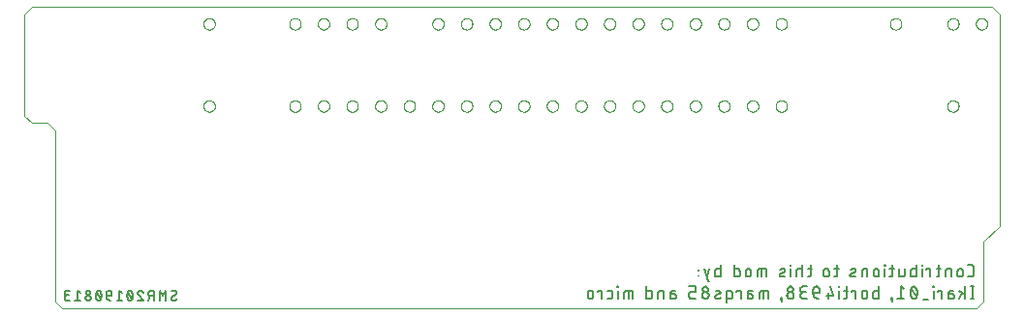
<source format=gbo>
G75*
%MOIN*%
%OFA0B0*%
%FSLAX25Y25*%
%IPPOS*%
%LPD*%
%AMOC8*
5,1,8,0,0,1.08239X$1,22.5*
%
%ADD10C,0.00000*%
%ADD11C,0.00600*%
%ADD12C,0.00800*%
D10*
X0013050Y0005500D02*
X0015550Y0003000D01*
X0330050Y0003000D01*
X0332550Y0005500D01*
X0332550Y0026000D01*
X0338050Y0031500D01*
X0338050Y0104500D01*
X0335550Y0107000D01*
X0005050Y0107000D01*
X0002550Y0104500D01*
X0002550Y0069500D01*
X0005050Y0067000D01*
X0010550Y0067000D01*
X0013050Y0064500D01*
X0013050Y0005500D01*
X0064156Y0072827D02*
X0064158Y0072915D01*
X0064164Y0073003D01*
X0064174Y0073091D01*
X0064188Y0073179D01*
X0064205Y0073265D01*
X0064227Y0073351D01*
X0064252Y0073435D01*
X0064282Y0073519D01*
X0064314Y0073601D01*
X0064351Y0073681D01*
X0064391Y0073760D01*
X0064435Y0073837D01*
X0064482Y0073912D01*
X0064532Y0073984D01*
X0064586Y0074055D01*
X0064642Y0074122D01*
X0064702Y0074188D01*
X0064764Y0074250D01*
X0064830Y0074310D01*
X0064897Y0074366D01*
X0064968Y0074420D01*
X0065040Y0074470D01*
X0065115Y0074517D01*
X0065192Y0074561D01*
X0065271Y0074601D01*
X0065351Y0074638D01*
X0065433Y0074670D01*
X0065517Y0074700D01*
X0065601Y0074725D01*
X0065687Y0074747D01*
X0065773Y0074764D01*
X0065861Y0074778D01*
X0065949Y0074788D01*
X0066037Y0074794D01*
X0066125Y0074796D01*
X0066213Y0074794D01*
X0066301Y0074788D01*
X0066389Y0074778D01*
X0066477Y0074764D01*
X0066563Y0074747D01*
X0066649Y0074725D01*
X0066733Y0074700D01*
X0066817Y0074670D01*
X0066899Y0074638D01*
X0066979Y0074601D01*
X0067058Y0074561D01*
X0067135Y0074517D01*
X0067210Y0074470D01*
X0067282Y0074420D01*
X0067353Y0074366D01*
X0067420Y0074310D01*
X0067486Y0074250D01*
X0067548Y0074188D01*
X0067608Y0074122D01*
X0067664Y0074055D01*
X0067718Y0073984D01*
X0067768Y0073912D01*
X0067815Y0073837D01*
X0067859Y0073760D01*
X0067899Y0073681D01*
X0067936Y0073601D01*
X0067968Y0073519D01*
X0067998Y0073435D01*
X0068023Y0073351D01*
X0068045Y0073265D01*
X0068062Y0073179D01*
X0068076Y0073091D01*
X0068086Y0073003D01*
X0068092Y0072915D01*
X0068094Y0072827D01*
X0068092Y0072739D01*
X0068086Y0072651D01*
X0068076Y0072563D01*
X0068062Y0072475D01*
X0068045Y0072389D01*
X0068023Y0072303D01*
X0067998Y0072219D01*
X0067968Y0072135D01*
X0067936Y0072053D01*
X0067899Y0071973D01*
X0067859Y0071894D01*
X0067815Y0071817D01*
X0067768Y0071742D01*
X0067718Y0071670D01*
X0067664Y0071599D01*
X0067608Y0071532D01*
X0067548Y0071466D01*
X0067486Y0071404D01*
X0067420Y0071344D01*
X0067353Y0071288D01*
X0067282Y0071234D01*
X0067210Y0071184D01*
X0067135Y0071137D01*
X0067058Y0071093D01*
X0066979Y0071053D01*
X0066899Y0071016D01*
X0066817Y0070984D01*
X0066733Y0070954D01*
X0066649Y0070929D01*
X0066563Y0070907D01*
X0066477Y0070890D01*
X0066389Y0070876D01*
X0066301Y0070866D01*
X0066213Y0070860D01*
X0066125Y0070858D01*
X0066037Y0070860D01*
X0065949Y0070866D01*
X0065861Y0070876D01*
X0065773Y0070890D01*
X0065687Y0070907D01*
X0065601Y0070929D01*
X0065517Y0070954D01*
X0065433Y0070984D01*
X0065351Y0071016D01*
X0065271Y0071053D01*
X0065192Y0071093D01*
X0065115Y0071137D01*
X0065040Y0071184D01*
X0064968Y0071234D01*
X0064897Y0071288D01*
X0064830Y0071344D01*
X0064764Y0071404D01*
X0064702Y0071466D01*
X0064642Y0071532D01*
X0064586Y0071599D01*
X0064532Y0071670D01*
X0064482Y0071742D01*
X0064435Y0071817D01*
X0064391Y0071894D01*
X0064351Y0071973D01*
X0064314Y0072053D01*
X0064282Y0072135D01*
X0064252Y0072219D01*
X0064227Y0072303D01*
X0064205Y0072389D01*
X0064188Y0072475D01*
X0064174Y0072563D01*
X0064164Y0072651D01*
X0064158Y0072739D01*
X0064156Y0072827D01*
X0093683Y0072827D02*
X0093685Y0072915D01*
X0093691Y0073003D01*
X0093701Y0073091D01*
X0093715Y0073179D01*
X0093732Y0073265D01*
X0093754Y0073351D01*
X0093779Y0073435D01*
X0093809Y0073519D01*
X0093841Y0073601D01*
X0093878Y0073681D01*
X0093918Y0073760D01*
X0093962Y0073837D01*
X0094009Y0073912D01*
X0094059Y0073984D01*
X0094113Y0074055D01*
X0094169Y0074122D01*
X0094229Y0074188D01*
X0094291Y0074250D01*
X0094357Y0074310D01*
X0094424Y0074366D01*
X0094495Y0074420D01*
X0094567Y0074470D01*
X0094642Y0074517D01*
X0094719Y0074561D01*
X0094798Y0074601D01*
X0094878Y0074638D01*
X0094960Y0074670D01*
X0095044Y0074700D01*
X0095128Y0074725D01*
X0095214Y0074747D01*
X0095300Y0074764D01*
X0095388Y0074778D01*
X0095476Y0074788D01*
X0095564Y0074794D01*
X0095652Y0074796D01*
X0095740Y0074794D01*
X0095828Y0074788D01*
X0095916Y0074778D01*
X0096004Y0074764D01*
X0096090Y0074747D01*
X0096176Y0074725D01*
X0096260Y0074700D01*
X0096344Y0074670D01*
X0096426Y0074638D01*
X0096506Y0074601D01*
X0096585Y0074561D01*
X0096662Y0074517D01*
X0096737Y0074470D01*
X0096809Y0074420D01*
X0096880Y0074366D01*
X0096947Y0074310D01*
X0097013Y0074250D01*
X0097075Y0074188D01*
X0097135Y0074122D01*
X0097191Y0074055D01*
X0097245Y0073984D01*
X0097295Y0073912D01*
X0097342Y0073837D01*
X0097386Y0073760D01*
X0097426Y0073681D01*
X0097463Y0073601D01*
X0097495Y0073519D01*
X0097525Y0073435D01*
X0097550Y0073351D01*
X0097572Y0073265D01*
X0097589Y0073179D01*
X0097603Y0073091D01*
X0097613Y0073003D01*
X0097619Y0072915D01*
X0097621Y0072827D01*
X0097619Y0072739D01*
X0097613Y0072651D01*
X0097603Y0072563D01*
X0097589Y0072475D01*
X0097572Y0072389D01*
X0097550Y0072303D01*
X0097525Y0072219D01*
X0097495Y0072135D01*
X0097463Y0072053D01*
X0097426Y0071973D01*
X0097386Y0071894D01*
X0097342Y0071817D01*
X0097295Y0071742D01*
X0097245Y0071670D01*
X0097191Y0071599D01*
X0097135Y0071532D01*
X0097075Y0071466D01*
X0097013Y0071404D01*
X0096947Y0071344D01*
X0096880Y0071288D01*
X0096809Y0071234D01*
X0096737Y0071184D01*
X0096662Y0071137D01*
X0096585Y0071093D01*
X0096506Y0071053D01*
X0096426Y0071016D01*
X0096344Y0070984D01*
X0096260Y0070954D01*
X0096176Y0070929D01*
X0096090Y0070907D01*
X0096004Y0070890D01*
X0095916Y0070876D01*
X0095828Y0070866D01*
X0095740Y0070860D01*
X0095652Y0070858D01*
X0095564Y0070860D01*
X0095476Y0070866D01*
X0095388Y0070876D01*
X0095300Y0070890D01*
X0095214Y0070907D01*
X0095128Y0070929D01*
X0095044Y0070954D01*
X0094960Y0070984D01*
X0094878Y0071016D01*
X0094798Y0071053D01*
X0094719Y0071093D01*
X0094642Y0071137D01*
X0094567Y0071184D01*
X0094495Y0071234D01*
X0094424Y0071288D01*
X0094357Y0071344D01*
X0094291Y0071404D01*
X0094229Y0071466D01*
X0094169Y0071532D01*
X0094113Y0071599D01*
X0094059Y0071670D01*
X0094009Y0071742D01*
X0093962Y0071817D01*
X0093918Y0071894D01*
X0093878Y0071973D01*
X0093841Y0072053D01*
X0093809Y0072135D01*
X0093779Y0072219D01*
X0093754Y0072303D01*
X0093732Y0072389D01*
X0093715Y0072475D01*
X0093701Y0072563D01*
X0093691Y0072651D01*
X0093685Y0072739D01*
X0093683Y0072827D01*
X0103526Y0072827D02*
X0103528Y0072915D01*
X0103534Y0073003D01*
X0103544Y0073091D01*
X0103558Y0073179D01*
X0103575Y0073265D01*
X0103597Y0073351D01*
X0103622Y0073435D01*
X0103652Y0073519D01*
X0103684Y0073601D01*
X0103721Y0073681D01*
X0103761Y0073760D01*
X0103805Y0073837D01*
X0103852Y0073912D01*
X0103902Y0073984D01*
X0103956Y0074055D01*
X0104012Y0074122D01*
X0104072Y0074188D01*
X0104134Y0074250D01*
X0104200Y0074310D01*
X0104267Y0074366D01*
X0104338Y0074420D01*
X0104410Y0074470D01*
X0104485Y0074517D01*
X0104562Y0074561D01*
X0104641Y0074601D01*
X0104721Y0074638D01*
X0104803Y0074670D01*
X0104887Y0074700D01*
X0104971Y0074725D01*
X0105057Y0074747D01*
X0105143Y0074764D01*
X0105231Y0074778D01*
X0105319Y0074788D01*
X0105407Y0074794D01*
X0105495Y0074796D01*
X0105583Y0074794D01*
X0105671Y0074788D01*
X0105759Y0074778D01*
X0105847Y0074764D01*
X0105933Y0074747D01*
X0106019Y0074725D01*
X0106103Y0074700D01*
X0106187Y0074670D01*
X0106269Y0074638D01*
X0106349Y0074601D01*
X0106428Y0074561D01*
X0106505Y0074517D01*
X0106580Y0074470D01*
X0106652Y0074420D01*
X0106723Y0074366D01*
X0106790Y0074310D01*
X0106856Y0074250D01*
X0106918Y0074188D01*
X0106978Y0074122D01*
X0107034Y0074055D01*
X0107088Y0073984D01*
X0107138Y0073912D01*
X0107185Y0073837D01*
X0107229Y0073760D01*
X0107269Y0073681D01*
X0107306Y0073601D01*
X0107338Y0073519D01*
X0107368Y0073435D01*
X0107393Y0073351D01*
X0107415Y0073265D01*
X0107432Y0073179D01*
X0107446Y0073091D01*
X0107456Y0073003D01*
X0107462Y0072915D01*
X0107464Y0072827D01*
X0107462Y0072739D01*
X0107456Y0072651D01*
X0107446Y0072563D01*
X0107432Y0072475D01*
X0107415Y0072389D01*
X0107393Y0072303D01*
X0107368Y0072219D01*
X0107338Y0072135D01*
X0107306Y0072053D01*
X0107269Y0071973D01*
X0107229Y0071894D01*
X0107185Y0071817D01*
X0107138Y0071742D01*
X0107088Y0071670D01*
X0107034Y0071599D01*
X0106978Y0071532D01*
X0106918Y0071466D01*
X0106856Y0071404D01*
X0106790Y0071344D01*
X0106723Y0071288D01*
X0106652Y0071234D01*
X0106580Y0071184D01*
X0106505Y0071137D01*
X0106428Y0071093D01*
X0106349Y0071053D01*
X0106269Y0071016D01*
X0106187Y0070984D01*
X0106103Y0070954D01*
X0106019Y0070929D01*
X0105933Y0070907D01*
X0105847Y0070890D01*
X0105759Y0070876D01*
X0105671Y0070866D01*
X0105583Y0070860D01*
X0105495Y0070858D01*
X0105407Y0070860D01*
X0105319Y0070866D01*
X0105231Y0070876D01*
X0105143Y0070890D01*
X0105057Y0070907D01*
X0104971Y0070929D01*
X0104887Y0070954D01*
X0104803Y0070984D01*
X0104721Y0071016D01*
X0104641Y0071053D01*
X0104562Y0071093D01*
X0104485Y0071137D01*
X0104410Y0071184D01*
X0104338Y0071234D01*
X0104267Y0071288D01*
X0104200Y0071344D01*
X0104134Y0071404D01*
X0104072Y0071466D01*
X0104012Y0071532D01*
X0103956Y0071599D01*
X0103902Y0071670D01*
X0103852Y0071742D01*
X0103805Y0071817D01*
X0103761Y0071894D01*
X0103721Y0071973D01*
X0103684Y0072053D01*
X0103652Y0072135D01*
X0103622Y0072219D01*
X0103597Y0072303D01*
X0103575Y0072389D01*
X0103558Y0072475D01*
X0103544Y0072563D01*
X0103534Y0072651D01*
X0103528Y0072739D01*
X0103526Y0072827D01*
X0113368Y0072827D02*
X0113370Y0072915D01*
X0113376Y0073003D01*
X0113386Y0073091D01*
X0113400Y0073179D01*
X0113417Y0073265D01*
X0113439Y0073351D01*
X0113464Y0073435D01*
X0113494Y0073519D01*
X0113526Y0073601D01*
X0113563Y0073681D01*
X0113603Y0073760D01*
X0113647Y0073837D01*
X0113694Y0073912D01*
X0113744Y0073984D01*
X0113798Y0074055D01*
X0113854Y0074122D01*
X0113914Y0074188D01*
X0113976Y0074250D01*
X0114042Y0074310D01*
X0114109Y0074366D01*
X0114180Y0074420D01*
X0114252Y0074470D01*
X0114327Y0074517D01*
X0114404Y0074561D01*
X0114483Y0074601D01*
X0114563Y0074638D01*
X0114645Y0074670D01*
X0114729Y0074700D01*
X0114813Y0074725D01*
X0114899Y0074747D01*
X0114985Y0074764D01*
X0115073Y0074778D01*
X0115161Y0074788D01*
X0115249Y0074794D01*
X0115337Y0074796D01*
X0115425Y0074794D01*
X0115513Y0074788D01*
X0115601Y0074778D01*
X0115689Y0074764D01*
X0115775Y0074747D01*
X0115861Y0074725D01*
X0115945Y0074700D01*
X0116029Y0074670D01*
X0116111Y0074638D01*
X0116191Y0074601D01*
X0116270Y0074561D01*
X0116347Y0074517D01*
X0116422Y0074470D01*
X0116494Y0074420D01*
X0116565Y0074366D01*
X0116632Y0074310D01*
X0116698Y0074250D01*
X0116760Y0074188D01*
X0116820Y0074122D01*
X0116876Y0074055D01*
X0116930Y0073984D01*
X0116980Y0073912D01*
X0117027Y0073837D01*
X0117071Y0073760D01*
X0117111Y0073681D01*
X0117148Y0073601D01*
X0117180Y0073519D01*
X0117210Y0073435D01*
X0117235Y0073351D01*
X0117257Y0073265D01*
X0117274Y0073179D01*
X0117288Y0073091D01*
X0117298Y0073003D01*
X0117304Y0072915D01*
X0117306Y0072827D01*
X0117304Y0072739D01*
X0117298Y0072651D01*
X0117288Y0072563D01*
X0117274Y0072475D01*
X0117257Y0072389D01*
X0117235Y0072303D01*
X0117210Y0072219D01*
X0117180Y0072135D01*
X0117148Y0072053D01*
X0117111Y0071973D01*
X0117071Y0071894D01*
X0117027Y0071817D01*
X0116980Y0071742D01*
X0116930Y0071670D01*
X0116876Y0071599D01*
X0116820Y0071532D01*
X0116760Y0071466D01*
X0116698Y0071404D01*
X0116632Y0071344D01*
X0116565Y0071288D01*
X0116494Y0071234D01*
X0116422Y0071184D01*
X0116347Y0071137D01*
X0116270Y0071093D01*
X0116191Y0071053D01*
X0116111Y0071016D01*
X0116029Y0070984D01*
X0115945Y0070954D01*
X0115861Y0070929D01*
X0115775Y0070907D01*
X0115689Y0070890D01*
X0115601Y0070876D01*
X0115513Y0070866D01*
X0115425Y0070860D01*
X0115337Y0070858D01*
X0115249Y0070860D01*
X0115161Y0070866D01*
X0115073Y0070876D01*
X0114985Y0070890D01*
X0114899Y0070907D01*
X0114813Y0070929D01*
X0114729Y0070954D01*
X0114645Y0070984D01*
X0114563Y0071016D01*
X0114483Y0071053D01*
X0114404Y0071093D01*
X0114327Y0071137D01*
X0114252Y0071184D01*
X0114180Y0071234D01*
X0114109Y0071288D01*
X0114042Y0071344D01*
X0113976Y0071404D01*
X0113914Y0071466D01*
X0113854Y0071532D01*
X0113798Y0071599D01*
X0113744Y0071670D01*
X0113694Y0071742D01*
X0113647Y0071817D01*
X0113603Y0071894D01*
X0113563Y0071973D01*
X0113526Y0072053D01*
X0113494Y0072135D01*
X0113464Y0072219D01*
X0113439Y0072303D01*
X0113417Y0072389D01*
X0113400Y0072475D01*
X0113386Y0072563D01*
X0113376Y0072651D01*
X0113370Y0072739D01*
X0113368Y0072827D01*
X0123211Y0072827D02*
X0123213Y0072915D01*
X0123219Y0073003D01*
X0123229Y0073091D01*
X0123243Y0073179D01*
X0123260Y0073265D01*
X0123282Y0073351D01*
X0123307Y0073435D01*
X0123337Y0073519D01*
X0123369Y0073601D01*
X0123406Y0073681D01*
X0123446Y0073760D01*
X0123490Y0073837D01*
X0123537Y0073912D01*
X0123587Y0073984D01*
X0123641Y0074055D01*
X0123697Y0074122D01*
X0123757Y0074188D01*
X0123819Y0074250D01*
X0123885Y0074310D01*
X0123952Y0074366D01*
X0124023Y0074420D01*
X0124095Y0074470D01*
X0124170Y0074517D01*
X0124247Y0074561D01*
X0124326Y0074601D01*
X0124406Y0074638D01*
X0124488Y0074670D01*
X0124572Y0074700D01*
X0124656Y0074725D01*
X0124742Y0074747D01*
X0124828Y0074764D01*
X0124916Y0074778D01*
X0125004Y0074788D01*
X0125092Y0074794D01*
X0125180Y0074796D01*
X0125268Y0074794D01*
X0125356Y0074788D01*
X0125444Y0074778D01*
X0125532Y0074764D01*
X0125618Y0074747D01*
X0125704Y0074725D01*
X0125788Y0074700D01*
X0125872Y0074670D01*
X0125954Y0074638D01*
X0126034Y0074601D01*
X0126113Y0074561D01*
X0126190Y0074517D01*
X0126265Y0074470D01*
X0126337Y0074420D01*
X0126408Y0074366D01*
X0126475Y0074310D01*
X0126541Y0074250D01*
X0126603Y0074188D01*
X0126663Y0074122D01*
X0126719Y0074055D01*
X0126773Y0073984D01*
X0126823Y0073912D01*
X0126870Y0073837D01*
X0126914Y0073760D01*
X0126954Y0073681D01*
X0126991Y0073601D01*
X0127023Y0073519D01*
X0127053Y0073435D01*
X0127078Y0073351D01*
X0127100Y0073265D01*
X0127117Y0073179D01*
X0127131Y0073091D01*
X0127141Y0073003D01*
X0127147Y0072915D01*
X0127149Y0072827D01*
X0127147Y0072739D01*
X0127141Y0072651D01*
X0127131Y0072563D01*
X0127117Y0072475D01*
X0127100Y0072389D01*
X0127078Y0072303D01*
X0127053Y0072219D01*
X0127023Y0072135D01*
X0126991Y0072053D01*
X0126954Y0071973D01*
X0126914Y0071894D01*
X0126870Y0071817D01*
X0126823Y0071742D01*
X0126773Y0071670D01*
X0126719Y0071599D01*
X0126663Y0071532D01*
X0126603Y0071466D01*
X0126541Y0071404D01*
X0126475Y0071344D01*
X0126408Y0071288D01*
X0126337Y0071234D01*
X0126265Y0071184D01*
X0126190Y0071137D01*
X0126113Y0071093D01*
X0126034Y0071053D01*
X0125954Y0071016D01*
X0125872Y0070984D01*
X0125788Y0070954D01*
X0125704Y0070929D01*
X0125618Y0070907D01*
X0125532Y0070890D01*
X0125444Y0070876D01*
X0125356Y0070866D01*
X0125268Y0070860D01*
X0125180Y0070858D01*
X0125092Y0070860D01*
X0125004Y0070866D01*
X0124916Y0070876D01*
X0124828Y0070890D01*
X0124742Y0070907D01*
X0124656Y0070929D01*
X0124572Y0070954D01*
X0124488Y0070984D01*
X0124406Y0071016D01*
X0124326Y0071053D01*
X0124247Y0071093D01*
X0124170Y0071137D01*
X0124095Y0071184D01*
X0124023Y0071234D01*
X0123952Y0071288D01*
X0123885Y0071344D01*
X0123819Y0071404D01*
X0123757Y0071466D01*
X0123697Y0071532D01*
X0123641Y0071599D01*
X0123587Y0071670D01*
X0123537Y0071742D01*
X0123490Y0071817D01*
X0123446Y0071894D01*
X0123406Y0071973D01*
X0123369Y0072053D01*
X0123337Y0072135D01*
X0123307Y0072219D01*
X0123282Y0072303D01*
X0123260Y0072389D01*
X0123243Y0072475D01*
X0123229Y0072563D01*
X0123219Y0072651D01*
X0123213Y0072739D01*
X0123211Y0072827D01*
X0133053Y0072827D02*
X0133055Y0072915D01*
X0133061Y0073003D01*
X0133071Y0073091D01*
X0133085Y0073179D01*
X0133102Y0073265D01*
X0133124Y0073351D01*
X0133149Y0073435D01*
X0133179Y0073519D01*
X0133211Y0073601D01*
X0133248Y0073681D01*
X0133288Y0073760D01*
X0133332Y0073837D01*
X0133379Y0073912D01*
X0133429Y0073984D01*
X0133483Y0074055D01*
X0133539Y0074122D01*
X0133599Y0074188D01*
X0133661Y0074250D01*
X0133727Y0074310D01*
X0133794Y0074366D01*
X0133865Y0074420D01*
X0133937Y0074470D01*
X0134012Y0074517D01*
X0134089Y0074561D01*
X0134168Y0074601D01*
X0134248Y0074638D01*
X0134330Y0074670D01*
X0134414Y0074700D01*
X0134498Y0074725D01*
X0134584Y0074747D01*
X0134670Y0074764D01*
X0134758Y0074778D01*
X0134846Y0074788D01*
X0134934Y0074794D01*
X0135022Y0074796D01*
X0135110Y0074794D01*
X0135198Y0074788D01*
X0135286Y0074778D01*
X0135374Y0074764D01*
X0135460Y0074747D01*
X0135546Y0074725D01*
X0135630Y0074700D01*
X0135714Y0074670D01*
X0135796Y0074638D01*
X0135876Y0074601D01*
X0135955Y0074561D01*
X0136032Y0074517D01*
X0136107Y0074470D01*
X0136179Y0074420D01*
X0136250Y0074366D01*
X0136317Y0074310D01*
X0136383Y0074250D01*
X0136445Y0074188D01*
X0136505Y0074122D01*
X0136561Y0074055D01*
X0136615Y0073984D01*
X0136665Y0073912D01*
X0136712Y0073837D01*
X0136756Y0073760D01*
X0136796Y0073681D01*
X0136833Y0073601D01*
X0136865Y0073519D01*
X0136895Y0073435D01*
X0136920Y0073351D01*
X0136942Y0073265D01*
X0136959Y0073179D01*
X0136973Y0073091D01*
X0136983Y0073003D01*
X0136989Y0072915D01*
X0136991Y0072827D01*
X0136989Y0072739D01*
X0136983Y0072651D01*
X0136973Y0072563D01*
X0136959Y0072475D01*
X0136942Y0072389D01*
X0136920Y0072303D01*
X0136895Y0072219D01*
X0136865Y0072135D01*
X0136833Y0072053D01*
X0136796Y0071973D01*
X0136756Y0071894D01*
X0136712Y0071817D01*
X0136665Y0071742D01*
X0136615Y0071670D01*
X0136561Y0071599D01*
X0136505Y0071532D01*
X0136445Y0071466D01*
X0136383Y0071404D01*
X0136317Y0071344D01*
X0136250Y0071288D01*
X0136179Y0071234D01*
X0136107Y0071184D01*
X0136032Y0071137D01*
X0135955Y0071093D01*
X0135876Y0071053D01*
X0135796Y0071016D01*
X0135714Y0070984D01*
X0135630Y0070954D01*
X0135546Y0070929D01*
X0135460Y0070907D01*
X0135374Y0070890D01*
X0135286Y0070876D01*
X0135198Y0070866D01*
X0135110Y0070860D01*
X0135022Y0070858D01*
X0134934Y0070860D01*
X0134846Y0070866D01*
X0134758Y0070876D01*
X0134670Y0070890D01*
X0134584Y0070907D01*
X0134498Y0070929D01*
X0134414Y0070954D01*
X0134330Y0070984D01*
X0134248Y0071016D01*
X0134168Y0071053D01*
X0134089Y0071093D01*
X0134012Y0071137D01*
X0133937Y0071184D01*
X0133865Y0071234D01*
X0133794Y0071288D01*
X0133727Y0071344D01*
X0133661Y0071404D01*
X0133599Y0071466D01*
X0133539Y0071532D01*
X0133483Y0071599D01*
X0133429Y0071670D01*
X0133379Y0071742D01*
X0133332Y0071817D01*
X0133288Y0071894D01*
X0133248Y0071973D01*
X0133211Y0072053D01*
X0133179Y0072135D01*
X0133149Y0072219D01*
X0133124Y0072303D01*
X0133102Y0072389D01*
X0133085Y0072475D01*
X0133071Y0072563D01*
X0133061Y0072651D01*
X0133055Y0072739D01*
X0133053Y0072827D01*
X0142896Y0072827D02*
X0142898Y0072915D01*
X0142904Y0073003D01*
X0142914Y0073091D01*
X0142928Y0073179D01*
X0142945Y0073265D01*
X0142967Y0073351D01*
X0142992Y0073435D01*
X0143022Y0073519D01*
X0143054Y0073601D01*
X0143091Y0073681D01*
X0143131Y0073760D01*
X0143175Y0073837D01*
X0143222Y0073912D01*
X0143272Y0073984D01*
X0143326Y0074055D01*
X0143382Y0074122D01*
X0143442Y0074188D01*
X0143504Y0074250D01*
X0143570Y0074310D01*
X0143637Y0074366D01*
X0143708Y0074420D01*
X0143780Y0074470D01*
X0143855Y0074517D01*
X0143932Y0074561D01*
X0144011Y0074601D01*
X0144091Y0074638D01*
X0144173Y0074670D01*
X0144257Y0074700D01*
X0144341Y0074725D01*
X0144427Y0074747D01*
X0144513Y0074764D01*
X0144601Y0074778D01*
X0144689Y0074788D01*
X0144777Y0074794D01*
X0144865Y0074796D01*
X0144953Y0074794D01*
X0145041Y0074788D01*
X0145129Y0074778D01*
X0145217Y0074764D01*
X0145303Y0074747D01*
X0145389Y0074725D01*
X0145473Y0074700D01*
X0145557Y0074670D01*
X0145639Y0074638D01*
X0145719Y0074601D01*
X0145798Y0074561D01*
X0145875Y0074517D01*
X0145950Y0074470D01*
X0146022Y0074420D01*
X0146093Y0074366D01*
X0146160Y0074310D01*
X0146226Y0074250D01*
X0146288Y0074188D01*
X0146348Y0074122D01*
X0146404Y0074055D01*
X0146458Y0073984D01*
X0146508Y0073912D01*
X0146555Y0073837D01*
X0146599Y0073760D01*
X0146639Y0073681D01*
X0146676Y0073601D01*
X0146708Y0073519D01*
X0146738Y0073435D01*
X0146763Y0073351D01*
X0146785Y0073265D01*
X0146802Y0073179D01*
X0146816Y0073091D01*
X0146826Y0073003D01*
X0146832Y0072915D01*
X0146834Y0072827D01*
X0146832Y0072739D01*
X0146826Y0072651D01*
X0146816Y0072563D01*
X0146802Y0072475D01*
X0146785Y0072389D01*
X0146763Y0072303D01*
X0146738Y0072219D01*
X0146708Y0072135D01*
X0146676Y0072053D01*
X0146639Y0071973D01*
X0146599Y0071894D01*
X0146555Y0071817D01*
X0146508Y0071742D01*
X0146458Y0071670D01*
X0146404Y0071599D01*
X0146348Y0071532D01*
X0146288Y0071466D01*
X0146226Y0071404D01*
X0146160Y0071344D01*
X0146093Y0071288D01*
X0146022Y0071234D01*
X0145950Y0071184D01*
X0145875Y0071137D01*
X0145798Y0071093D01*
X0145719Y0071053D01*
X0145639Y0071016D01*
X0145557Y0070984D01*
X0145473Y0070954D01*
X0145389Y0070929D01*
X0145303Y0070907D01*
X0145217Y0070890D01*
X0145129Y0070876D01*
X0145041Y0070866D01*
X0144953Y0070860D01*
X0144865Y0070858D01*
X0144777Y0070860D01*
X0144689Y0070866D01*
X0144601Y0070876D01*
X0144513Y0070890D01*
X0144427Y0070907D01*
X0144341Y0070929D01*
X0144257Y0070954D01*
X0144173Y0070984D01*
X0144091Y0071016D01*
X0144011Y0071053D01*
X0143932Y0071093D01*
X0143855Y0071137D01*
X0143780Y0071184D01*
X0143708Y0071234D01*
X0143637Y0071288D01*
X0143570Y0071344D01*
X0143504Y0071404D01*
X0143442Y0071466D01*
X0143382Y0071532D01*
X0143326Y0071599D01*
X0143272Y0071670D01*
X0143222Y0071742D01*
X0143175Y0071817D01*
X0143131Y0071894D01*
X0143091Y0071973D01*
X0143054Y0072053D01*
X0143022Y0072135D01*
X0142992Y0072219D01*
X0142967Y0072303D01*
X0142945Y0072389D01*
X0142928Y0072475D01*
X0142914Y0072563D01*
X0142904Y0072651D01*
X0142898Y0072739D01*
X0142896Y0072827D01*
X0152738Y0072827D02*
X0152740Y0072915D01*
X0152746Y0073003D01*
X0152756Y0073091D01*
X0152770Y0073179D01*
X0152787Y0073265D01*
X0152809Y0073351D01*
X0152834Y0073435D01*
X0152864Y0073519D01*
X0152896Y0073601D01*
X0152933Y0073681D01*
X0152973Y0073760D01*
X0153017Y0073837D01*
X0153064Y0073912D01*
X0153114Y0073984D01*
X0153168Y0074055D01*
X0153224Y0074122D01*
X0153284Y0074188D01*
X0153346Y0074250D01*
X0153412Y0074310D01*
X0153479Y0074366D01*
X0153550Y0074420D01*
X0153622Y0074470D01*
X0153697Y0074517D01*
X0153774Y0074561D01*
X0153853Y0074601D01*
X0153933Y0074638D01*
X0154015Y0074670D01*
X0154099Y0074700D01*
X0154183Y0074725D01*
X0154269Y0074747D01*
X0154355Y0074764D01*
X0154443Y0074778D01*
X0154531Y0074788D01*
X0154619Y0074794D01*
X0154707Y0074796D01*
X0154795Y0074794D01*
X0154883Y0074788D01*
X0154971Y0074778D01*
X0155059Y0074764D01*
X0155145Y0074747D01*
X0155231Y0074725D01*
X0155315Y0074700D01*
X0155399Y0074670D01*
X0155481Y0074638D01*
X0155561Y0074601D01*
X0155640Y0074561D01*
X0155717Y0074517D01*
X0155792Y0074470D01*
X0155864Y0074420D01*
X0155935Y0074366D01*
X0156002Y0074310D01*
X0156068Y0074250D01*
X0156130Y0074188D01*
X0156190Y0074122D01*
X0156246Y0074055D01*
X0156300Y0073984D01*
X0156350Y0073912D01*
X0156397Y0073837D01*
X0156441Y0073760D01*
X0156481Y0073681D01*
X0156518Y0073601D01*
X0156550Y0073519D01*
X0156580Y0073435D01*
X0156605Y0073351D01*
X0156627Y0073265D01*
X0156644Y0073179D01*
X0156658Y0073091D01*
X0156668Y0073003D01*
X0156674Y0072915D01*
X0156676Y0072827D01*
X0156674Y0072739D01*
X0156668Y0072651D01*
X0156658Y0072563D01*
X0156644Y0072475D01*
X0156627Y0072389D01*
X0156605Y0072303D01*
X0156580Y0072219D01*
X0156550Y0072135D01*
X0156518Y0072053D01*
X0156481Y0071973D01*
X0156441Y0071894D01*
X0156397Y0071817D01*
X0156350Y0071742D01*
X0156300Y0071670D01*
X0156246Y0071599D01*
X0156190Y0071532D01*
X0156130Y0071466D01*
X0156068Y0071404D01*
X0156002Y0071344D01*
X0155935Y0071288D01*
X0155864Y0071234D01*
X0155792Y0071184D01*
X0155717Y0071137D01*
X0155640Y0071093D01*
X0155561Y0071053D01*
X0155481Y0071016D01*
X0155399Y0070984D01*
X0155315Y0070954D01*
X0155231Y0070929D01*
X0155145Y0070907D01*
X0155059Y0070890D01*
X0154971Y0070876D01*
X0154883Y0070866D01*
X0154795Y0070860D01*
X0154707Y0070858D01*
X0154619Y0070860D01*
X0154531Y0070866D01*
X0154443Y0070876D01*
X0154355Y0070890D01*
X0154269Y0070907D01*
X0154183Y0070929D01*
X0154099Y0070954D01*
X0154015Y0070984D01*
X0153933Y0071016D01*
X0153853Y0071053D01*
X0153774Y0071093D01*
X0153697Y0071137D01*
X0153622Y0071184D01*
X0153550Y0071234D01*
X0153479Y0071288D01*
X0153412Y0071344D01*
X0153346Y0071404D01*
X0153284Y0071466D01*
X0153224Y0071532D01*
X0153168Y0071599D01*
X0153114Y0071670D01*
X0153064Y0071742D01*
X0153017Y0071817D01*
X0152973Y0071894D01*
X0152933Y0071973D01*
X0152896Y0072053D01*
X0152864Y0072135D01*
X0152834Y0072219D01*
X0152809Y0072303D01*
X0152787Y0072389D01*
X0152770Y0072475D01*
X0152756Y0072563D01*
X0152746Y0072651D01*
X0152740Y0072739D01*
X0152738Y0072827D01*
X0162581Y0072827D02*
X0162583Y0072915D01*
X0162589Y0073003D01*
X0162599Y0073091D01*
X0162613Y0073179D01*
X0162630Y0073265D01*
X0162652Y0073351D01*
X0162677Y0073435D01*
X0162707Y0073519D01*
X0162739Y0073601D01*
X0162776Y0073681D01*
X0162816Y0073760D01*
X0162860Y0073837D01*
X0162907Y0073912D01*
X0162957Y0073984D01*
X0163011Y0074055D01*
X0163067Y0074122D01*
X0163127Y0074188D01*
X0163189Y0074250D01*
X0163255Y0074310D01*
X0163322Y0074366D01*
X0163393Y0074420D01*
X0163465Y0074470D01*
X0163540Y0074517D01*
X0163617Y0074561D01*
X0163696Y0074601D01*
X0163776Y0074638D01*
X0163858Y0074670D01*
X0163942Y0074700D01*
X0164026Y0074725D01*
X0164112Y0074747D01*
X0164198Y0074764D01*
X0164286Y0074778D01*
X0164374Y0074788D01*
X0164462Y0074794D01*
X0164550Y0074796D01*
X0164638Y0074794D01*
X0164726Y0074788D01*
X0164814Y0074778D01*
X0164902Y0074764D01*
X0164988Y0074747D01*
X0165074Y0074725D01*
X0165158Y0074700D01*
X0165242Y0074670D01*
X0165324Y0074638D01*
X0165404Y0074601D01*
X0165483Y0074561D01*
X0165560Y0074517D01*
X0165635Y0074470D01*
X0165707Y0074420D01*
X0165778Y0074366D01*
X0165845Y0074310D01*
X0165911Y0074250D01*
X0165973Y0074188D01*
X0166033Y0074122D01*
X0166089Y0074055D01*
X0166143Y0073984D01*
X0166193Y0073912D01*
X0166240Y0073837D01*
X0166284Y0073760D01*
X0166324Y0073681D01*
X0166361Y0073601D01*
X0166393Y0073519D01*
X0166423Y0073435D01*
X0166448Y0073351D01*
X0166470Y0073265D01*
X0166487Y0073179D01*
X0166501Y0073091D01*
X0166511Y0073003D01*
X0166517Y0072915D01*
X0166519Y0072827D01*
X0166517Y0072739D01*
X0166511Y0072651D01*
X0166501Y0072563D01*
X0166487Y0072475D01*
X0166470Y0072389D01*
X0166448Y0072303D01*
X0166423Y0072219D01*
X0166393Y0072135D01*
X0166361Y0072053D01*
X0166324Y0071973D01*
X0166284Y0071894D01*
X0166240Y0071817D01*
X0166193Y0071742D01*
X0166143Y0071670D01*
X0166089Y0071599D01*
X0166033Y0071532D01*
X0165973Y0071466D01*
X0165911Y0071404D01*
X0165845Y0071344D01*
X0165778Y0071288D01*
X0165707Y0071234D01*
X0165635Y0071184D01*
X0165560Y0071137D01*
X0165483Y0071093D01*
X0165404Y0071053D01*
X0165324Y0071016D01*
X0165242Y0070984D01*
X0165158Y0070954D01*
X0165074Y0070929D01*
X0164988Y0070907D01*
X0164902Y0070890D01*
X0164814Y0070876D01*
X0164726Y0070866D01*
X0164638Y0070860D01*
X0164550Y0070858D01*
X0164462Y0070860D01*
X0164374Y0070866D01*
X0164286Y0070876D01*
X0164198Y0070890D01*
X0164112Y0070907D01*
X0164026Y0070929D01*
X0163942Y0070954D01*
X0163858Y0070984D01*
X0163776Y0071016D01*
X0163696Y0071053D01*
X0163617Y0071093D01*
X0163540Y0071137D01*
X0163465Y0071184D01*
X0163393Y0071234D01*
X0163322Y0071288D01*
X0163255Y0071344D01*
X0163189Y0071404D01*
X0163127Y0071466D01*
X0163067Y0071532D01*
X0163011Y0071599D01*
X0162957Y0071670D01*
X0162907Y0071742D01*
X0162860Y0071817D01*
X0162816Y0071894D01*
X0162776Y0071973D01*
X0162739Y0072053D01*
X0162707Y0072135D01*
X0162677Y0072219D01*
X0162652Y0072303D01*
X0162630Y0072389D01*
X0162613Y0072475D01*
X0162599Y0072563D01*
X0162589Y0072651D01*
X0162583Y0072739D01*
X0162581Y0072827D01*
X0172424Y0072827D02*
X0172426Y0072915D01*
X0172432Y0073003D01*
X0172442Y0073091D01*
X0172456Y0073179D01*
X0172473Y0073265D01*
X0172495Y0073351D01*
X0172520Y0073435D01*
X0172550Y0073519D01*
X0172582Y0073601D01*
X0172619Y0073681D01*
X0172659Y0073760D01*
X0172703Y0073837D01*
X0172750Y0073912D01*
X0172800Y0073984D01*
X0172854Y0074055D01*
X0172910Y0074122D01*
X0172970Y0074188D01*
X0173032Y0074250D01*
X0173098Y0074310D01*
X0173165Y0074366D01*
X0173236Y0074420D01*
X0173308Y0074470D01*
X0173383Y0074517D01*
X0173460Y0074561D01*
X0173539Y0074601D01*
X0173619Y0074638D01*
X0173701Y0074670D01*
X0173785Y0074700D01*
X0173869Y0074725D01*
X0173955Y0074747D01*
X0174041Y0074764D01*
X0174129Y0074778D01*
X0174217Y0074788D01*
X0174305Y0074794D01*
X0174393Y0074796D01*
X0174481Y0074794D01*
X0174569Y0074788D01*
X0174657Y0074778D01*
X0174745Y0074764D01*
X0174831Y0074747D01*
X0174917Y0074725D01*
X0175001Y0074700D01*
X0175085Y0074670D01*
X0175167Y0074638D01*
X0175247Y0074601D01*
X0175326Y0074561D01*
X0175403Y0074517D01*
X0175478Y0074470D01*
X0175550Y0074420D01*
X0175621Y0074366D01*
X0175688Y0074310D01*
X0175754Y0074250D01*
X0175816Y0074188D01*
X0175876Y0074122D01*
X0175932Y0074055D01*
X0175986Y0073984D01*
X0176036Y0073912D01*
X0176083Y0073837D01*
X0176127Y0073760D01*
X0176167Y0073681D01*
X0176204Y0073601D01*
X0176236Y0073519D01*
X0176266Y0073435D01*
X0176291Y0073351D01*
X0176313Y0073265D01*
X0176330Y0073179D01*
X0176344Y0073091D01*
X0176354Y0073003D01*
X0176360Y0072915D01*
X0176362Y0072827D01*
X0176360Y0072739D01*
X0176354Y0072651D01*
X0176344Y0072563D01*
X0176330Y0072475D01*
X0176313Y0072389D01*
X0176291Y0072303D01*
X0176266Y0072219D01*
X0176236Y0072135D01*
X0176204Y0072053D01*
X0176167Y0071973D01*
X0176127Y0071894D01*
X0176083Y0071817D01*
X0176036Y0071742D01*
X0175986Y0071670D01*
X0175932Y0071599D01*
X0175876Y0071532D01*
X0175816Y0071466D01*
X0175754Y0071404D01*
X0175688Y0071344D01*
X0175621Y0071288D01*
X0175550Y0071234D01*
X0175478Y0071184D01*
X0175403Y0071137D01*
X0175326Y0071093D01*
X0175247Y0071053D01*
X0175167Y0071016D01*
X0175085Y0070984D01*
X0175001Y0070954D01*
X0174917Y0070929D01*
X0174831Y0070907D01*
X0174745Y0070890D01*
X0174657Y0070876D01*
X0174569Y0070866D01*
X0174481Y0070860D01*
X0174393Y0070858D01*
X0174305Y0070860D01*
X0174217Y0070866D01*
X0174129Y0070876D01*
X0174041Y0070890D01*
X0173955Y0070907D01*
X0173869Y0070929D01*
X0173785Y0070954D01*
X0173701Y0070984D01*
X0173619Y0071016D01*
X0173539Y0071053D01*
X0173460Y0071093D01*
X0173383Y0071137D01*
X0173308Y0071184D01*
X0173236Y0071234D01*
X0173165Y0071288D01*
X0173098Y0071344D01*
X0173032Y0071404D01*
X0172970Y0071466D01*
X0172910Y0071532D01*
X0172854Y0071599D01*
X0172800Y0071670D01*
X0172750Y0071742D01*
X0172703Y0071817D01*
X0172659Y0071894D01*
X0172619Y0071973D01*
X0172582Y0072053D01*
X0172550Y0072135D01*
X0172520Y0072219D01*
X0172495Y0072303D01*
X0172473Y0072389D01*
X0172456Y0072475D01*
X0172442Y0072563D01*
X0172432Y0072651D01*
X0172426Y0072739D01*
X0172424Y0072827D01*
X0182266Y0072827D02*
X0182268Y0072915D01*
X0182274Y0073003D01*
X0182284Y0073091D01*
X0182298Y0073179D01*
X0182315Y0073265D01*
X0182337Y0073351D01*
X0182362Y0073435D01*
X0182392Y0073519D01*
X0182424Y0073601D01*
X0182461Y0073681D01*
X0182501Y0073760D01*
X0182545Y0073837D01*
X0182592Y0073912D01*
X0182642Y0073984D01*
X0182696Y0074055D01*
X0182752Y0074122D01*
X0182812Y0074188D01*
X0182874Y0074250D01*
X0182940Y0074310D01*
X0183007Y0074366D01*
X0183078Y0074420D01*
X0183150Y0074470D01*
X0183225Y0074517D01*
X0183302Y0074561D01*
X0183381Y0074601D01*
X0183461Y0074638D01*
X0183543Y0074670D01*
X0183627Y0074700D01*
X0183711Y0074725D01*
X0183797Y0074747D01*
X0183883Y0074764D01*
X0183971Y0074778D01*
X0184059Y0074788D01*
X0184147Y0074794D01*
X0184235Y0074796D01*
X0184323Y0074794D01*
X0184411Y0074788D01*
X0184499Y0074778D01*
X0184587Y0074764D01*
X0184673Y0074747D01*
X0184759Y0074725D01*
X0184843Y0074700D01*
X0184927Y0074670D01*
X0185009Y0074638D01*
X0185089Y0074601D01*
X0185168Y0074561D01*
X0185245Y0074517D01*
X0185320Y0074470D01*
X0185392Y0074420D01*
X0185463Y0074366D01*
X0185530Y0074310D01*
X0185596Y0074250D01*
X0185658Y0074188D01*
X0185718Y0074122D01*
X0185774Y0074055D01*
X0185828Y0073984D01*
X0185878Y0073912D01*
X0185925Y0073837D01*
X0185969Y0073760D01*
X0186009Y0073681D01*
X0186046Y0073601D01*
X0186078Y0073519D01*
X0186108Y0073435D01*
X0186133Y0073351D01*
X0186155Y0073265D01*
X0186172Y0073179D01*
X0186186Y0073091D01*
X0186196Y0073003D01*
X0186202Y0072915D01*
X0186204Y0072827D01*
X0186202Y0072739D01*
X0186196Y0072651D01*
X0186186Y0072563D01*
X0186172Y0072475D01*
X0186155Y0072389D01*
X0186133Y0072303D01*
X0186108Y0072219D01*
X0186078Y0072135D01*
X0186046Y0072053D01*
X0186009Y0071973D01*
X0185969Y0071894D01*
X0185925Y0071817D01*
X0185878Y0071742D01*
X0185828Y0071670D01*
X0185774Y0071599D01*
X0185718Y0071532D01*
X0185658Y0071466D01*
X0185596Y0071404D01*
X0185530Y0071344D01*
X0185463Y0071288D01*
X0185392Y0071234D01*
X0185320Y0071184D01*
X0185245Y0071137D01*
X0185168Y0071093D01*
X0185089Y0071053D01*
X0185009Y0071016D01*
X0184927Y0070984D01*
X0184843Y0070954D01*
X0184759Y0070929D01*
X0184673Y0070907D01*
X0184587Y0070890D01*
X0184499Y0070876D01*
X0184411Y0070866D01*
X0184323Y0070860D01*
X0184235Y0070858D01*
X0184147Y0070860D01*
X0184059Y0070866D01*
X0183971Y0070876D01*
X0183883Y0070890D01*
X0183797Y0070907D01*
X0183711Y0070929D01*
X0183627Y0070954D01*
X0183543Y0070984D01*
X0183461Y0071016D01*
X0183381Y0071053D01*
X0183302Y0071093D01*
X0183225Y0071137D01*
X0183150Y0071184D01*
X0183078Y0071234D01*
X0183007Y0071288D01*
X0182940Y0071344D01*
X0182874Y0071404D01*
X0182812Y0071466D01*
X0182752Y0071532D01*
X0182696Y0071599D01*
X0182642Y0071670D01*
X0182592Y0071742D01*
X0182545Y0071817D01*
X0182501Y0071894D01*
X0182461Y0071973D01*
X0182424Y0072053D01*
X0182392Y0072135D01*
X0182362Y0072219D01*
X0182337Y0072303D01*
X0182315Y0072389D01*
X0182298Y0072475D01*
X0182284Y0072563D01*
X0182274Y0072651D01*
X0182268Y0072739D01*
X0182266Y0072827D01*
X0192109Y0072827D02*
X0192111Y0072915D01*
X0192117Y0073003D01*
X0192127Y0073091D01*
X0192141Y0073179D01*
X0192158Y0073265D01*
X0192180Y0073351D01*
X0192205Y0073435D01*
X0192235Y0073519D01*
X0192267Y0073601D01*
X0192304Y0073681D01*
X0192344Y0073760D01*
X0192388Y0073837D01*
X0192435Y0073912D01*
X0192485Y0073984D01*
X0192539Y0074055D01*
X0192595Y0074122D01*
X0192655Y0074188D01*
X0192717Y0074250D01*
X0192783Y0074310D01*
X0192850Y0074366D01*
X0192921Y0074420D01*
X0192993Y0074470D01*
X0193068Y0074517D01*
X0193145Y0074561D01*
X0193224Y0074601D01*
X0193304Y0074638D01*
X0193386Y0074670D01*
X0193470Y0074700D01*
X0193554Y0074725D01*
X0193640Y0074747D01*
X0193726Y0074764D01*
X0193814Y0074778D01*
X0193902Y0074788D01*
X0193990Y0074794D01*
X0194078Y0074796D01*
X0194166Y0074794D01*
X0194254Y0074788D01*
X0194342Y0074778D01*
X0194430Y0074764D01*
X0194516Y0074747D01*
X0194602Y0074725D01*
X0194686Y0074700D01*
X0194770Y0074670D01*
X0194852Y0074638D01*
X0194932Y0074601D01*
X0195011Y0074561D01*
X0195088Y0074517D01*
X0195163Y0074470D01*
X0195235Y0074420D01*
X0195306Y0074366D01*
X0195373Y0074310D01*
X0195439Y0074250D01*
X0195501Y0074188D01*
X0195561Y0074122D01*
X0195617Y0074055D01*
X0195671Y0073984D01*
X0195721Y0073912D01*
X0195768Y0073837D01*
X0195812Y0073760D01*
X0195852Y0073681D01*
X0195889Y0073601D01*
X0195921Y0073519D01*
X0195951Y0073435D01*
X0195976Y0073351D01*
X0195998Y0073265D01*
X0196015Y0073179D01*
X0196029Y0073091D01*
X0196039Y0073003D01*
X0196045Y0072915D01*
X0196047Y0072827D01*
X0196045Y0072739D01*
X0196039Y0072651D01*
X0196029Y0072563D01*
X0196015Y0072475D01*
X0195998Y0072389D01*
X0195976Y0072303D01*
X0195951Y0072219D01*
X0195921Y0072135D01*
X0195889Y0072053D01*
X0195852Y0071973D01*
X0195812Y0071894D01*
X0195768Y0071817D01*
X0195721Y0071742D01*
X0195671Y0071670D01*
X0195617Y0071599D01*
X0195561Y0071532D01*
X0195501Y0071466D01*
X0195439Y0071404D01*
X0195373Y0071344D01*
X0195306Y0071288D01*
X0195235Y0071234D01*
X0195163Y0071184D01*
X0195088Y0071137D01*
X0195011Y0071093D01*
X0194932Y0071053D01*
X0194852Y0071016D01*
X0194770Y0070984D01*
X0194686Y0070954D01*
X0194602Y0070929D01*
X0194516Y0070907D01*
X0194430Y0070890D01*
X0194342Y0070876D01*
X0194254Y0070866D01*
X0194166Y0070860D01*
X0194078Y0070858D01*
X0193990Y0070860D01*
X0193902Y0070866D01*
X0193814Y0070876D01*
X0193726Y0070890D01*
X0193640Y0070907D01*
X0193554Y0070929D01*
X0193470Y0070954D01*
X0193386Y0070984D01*
X0193304Y0071016D01*
X0193224Y0071053D01*
X0193145Y0071093D01*
X0193068Y0071137D01*
X0192993Y0071184D01*
X0192921Y0071234D01*
X0192850Y0071288D01*
X0192783Y0071344D01*
X0192717Y0071404D01*
X0192655Y0071466D01*
X0192595Y0071532D01*
X0192539Y0071599D01*
X0192485Y0071670D01*
X0192435Y0071742D01*
X0192388Y0071817D01*
X0192344Y0071894D01*
X0192304Y0071973D01*
X0192267Y0072053D01*
X0192235Y0072135D01*
X0192205Y0072219D01*
X0192180Y0072303D01*
X0192158Y0072389D01*
X0192141Y0072475D01*
X0192127Y0072563D01*
X0192117Y0072651D01*
X0192111Y0072739D01*
X0192109Y0072827D01*
X0201951Y0072827D02*
X0201953Y0072915D01*
X0201959Y0073003D01*
X0201969Y0073091D01*
X0201983Y0073179D01*
X0202000Y0073265D01*
X0202022Y0073351D01*
X0202047Y0073435D01*
X0202077Y0073519D01*
X0202109Y0073601D01*
X0202146Y0073681D01*
X0202186Y0073760D01*
X0202230Y0073837D01*
X0202277Y0073912D01*
X0202327Y0073984D01*
X0202381Y0074055D01*
X0202437Y0074122D01*
X0202497Y0074188D01*
X0202559Y0074250D01*
X0202625Y0074310D01*
X0202692Y0074366D01*
X0202763Y0074420D01*
X0202835Y0074470D01*
X0202910Y0074517D01*
X0202987Y0074561D01*
X0203066Y0074601D01*
X0203146Y0074638D01*
X0203228Y0074670D01*
X0203312Y0074700D01*
X0203396Y0074725D01*
X0203482Y0074747D01*
X0203568Y0074764D01*
X0203656Y0074778D01*
X0203744Y0074788D01*
X0203832Y0074794D01*
X0203920Y0074796D01*
X0204008Y0074794D01*
X0204096Y0074788D01*
X0204184Y0074778D01*
X0204272Y0074764D01*
X0204358Y0074747D01*
X0204444Y0074725D01*
X0204528Y0074700D01*
X0204612Y0074670D01*
X0204694Y0074638D01*
X0204774Y0074601D01*
X0204853Y0074561D01*
X0204930Y0074517D01*
X0205005Y0074470D01*
X0205077Y0074420D01*
X0205148Y0074366D01*
X0205215Y0074310D01*
X0205281Y0074250D01*
X0205343Y0074188D01*
X0205403Y0074122D01*
X0205459Y0074055D01*
X0205513Y0073984D01*
X0205563Y0073912D01*
X0205610Y0073837D01*
X0205654Y0073760D01*
X0205694Y0073681D01*
X0205731Y0073601D01*
X0205763Y0073519D01*
X0205793Y0073435D01*
X0205818Y0073351D01*
X0205840Y0073265D01*
X0205857Y0073179D01*
X0205871Y0073091D01*
X0205881Y0073003D01*
X0205887Y0072915D01*
X0205889Y0072827D01*
X0205887Y0072739D01*
X0205881Y0072651D01*
X0205871Y0072563D01*
X0205857Y0072475D01*
X0205840Y0072389D01*
X0205818Y0072303D01*
X0205793Y0072219D01*
X0205763Y0072135D01*
X0205731Y0072053D01*
X0205694Y0071973D01*
X0205654Y0071894D01*
X0205610Y0071817D01*
X0205563Y0071742D01*
X0205513Y0071670D01*
X0205459Y0071599D01*
X0205403Y0071532D01*
X0205343Y0071466D01*
X0205281Y0071404D01*
X0205215Y0071344D01*
X0205148Y0071288D01*
X0205077Y0071234D01*
X0205005Y0071184D01*
X0204930Y0071137D01*
X0204853Y0071093D01*
X0204774Y0071053D01*
X0204694Y0071016D01*
X0204612Y0070984D01*
X0204528Y0070954D01*
X0204444Y0070929D01*
X0204358Y0070907D01*
X0204272Y0070890D01*
X0204184Y0070876D01*
X0204096Y0070866D01*
X0204008Y0070860D01*
X0203920Y0070858D01*
X0203832Y0070860D01*
X0203744Y0070866D01*
X0203656Y0070876D01*
X0203568Y0070890D01*
X0203482Y0070907D01*
X0203396Y0070929D01*
X0203312Y0070954D01*
X0203228Y0070984D01*
X0203146Y0071016D01*
X0203066Y0071053D01*
X0202987Y0071093D01*
X0202910Y0071137D01*
X0202835Y0071184D01*
X0202763Y0071234D01*
X0202692Y0071288D01*
X0202625Y0071344D01*
X0202559Y0071404D01*
X0202497Y0071466D01*
X0202437Y0071532D01*
X0202381Y0071599D01*
X0202327Y0071670D01*
X0202277Y0071742D01*
X0202230Y0071817D01*
X0202186Y0071894D01*
X0202146Y0071973D01*
X0202109Y0072053D01*
X0202077Y0072135D01*
X0202047Y0072219D01*
X0202022Y0072303D01*
X0202000Y0072389D01*
X0201983Y0072475D01*
X0201969Y0072563D01*
X0201959Y0072651D01*
X0201953Y0072739D01*
X0201951Y0072827D01*
X0211794Y0072827D02*
X0211796Y0072915D01*
X0211802Y0073003D01*
X0211812Y0073091D01*
X0211826Y0073179D01*
X0211843Y0073265D01*
X0211865Y0073351D01*
X0211890Y0073435D01*
X0211920Y0073519D01*
X0211952Y0073601D01*
X0211989Y0073681D01*
X0212029Y0073760D01*
X0212073Y0073837D01*
X0212120Y0073912D01*
X0212170Y0073984D01*
X0212224Y0074055D01*
X0212280Y0074122D01*
X0212340Y0074188D01*
X0212402Y0074250D01*
X0212468Y0074310D01*
X0212535Y0074366D01*
X0212606Y0074420D01*
X0212678Y0074470D01*
X0212753Y0074517D01*
X0212830Y0074561D01*
X0212909Y0074601D01*
X0212989Y0074638D01*
X0213071Y0074670D01*
X0213155Y0074700D01*
X0213239Y0074725D01*
X0213325Y0074747D01*
X0213411Y0074764D01*
X0213499Y0074778D01*
X0213587Y0074788D01*
X0213675Y0074794D01*
X0213763Y0074796D01*
X0213851Y0074794D01*
X0213939Y0074788D01*
X0214027Y0074778D01*
X0214115Y0074764D01*
X0214201Y0074747D01*
X0214287Y0074725D01*
X0214371Y0074700D01*
X0214455Y0074670D01*
X0214537Y0074638D01*
X0214617Y0074601D01*
X0214696Y0074561D01*
X0214773Y0074517D01*
X0214848Y0074470D01*
X0214920Y0074420D01*
X0214991Y0074366D01*
X0215058Y0074310D01*
X0215124Y0074250D01*
X0215186Y0074188D01*
X0215246Y0074122D01*
X0215302Y0074055D01*
X0215356Y0073984D01*
X0215406Y0073912D01*
X0215453Y0073837D01*
X0215497Y0073760D01*
X0215537Y0073681D01*
X0215574Y0073601D01*
X0215606Y0073519D01*
X0215636Y0073435D01*
X0215661Y0073351D01*
X0215683Y0073265D01*
X0215700Y0073179D01*
X0215714Y0073091D01*
X0215724Y0073003D01*
X0215730Y0072915D01*
X0215732Y0072827D01*
X0215730Y0072739D01*
X0215724Y0072651D01*
X0215714Y0072563D01*
X0215700Y0072475D01*
X0215683Y0072389D01*
X0215661Y0072303D01*
X0215636Y0072219D01*
X0215606Y0072135D01*
X0215574Y0072053D01*
X0215537Y0071973D01*
X0215497Y0071894D01*
X0215453Y0071817D01*
X0215406Y0071742D01*
X0215356Y0071670D01*
X0215302Y0071599D01*
X0215246Y0071532D01*
X0215186Y0071466D01*
X0215124Y0071404D01*
X0215058Y0071344D01*
X0214991Y0071288D01*
X0214920Y0071234D01*
X0214848Y0071184D01*
X0214773Y0071137D01*
X0214696Y0071093D01*
X0214617Y0071053D01*
X0214537Y0071016D01*
X0214455Y0070984D01*
X0214371Y0070954D01*
X0214287Y0070929D01*
X0214201Y0070907D01*
X0214115Y0070890D01*
X0214027Y0070876D01*
X0213939Y0070866D01*
X0213851Y0070860D01*
X0213763Y0070858D01*
X0213675Y0070860D01*
X0213587Y0070866D01*
X0213499Y0070876D01*
X0213411Y0070890D01*
X0213325Y0070907D01*
X0213239Y0070929D01*
X0213155Y0070954D01*
X0213071Y0070984D01*
X0212989Y0071016D01*
X0212909Y0071053D01*
X0212830Y0071093D01*
X0212753Y0071137D01*
X0212678Y0071184D01*
X0212606Y0071234D01*
X0212535Y0071288D01*
X0212468Y0071344D01*
X0212402Y0071404D01*
X0212340Y0071466D01*
X0212280Y0071532D01*
X0212224Y0071599D01*
X0212170Y0071670D01*
X0212120Y0071742D01*
X0212073Y0071817D01*
X0212029Y0071894D01*
X0211989Y0071973D01*
X0211952Y0072053D01*
X0211920Y0072135D01*
X0211890Y0072219D01*
X0211865Y0072303D01*
X0211843Y0072389D01*
X0211826Y0072475D01*
X0211812Y0072563D01*
X0211802Y0072651D01*
X0211796Y0072739D01*
X0211794Y0072827D01*
X0221636Y0072827D02*
X0221638Y0072915D01*
X0221644Y0073003D01*
X0221654Y0073091D01*
X0221668Y0073179D01*
X0221685Y0073265D01*
X0221707Y0073351D01*
X0221732Y0073435D01*
X0221762Y0073519D01*
X0221794Y0073601D01*
X0221831Y0073681D01*
X0221871Y0073760D01*
X0221915Y0073837D01*
X0221962Y0073912D01*
X0222012Y0073984D01*
X0222066Y0074055D01*
X0222122Y0074122D01*
X0222182Y0074188D01*
X0222244Y0074250D01*
X0222310Y0074310D01*
X0222377Y0074366D01*
X0222448Y0074420D01*
X0222520Y0074470D01*
X0222595Y0074517D01*
X0222672Y0074561D01*
X0222751Y0074601D01*
X0222831Y0074638D01*
X0222913Y0074670D01*
X0222997Y0074700D01*
X0223081Y0074725D01*
X0223167Y0074747D01*
X0223253Y0074764D01*
X0223341Y0074778D01*
X0223429Y0074788D01*
X0223517Y0074794D01*
X0223605Y0074796D01*
X0223693Y0074794D01*
X0223781Y0074788D01*
X0223869Y0074778D01*
X0223957Y0074764D01*
X0224043Y0074747D01*
X0224129Y0074725D01*
X0224213Y0074700D01*
X0224297Y0074670D01*
X0224379Y0074638D01*
X0224459Y0074601D01*
X0224538Y0074561D01*
X0224615Y0074517D01*
X0224690Y0074470D01*
X0224762Y0074420D01*
X0224833Y0074366D01*
X0224900Y0074310D01*
X0224966Y0074250D01*
X0225028Y0074188D01*
X0225088Y0074122D01*
X0225144Y0074055D01*
X0225198Y0073984D01*
X0225248Y0073912D01*
X0225295Y0073837D01*
X0225339Y0073760D01*
X0225379Y0073681D01*
X0225416Y0073601D01*
X0225448Y0073519D01*
X0225478Y0073435D01*
X0225503Y0073351D01*
X0225525Y0073265D01*
X0225542Y0073179D01*
X0225556Y0073091D01*
X0225566Y0073003D01*
X0225572Y0072915D01*
X0225574Y0072827D01*
X0225572Y0072739D01*
X0225566Y0072651D01*
X0225556Y0072563D01*
X0225542Y0072475D01*
X0225525Y0072389D01*
X0225503Y0072303D01*
X0225478Y0072219D01*
X0225448Y0072135D01*
X0225416Y0072053D01*
X0225379Y0071973D01*
X0225339Y0071894D01*
X0225295Y0071817D01*
X0225248Y0071742D01*
X0225198Y0071670D01*
X0225144Y0071599D01*
X0225088Y0071532D01*
X0225028Y0071466D01*
X0224966Y0071404D01*
X0224900Y0071344D01*
X0224833Y0071288D01*
X0224762Y0071234D01*
X0224690Y0071184D01*
X0224615Y0071137D01*
X0224538Y0071093D01*
X0224459Y0071053D01*
X0224379Y0071016D01*
X0224297Y0070984D01*
X0224213Y0070954D01*
X0224129Y0070929D01*
X0224043Y0070907D01*
X0223957Y0070890D01*
X0223869Y0070876D01*
X0223781Y0070866D01*
X0223693Y0070860D01*
X0223605Y0070858D01*
X0223517Y0070860D01*
X0223429Y0070866D01*
X0223341Y0070876D01*
X0223253Y0070890D01*
X0223167Y0070907D01*
X0223081Y0070929D01*
X0222997Y0070954D01*
X0222913Y0070984D01*
X0222831Y0071016D01*
X0222751Y0071053D01*
X0222672Y0071093D01*
X0222595Y0071137D01*
X0222520Y0071184D01*
X0222448Y0071234D01*
X0222377Y0071288D01*
X0222310Y0071344D01*
X0222244Y0071404D01*
X0222182Y0071466D01*
X0222122Y0071532D01*
X0222066Y0071599D01*
X0222012Y0071670D01*
X0221962Y0071742D01*
X0221915Y0071817D01*
X0221871Y0071894D01*
X0221831Y0071973D01*
X0221794Y0072053D01*
X0221762Y0072135D01*
X0221732Y0072219D01*
X0221707Y0072303D01*
X0221685Y0072389D01*
X0221668Y0072475D01*
X0221654Y0072563D01*
X0221644Y0072651D01*
X0221638Y0072739D01*
X0221636Y0072827D01*
X0231479Y0072827D02*
X0231481Y0072915D01*
X0231487Y0073003D01*
X0231497Y0073091D01*
X0231511Y0073179D01*
X0231528Y0073265D01*
X0231550Y0073351D01*
X0231575Y0073435D01*
X0231605Y0073519D01*
X0231637Y0073601D01*
X0231674Y0073681D01*
X0231714Y0073760D01*
X0231758Y0073837D01*
X0231805Y0073912D01*
X0231855Y0073984D01*
X0231909Y0074055D01*
X0231965Y0074122D01*
X0232025Y0074188D01*
X0232087Y0074250D01*
X0232153Y0074310D01*
X0232220Y0074366D01*
X0232291Y0074420D01*
X0232363Y0074470D01*
X0232438Y0074517D01*
X0232515Y0074561D01*
X0232594Y0074601D01*
X0232674Y0074638D01*
X0232756Y0074670D01*
X0232840Y0074700D01*
X0232924Y0074725D01*
X0233010Y0074747D01*
X0233096Y0074764D01*
X0233184Y0074778D01*
X0233272Y0074788D01*
X0233360Y0074794D01*
X0233448Y0074796D01*
X0233536Y0074794D01*
X0233624Y0074788D01*
X0233712Y0074778D01*
X0233800Y0074764D01*
X0233886Y0074747D01*
X0233972Y0074725D01*
X0234056Y0074700D01*
X0234140Y0074670D01*
X0234222Y0074638D01*
X0234302Y0074601D01*
X0234381Y0074561D01*
X0234458Y0074517D01*
X0234533Y0074470D01*
X0234605Y0074420D01*
X0234676Y0074366D01*
X0234743Y0074310D01*
X0234809Y0074250D01*
X0234871Y0074188D01*
X0234931Y0074122D01*
X0234987Y0074055D01*
X0235041Y0073984D01*
X0235091Y0073912D01*
X0235138Y0073837D01*
X0235182Y0073760D01*
X0235222Y0073681D01*
X0235259Y0073601D01*
X0235291Y0073519D01*
X0235321Y0073435D01*
X0235346Y0073351D01*
X0235368Y0073265D01*
X0235385Y0073179D01*
X0235399Y0073091D01*
X0235409Y0073003D01*
X0235415Y0072915D01*
X0235417Y0072827D01*
X0235415Y0072739D01*
X0235409Y0072651D01*
X0235399Y0072563D01*
X0235385Y0072475D01*
X0235368Y0072389D01*
X0235346Y0072303D01*
X0235321Y0072219D01*
X0235291Y0072135D01*
X0235259Y0072053D01*
X0235222Y0071973D01*
X0235182Y0071894D01*
X0235138Y0071817D01*
X0235091Y0071742D01*
X0235041Y0071670D01*
X0234987Y0071599D01*
X0234931Y0071532D01*
X0234871Y0071466D01*
X0234809Y0071404D01*
X0234743Y0071344D01*
X0234676Y0071288D01*
X0234605Y0071234D01*
X0234533Y0071184D01*
X0234458Y0071137D01*
X0234381Y0071093D01*
X0234302Y0071053D01*
X0234222Y0071016D01*
X0234140Y0070984D01*
X0234056Y0070954D01*
X0233972Y0070929D01*
X0233886Y0070907D01*
X0233800Y0070890D01*
X0233712Y0070876D01*
X0233624Y0070866D01*
X0233536Y0070860D01*
X0233448Y0070858D01*
X0233360Y0070860D01*
X0233272Y0070866D01*
X0233184Y0070876D01*
X0233096Y0070890D01*
X0233010Y0070907D01*
X0232924Y0070929D01*
X0232840Y0070954D01*
X0232756Y0070984D01*
X0232674Y0071016D01*
X0232594Y0071053D01*
X0232515Y0071093D01*
X0232438Y0071137D01*
X0232363Y0071184D01*
X0232291Y0071234D01*
X0232220Y0071288D01*
X0232153Y0071344D01*
X0232087Y0071404D01*
X0232025Y0071466D01*
X0231965Y0071532D01*
X0231909Y0071599D01*
X0231855Y0071670D01*
X0231805Y0071742D01*
X0231758Y0071817D01*
X0231714Y0071894D01*
X0231674Y0071973D01*
X0231637Y0072053D01*
X0231605Y0072135D01*
X0231575Y0072219D01*
X0231550Y0072303D01*
X0231528Y0072389D01*
X0231511Y0072475D01*
X0231497Y0072563D01*
X0231487Y0072651D01*
X0231481Y0072739D01*
X0231479Y0072827D01*
X0241321Y0072827D02*
X0241323Y0072915D01*
X0241329Y0073003D01*
X0241339Y0073091D01*
X0241353Y0073179D01*
X0241370Y0073265D01*
X0241392Y0073351D01*
X0241417Y0073435D01*
X0241447Y0073519D01*
X0241479Y0073601D01*
X0241516Y0073681D01*
X0241556Y0073760D01*
X0241600Y0073837D01*
X0241647Y0073912D01*
X0241697Y0073984D01*
X0241751Y0074055D01*
X0241807Y0074122D01*
X0241867Y0074188D01*
X0241929Y0074250D01*
X0241995Y0074310D01*
X0242062Y0074366D01*
X0242133Y0074420D01*
X0242205Y0074470D01*
X0242280Y0074517D01*
X0242357Y0074561D01*
X0242436Y0074601D01*
X0242516Y0074638D01*
X0242598Y0074670D01*
X0242682Y0074700D01*
X0242766Y0074725D01*
X0242852Y0074747D01*
X0242938Y0074764D01*
X0243026Y0074778D01*
X0243114Y0074788D01*
X0243202Y0074794D01*
X0243290Y0074796D01*
X0243378Y0074794D01*
X0243466Y0074788D01*
X0243554Y0074778D01*
X0243642Y0074764D01*
X0243728Y0074747D01*
X0243814Y0074725D01*
X0243898Y0074700D01*
X0243982Y0074670D01*
X0244064Y0074638D01*
X0244144Y0074601D01*
X0244223Y0074561D01*
X0244300Y0074517D01*
X0244375Y0074470D01*
X0244447Y0074420D01*
X0244518Y0074366D01*
X0244585Y0074310D01*
X0244651Y0074250D01*
X0244713Y0074188D01*
X0244773Y0074122D01*
X0244829Y0074055D01*
X0244883Y0073984D01*
X0244933Y0073912D01*
X0244980Y0073837D01*
X0245024Y0073760D01*
X0245064Y0073681D01*
X0245101Y0073601D01*
X0245133Y0073519D01*
X0245163Y0073435D01*
X0245188Y0073351D01*
X0245210Y0073265D01*
X0245227Y0073179D01*
X0245241Y0073091D01*
X0245251Y0073003D01*
X0245257Y0072915D01*
X0245259Y0072827D01*
X0245257Y0072739D01*
X0245251Y0072651D01*
X0245241Y0072563D01*
X0245227Y0072475D01*
X0245210Y0072389D01*
X0245188Y0072303D01*
X0245163Y0072219D01*
X0245133Y0072135D01*
X0245101Y0072053D01*
X0245064Y0071973D01*
X0245024Y0071894D01*
X0244980Y0071817D01*
X0244933Y0071742D01*
X0244883Y0071670D01*
X0244829Y0071599D01*
X0244773Y0071532D01*
X0244713Y0071466D01*
X0244651Y0071404D01*
X0244585Y0071344D01*
X0244518Y0071288D01*
X0244447Y0071234D01*
X0244375Y0071184D01*
X0244300Y0071137D01*
X0244223Y0071093D01*
X0244144Y0071053D01*
X0244064Y0071016D01*
X0243982Y0070984D01*
X0243898Y0070954D01*
X0243814Y0070929D01*
X0243728Y0070907D01*
X0243642Y0070890D01*
X0243554Y0070876D01*
X0243466Y0070866D01*
X0243378Y0070860D01*
X0243290Y0070858D01*
X0243202Y0070860D01*
X0243114Y0070866D01*
X0243026Y0070876D01*
X0242938Y0070890D01*
X0242852Y0070907D01*
X0242766Y0070929D01*
X0242682Y0070954D01*
X0242598Y0070984D01*
X0242516Y0071016D01*
X0242436Y0071053D01*
X0242357Y0071093D01*
X0242280Y0071137D01*
X0242205Y0071184D01*
X0242133Y0071234D01*
X0242062Y0071288D01*
X0241995Y0071344D01*
X0241929Y0071404D01*
X0241867Y0071466D01*
X0241807Y0071532D01*
X0241751Y0071599D01*
X0241697Y0071670D01*
X0241647Y0071742D01*
X0241600Y0071817D01*
X0241556Y0071894D01*
X0241516Y0071973D01*
X0241479Y0072053D01*
X0241447Y0072135D01*
X0241417Y0072219D01*
X0241392Y0072303D01*
X0241370Y0072389D01*
X0241353Y0072475D01*
X0241339Y0072563D01*
X0241329Y0072651D01*
X0241323Y0072739D01*
X0241321Y0072827D01*
X0251164Y0072827D02*
X0251166Y0072915D01*
X0251172Y0073003D01*
X0251182Y0073091D01*
X0251196Y0073179D01*
X0251213Y0073265D01*
X0251235Y0073351D01*
X0251260Y0073435D01*
X0251290Y0073519D01*
X0251322Y0073601D01*
X0251359Y0073681D01*
X0251399Y0073760D01*
X0251443Y0073837D01*
X0251490Y0073912D01*
X0251540Y0073984D01*
X0251594Y0074055D01*
X0251650Y0074122D01*
X0251710Y0074188D01*
X0251772Y0074250D01*
X0251838Y0074310D01*
X0251905Y0074366D01*
X0251976Y0074420D01*
X0252048Y0074470D01*
X0252123Y0074517D01*
X0252200Y0074561D01*
X0252279Y0074601D01*
X0252359Y0074638D01*
X0252441Y0074670D01*
X0252525Y0074700D01*
X0252609Y0074725D01*
X0252695Y0074747D01*
X0252781Y0074764D01*
X0252869Y0074778D01*
X0252957Y0074788D01*
X0253045Y0074794D01*
X0253133Y0074796D01*
X0253221Y0074794D01*
X0253309Y0074788D01*
X0253397Y0074778D01*
X0253485Y0074764D01*
X0253571Y0074747D01*
X0253657Y0074725D01*
X0253741Y0074700D01*
X0253825Y0074670D01*
X0253907Y0074638D01*
X0253987Y0074601D01*
X0254066Y0074561D01*
X0254143Y0074517D01*
X0254218Y0074470D01*
X0254290Y0074420D01*
X0254361Y0074366D01*
X0254428Y0074310D01*
X0254494Y0074250D01*
X0254556Y0074188D01*
X0254616Y0074122D01*
X0254672Y0074055D01*
X0254726Y0073984D01*
X0254776Y0073912D01*
X0254823Y0073837D01*
X0254867Y0073760D01*
X0254907Y0073681D01*
X0254944Y0073601D01*
X0254976Y0073519D01*
X0255006Y0073435D01*
X0255031Y0073351D01*
X0255053Y0073265D01*
X0255070Y0073179D01*
X0255084Y0073091D01*
X0255094Y0073003D01*
X0255100Y0072915D01*
X0255102Y0072827D01*
X0255100Y0072739D01*
X0255094Y0072651D01*
X0255084Y0072563D01*
X0255070Y0072475D01*
X0255053Y0072389D01*
X0255031Y0072303D01*
X0255006Y0072219D01*
X0254976Y0072135D01*
X0254944Y0072053D01*
X0254907Y0071973D01*
X0254867Y0071894D01*
X0254823Y0071817D01*
X0254776Y0071742D01*
X0254726Y0071670D01*
X0254672Y0071599D01*
X0254616Y0071532D01*
X0254556Y0071466D01*
X0254494Y0071404D01*
X0254428Y0071344D01*
X0254361Y0071288D01*
X0254290Y0071234D01*
X0254218Y0071184D01*
X0254143Y0071137D01*
X0254066Y0071093D01*
X0253987Y0071053D01*
X0253907Y0071016D01*
X0253825Y0070984D01*
X0253741Y0070954D01*
X0253657Y0070929D01*
X0253571Y0070907D01*
X0253485Y0070890D01*
X0253397Y0070876D01*
X0253309Y0070866D01*
X0253221Y0070860D01*
X0253133Y0070858D01*
X0253045Y0070860D01*
X0252957Y0070866D01*
X0252869Y0070876D01*
X0252781Y0070890D01*
X0252695Y0070907D01*
X0252609Y0070929D01*
X0252525Y0070954D01*
X0252441Y0070984D01*
X0252359Y0071016D01*
X0252279Y0071053D01*
X0252200Y0071093D01*
X0252123Y0071137D01*
X0252048Y0071184D01*
X0251976Y0071234D01*
X0251905Y0071288D01*
X0251838Y0071344D01*
X0251772Y0071404D01*
X0251710Y0071466D01*
X0251650Y0071532D01*
X0251594Y0071599D01*
X0251540Y0071670D01*
X0251490Y0071742D01*
X0251443Y0071817D01*
X0251399Y0071894D01*
X0251359Y0071973D01*
X0251322Y0072053D01*
X0251290Y0072135D01*
X0251260Y0072219D01*
X0251235Y0072303D01*
X0251213Y0072389D01*
X0251196Y0072475D01*
X0251182Y0072563D01*
X0251172Y0072651D01*
X0251166Y0072739D01*
X0251164Y0072827D01*
X0261006Y0072827D02*
X0261008Y0072915D01*
X0261014Y0073003D01*
X0261024Y0073091D01*
X0261038Y0073179D01*
X0261055Y0073265D01*
X0261077Y0073351D01*
X0261102Y0073435D01*
X0261132Y0073519D01*
X0261164Y0073601D01*
X0261201Y0073681D01*
X0261241Y0073760D01*
X0261285Y0073837D01*
X0261332Y0073912D01*
X0261382Y0073984D01*
X0261436Y0074055D01*
X0261492Y0074122D01*
X0261552Y0074188D01*
X0261614Y0074250D01*
X0261680Y0074310D01*
X0261747Y0074366D01*
X0261818Y0074420D01*
X0261890Y0074470D01*
X0261965Y0074517D01*
X0262042Y0074561D01*
X0262121Y0074601D01*
X0262201Y0074638D01*
X0262283Y0074670D01*
X0262367Y0074700D01*
X0262451Y0074725D01*
X0262537Y0074747D01*
X0262623Y0074764D01*
X0262711Y0074778D01*
X0262799Y0074788D01*
X0262887Y0074794D01*
X0262975Y0074796D01*
X0263063Y0074794D01*
X0263151Y0074788D01*
X0263239Y0074778D01*
X0263327Y0074764D01*
X0263413Y0074747D01*
X0263499Y0074725D01*
X0263583Y0074700D01*
X0263667Y0074670D01*
X0263749Y0074638D01*
X0263829Y0074601D01*
X0263908Y0074561D01*
X0263985Y0074517D01*
X0264060Y0074470D01*
X0264132Y0074420D01*
X0264203Y0074366D01*
X0264270Y0074310D01*
X0264336Y0074250D01*
X0264398Y0074188D01*
X0264458Y0074122D01*
X0264514Y0074055D01*
X0264568Y0073984D01*
X0264618Y0073912D01*
X0264665Y0073837D01*
X0264709Y0073760D01*
X0264749Y0073681D01*
X0264786Y0073601D01*
X0264818Y0073519D01*
X0264848Y0073435D01*
X0264873Y0073351D01*
X0264895Y0073265D01*
X0264912Y0073179D01*
X0264926Y0073091D01*
X0264936Y0073003D01*
X0264942Y0072915D01*
X0264944Y0072827D01*
X0264942Y0072739D01*
X0264936Y0072651D01*
X0264926Y0072563D01*
X0264912Y0072475D01*
X0264895Y0072389D01*
X0264873Y0072303D01*
X0264848Y0072219D01*
X0264818Y0072135D01*
X0264786Y0072053D01*
X0264749Y0071973D01*
X0264709Y0071894D01*
X0264665Y0071817D01*
X0264618Y0071742D01*
X0264568Y0071670D01*
X0264514Y0071599D01*
X0264458Y0071532D01*
X0264398Y0071466D01*
X0264336Y0071404D01*
X0264270Y0071344D01*
X0264203Y0071288D01*
X0264132Y0071234D01*
X0264060Y0071184D01*
X0263985Y0071137D01*
X0263908Y0071093D01*
X0263829Y0071053D01*
X0263749Y0071016D01*
X0263667Y0070984D01*
X0263583Y0070954D01*
X0263499Y0070929D01*
X0263413Y0070907D01*
X0263327Y0070890D01*
X0263239Y0070876D01*
X0263151Y0070866D01*
X0263063Y0070860D01*
X0262975Y0070858D01*
X0262887Y0070860D01*
X0262799Y0070866D01*
X0262711Y0070876D01*
X0262623Y0070890D01*
X0262537Y0070907D01*
X0262451Y0070929D01*
X0262367Y0070954D01*
X0262283Y0070984D01*
X0262201Y0071016D01*
X0262121Y0071053D01*
X0262042Y0071093D01*
X0261965Y0071137D01*
X0261890Y0071184D01*
X0261818Y0071234D01*
X0261747Y0071288D01*
X0261680Y0071344D01*
X0261614Y0071404D01*
X0261552Y0071466D01*
X0261492Y0071532D01*
X0261436Y0071599D01*
X0261382Y0071670D01*
X0261332Y0071742D01*
X0261285Y0071817D01*
X0261241Y0071894D01*
X0261201Y0071973D01*
X0261164Y0072053D01*
X0261132Y0072135D01*
X0261102Y0072219D01*
X0261077Y0072303D01*
X0261055Y0072389D01*
X0261038Y0072475D01*
X0261024Y0072563D01*
X0261014Y0072651D01*
X0261008Y0072739D01*
X0261006Y0072827D01*
X0320061Y0072827D02*
X0320063Y0072915D01*
X0320069Y0073003D01*
X0320079Y0073091D01*
X0320093Y0073179D01*
X0320110Y0073265D01*
X0320132Y0073351D01*
X0320157Y0073435D01*
X0320187Y0073519D01*
X0320219Y0073601D01*
X0320256Y0073681D01*
X0320296Y0073760D01*
X0320340Y0073837D01*
X0320387Y0073912D01*
X0320437Y0073984D01*
X0320491Y0074055D01*
X0320547Y0074122D01*
X0320607Y0074188D01*
X0320669Y0074250D01*
X0320735Y0074310D01*
X0320802Y0074366D01*
X0320873Y0074420D01*
X0320945Y0074470D01*
X0321020Y0074517D01*
X0321097Y0074561D01*
X0321176Y0074601D01*
X0321256Y0074638D01*
X0321338Y0074670D01*
X0321422Y0074700D01*
X0321506Y0074725D01*
X0321592Y0074747D01*
X0321678Y0074764D01*
X0321766Y0074778D01*
X0321854Y0074788D01*
X0321942Y0074794D01*
X0322030Y0074796D01*
X0322118Y0074794D01*
X0322206Y0074788D01*
X0322294Y0074778D01*
X0322382Y0074764D01*
X0322468Y0074747D01*
X0322554Y0074725D01*
X0322638Y0074700D01*
X0322722Y0074670D01*
X0322804Y0074638D01*
X0322884Y0074601D01*
X0322963Y0074561D01*
X0323040Y0074517D01*
X0323115Y0074470D01*
X0323187Y0074420D01*
X0323258Y0074366D01*
X0323325Y0074310D01*
X0323391Y0074250D01*
X0323453Y0074188D01*
X0323513Y0074122D01*
X0323569Y0074055D01*
X0323623Y0073984D01*
X0323673Y0073912D01*
X0323720Y0073837D01*
X0323764Y0073760D01*
X0323804Y0073681D01*
X0323841Y0073601D01*
X0323873Y0073519D01*
X0323903Y0073435D01*
X0323928Y0073351D01*
X0323950Y0073265D01*
X0323967Y0073179D01*
X0323981Y0073091D01*
X0323991Y0073003D01*
X0323997Y0072915D01*
X0323999Y0072827D01*
X0323997Y0072739D01*
X0323991Y0072651D01*
X0323981Y0072563D01*
X0323967Y0072475D01*
X0323950Y0072389D01*
X0323928Y0072303D01*
X0323903Y0072219D01*
X0323873Y0072135D01*
X0323841Y0072053D01*
X0323804Y0071973D01*
X0323764Y0071894D01*
X0323720Y0071817D01*
X0323673Y0071742D01*
X0323623Y0071670D01*
X0323569Y0071599D01*
X0323513Y0071532D01*
X0323453Y0071466D01*
X0323391Y0071404D01*
X0323325Y0071344D01*
X0323258Y0071288D01*
X0323187Y0071234D01*
X0323115Y0071184D01*
X0323040Y0071137D01*
X0322963Y0071093D01*
X0322884Y0071053D01*
X0322804Y0071016D01*
X0322722Y0070984D01*
X0322638Y0070954D01*
X0322554Y0070929D01*
X0322468Y0070907D01*
X0322382Y0070890D01*
X0322294Y0070876D01*
X0322206Y0070866D01*
X0322118Y0070860D01*
X0322030Y0070858D01*
X0321942Y0070860D01*
X0321854Y0070866D01*
X0321766Y0070876D01*
X0321678Y0070890D01*
X0321592Y0070907D01*
X0321506Y0070929D01*
X0321422Y0070954D01*
X0321338Y0070984D01*
X0321256Y0071016D01*
X0321176Y0071053D01*
X0321097Y0071093D01*
X0321020Y0071137D01*
X0320945Y0071184D01*
X0320873Y0071234D01*
X0320802Y0071288D01*
X0320735Y0071344D01*
X0320669Y0071404D01*
X0320607Y0071466D01*
X0320547Y0071532D01*
X0320491Y0071599D01*
X0320437Y0071670D01*
X0320387Y0071742D01*
X0320340Y0071817D01*
X0320296Y0071894D01*
X0320256Y0071973D01*
X0320219Y0072053D01*
X0320187Y0072135D01*
X0320157Y0072219D01*
X0320132Y0072303D01*
X0320110Y0072389D01*
X0320093Y0072475D01*
X0320079Y0072563D01*
X0320069Y0072651D01*
X0320063Y0072739D01*
X0320061Y0072827D01*
X0320061Y0101173D02*
X0320063Y0101261D01*
X0320069Y0101349D01*
X0320079Y0101437D01*
X0320093Y0101525D01*
X0320110Y0101611D01*
X0320132Y0101697D01*
X0320157Y0101781D01*
X0320187Y0101865D01*
X0320219Y0101947D01*
X0320256Y0102027D01*
X0320296Y0102106D01*
X0320340Y0102183D01*
X0320387Y0102258D01*
X0320437Y0102330D01*
X0320491Y0102401D01*
X0320547Y0102468D01*
X0320607Y0102534D01*
X0320669Y0102596D01*
X0320735Y0102656D01*
X0320802Y0102712D01*
X0320873Y0102766D01*
X0320945Y0102816D01*
X0321020Y0102863D01*
X0321097Y0102907D01*
X0321176Y0102947D01*
X0321256Y0102984D01*
X0321338Y0103016D01*
X0321422Y0103046D01*
X0321506Y0103071D01*
X0321592Y0103093D01*
X0321678Y0103110D01*
X0321766Y0103124D01*
X0321854Y0103134D01*
X0321942Y0103140D01*
X0322030Y0103142D01*
X0322118Y0103140D01*
X0322206Y0103134D01*
X0322294Y0103124D01*
X0322382Y0103110D01*
X0322468Y0103093D01*
X0322554Y0103071D01*
X0322638Y0103046D01*
X0322722Y0103016D01*
X0322804Y0102984D01*
X0322884Y0102947D01*
X0322963Y0102907D01*
X0323040Y0102863D01*
X0323115Y0102816D01*
X0323187Y0102766D01*
X0323258Y0102712D01*
X0323325Y0102656D01*
X0323391Y0102596D01*
X0323453Y0102534D01*
X0323513Y0102468D01*
X0323569Y0102401D01*
X0323623Y0102330D01*
X0323673Y0102258D01*
X0323720Y0102183D01*
X0323764Y0102106D01*
X0323804Y0102027D01*
X0323841Y0101947D01*
X0323873Y0101865D01*
X0323903Y0101781D01*
X0323928Y0101697D01*
X0323950Y0101611D01*
X0323967Y0101525D01*
X0323981Y0101437D01*
X0323991Y0101349D01*
X0323997Y0101261D01*
X0323999Y0101173D01*
X0323997Y0101085D01*
X0323991Y0100997D01*
X0323981Y0100909D01*
X0323967Y0100821D01*
X0323950Y0100735D01*
X0323928Y0100649D01*
X0323903Y0100565D01*
X0323873Y0100481D01*
X0323841Y0100399D01*
X0323804Y0100319D01*
X0323764Y0100240D01*
X0323720Y0100163D01*
X0323673Y0100088D01*
X0323623Y0100016D01*
X0323569Y0099945D01*
X0323513Y0099878D01*
X0323453Y0099812D01*
X0323391Y0099750D01*
X0323325Y0099690D01*
X0323258Y0099634D01*
X0323187Y0099580D01*
X0323115Y0099530D01*
X0323040Y0099483D01*
X0322963Y0099439D01*
X0322884Y0099399D01*
X0322804Y0099362D01*
X0322722Y0099330D01*
X0322638Y0099300D01*
X0322554Y0099275D01*
X0322468Y0099253D01*
X0322382Y0099236D01*
X0322294Y0099222D01*
X0322206Y0099212D01*
X0322118Y0099206D01*
X0322030Y0099204D01*
X0321942Y0099206D01*
X0321854Y0099212D01*
X0321766Y0099222D01*
X0321678Y0099236D01*
X0321592Y0099253D01*
X0321506Y0099275D01*
X0321422Y0099300D01*
X0321338Y0099330D01*
X0321256Y0099362D01*
X0321176Y0099399D01*
X0321097Y0099439D01*
X0321020Y0099483D01*
X0320945Y0099530D01*
X0320873Y0099580D01*
X0320802Y0099634D01*
X0320735Y0099690D01*
X0320669Y0099750D01*
X0320607Y0099812D01*
X0320547Y0099878D01*
X0320491Y0099945D01*
X0320437Y0100016D01*
X0320387Y0100088D01*
X0320340Y0100163D01*
X0320296Y0100240D01*
X0320256Y0100319D01*
X0320219Y0100399D01*
X0320187Y0100481D01*
X0320157Y0100565D01*
X0320132Y0100649D01*
X0320110Y0100735D01*
X0320093Y0100821D01*
X0320079Y0100909D01*
X0320069Y0100997D01*
X0320063Y0101085D01*
X0320061Y0101173D01*
X0329904Y0101173D02*
X0329906Y0101261D01*
X0329912Y0101349D01*
X0329922Y0101437D01*
X0329936Y0101525D01*
X0329953Y0101611D01*
X0329975Y0101697D01*
X0330000Y0101781D01*
X0330030Y0101865D01*
X0330062Y0101947D01*
X0330099Y0102027D01*
X0330139Y0102106D01*
X0330183Y0102183D01*
X0330230Y0102258D01*
X0330280Y0102330D01*
X0330334Y0102401D01*
X0330390Y0102468D01*
X0330450Y0102534D01*
X0330512Y0102596D01*
X0330578Y0102656D01*
X0330645Y0102712D01*
X0330716Y0102766D01*
X0330788Y0102816D01*
X0330863Y0102863D01*
X0330940Y0102907D01*
X0331019Y0102947D01*
X0331099Y0102984D01*
X0331181Y0103016D01*
X0331265Y0103046D01*
X0331349Y0103071D01*
X0331435Y0103093D01*
X0331521Y0103110D01*
X0331609Y0103124D01*
X0331697Y0103134D01*
X0331785Y0103140D01*
X0331873Y0103142D01*
X0331961Y0103140D01*
X0332049Y0103134D01*
X0332137Y0103124D01*
X0332225Y0103110D01*
X0332311Y0103093D01*
X0332397Y0103071D01*
X0332481Y0103046D01*
X0332565Y0103016D01*
X0332647Y0102984D01*
X0332727Y0102947D01*
X0332806Y0102907D01*
X0332883Y0102863D01*
X0332958Y0102816D01*
X0333030Y0102766D01*
X0333101Y0102712D01*
X0333168Y0102656D01*
X0333234Y0102596D01*
X0333296Y0102534D01*
X0333356Y0102468D01*
X0333412Y0102401D01*
X0333466Y0102330D01*
X0333516Y0102258D01*
X0333563Y0102183D01*
X0333607Y0102106D01*
X0333647Y0102027D01*
X0333684Y0101947D01*
X0333716Y0101865D01*
X0333746Y0101781D01*
X0333771Y0101697D01*
X0333793Y0101611D01*
X0333810Y0101525D01*
X0333824Y0101437D01*
X0333834Y0101349D01*
X0333840Y0101261D01*
X0333842Y0101173D01*
X0333840Y0101085D01*
X0333834Y0100997D01*
X0333824Y0100909D01*
X0333810Y0100821D01*
X0333793Y0100735D01*
X0333771Y0100649D01*
X0333746Y0100565D01*
X0333716Y0100481D01*
X0333684Y0100399D01*
X0333647Y0100319D01*
X0333607Y0100240D01*
X0333563Y0100163D01*
X0333516Y0100088D01*
X0333466Y0100016D01*
X0333412Y0099945D01*
X0333356Y0099878D01*
X0333296Y0099812D01*
X0333234Y0099750D01*
X0333168Y0099690D01*
X0333101Y0099634D01*
X0333030Y0099580D01*
X0332958Y0099530D01*
X0332883Y0099483D01*
X0332806Y0099439D01*
X0332727Y0099399D01*
X0332647Y0099362D01*
X0332565Y0099330D01*
X0332481Y0099300D01*
X0332397Y0099275D01*
X0332311Y0099253D01*
X0332225Y0099236D01*
X0332137Y0099222D01*
X0332049Y0099212D01*
X0331961Y0099206D01*
X0331873Y0099204D01*
X0331785Y0099206D01*
X0331697Y0099212D01*
X0331609Y0099222D01*
X0331521Y0099236D01*
X0331435Y0099253D01*
X0331349Y0099275D01*
X0331265Y0099300D01*
X0331181Y0099330D01*
X0331099Y0099362D01*
X0331019Y0099399D01*
X0330940Y0099439D01*
X0330863Y0099483D01*
X0330788Y0099530D01*
X0330716Y0099580D01*
X0330645Y0099634D01*
X0330578Y0099690D01*
X0330512Y0099750D01*
X0330450Y0099812D01*
X0330390Y0099878D01*
X0330334Y0099945D01*
X0330280Y0100016D01*
X0330230Y0100088D01*
X0330183Y0100163D01*
X0330139Y0100240D01*
X0330099Y0100319D01*
X0330062Y0100399D01*
X0330030Y0100481D01*
X0330000Y0100565D01*
X0329975Y0100649D01*
X0329953Y0100735D01*
X0329936Y0100821D01*
X0329922Y0100909D01*
X0329912Y0100997D01*
X0329906Y0101085D01*
X0329904Y0101173D01*
X0300376Y0101173D02*
X0300378Y0101261D01*
X0300384Y0101349D01*
X0300394Y0101437D01*
X0300408Y0101525D01*
X0300425Y0101611D01*
X0300447Y0101697D01*
X0300472Y0101781D01*
X0300502Y0101865D01*
X0300534Y0101947D01*
X0300571Y0102027D01*
X0300611Y0102106D01*
X0300655Y0102183D01*
X0300702Y0102258D01*
X0300752Y0102330D01*
X0300806Y0102401D01*
X0300862Y0102468D01*
X0300922Y0102534D01*
X0300984Y0102596D01*
X0301050Y0102656D01*
X0301117Y0102712D01*
X0301188Y0102766D01*
X0301260Y0102816D01*
X0301335Y0102863D01*
X0301412Y0102907D01*
X0301491Y0102947D01*
X0301571Y0102984D01*
X0301653Y0103016D01*
X0301737Y0103046D01*
X0301821Y0103071D01*
X0301907Y0103093D01*
X0301993Y0103110D01*
X0302081Y0103124D01*
X0302169Y0103134D01*
X0302257Y0103140D01*
X0302345Y0103142D01*
X0302433Y0103140D01*
X0302521Y0103134D01*
X0302609Y0103124D01*
X0302697Y0103110D01*
X0302783Y0103093D01*
X0302869Y0103071D01*
X0302953Y0103046D01*
X0303037Y0103016D01*
X0303119Y0102984D01*
X0303199Y0102947D01*
X0303278Y0102907D01*
X0303355Y0102863D01*
X0303430Y0102816D01*
X0303502Y0102766D01*
X0303573Y0102712D01*
X0303640Y0102656D01*
X0303706Y0102596D01*
X0303768Y0102534D01*
X0303828Y0102468D01*
X0303884Y0102401D01*
X0303938Y0102330D01*
X0303988Y0102258D01*
X0304035Y0102183D01*
X0304079Y0102106D01*
X0304119Y0102027D01*
X0304156Y0101947D01*
X0304188Y0101865D01*
X0304218Y0101781D01*
X0304243Y0101697D01*
X0304265Y0101611D01*
X0304282Y0101525D01*
X0304296Y0101437D01*
X0304306Y0101349D01*
X0304312Y0101261D01*
X0304314Y0101173D01*
X0304312Y0101085D01*
X0304306Y0100997D01*
X0304296Y0100909D01*
X0304282Y0100821D01*
X0304265Y0100735D01*
X0304243Y0100649D01*
X0304218Y0100565D01*
X0304188Y0100481D01*
X0304156Y0100399D01*
X0304119Y0100319D01*
X0304079Y0100240D01*
X0304035Y0100163D01*
X0303988Y0100088D01*
X0303938Y0100016D01*
X0303884Y0099945D01*
X0303828Y0099878D01*
X0303768Y0099812D01*
X0303706Y0099750D01*
X0303640Y0099690D01*
X0303573Y0099634D01*
X0303502Y0099580D01*
X0303430Y0099530D01*
X0303355Y0099483D01*
X0303278Y0099439D01*
X0303199Y0099399D01*
X0303119Y0099362D01*
X0303037Y0099330D01*
X0302953Y0099300D01*
X0302869Y0099275D01*
X0302783Y0099253D01*
X0302697Y0099236D01*
X0302609Y0099222D01*
X0302521Y0099212D01*
X0302433Y0099206D01*
X0302345Y0099204D01*
X0302257Y0099206D01*
X0302169Y0099212D01*
X0302081Y0099222D01*
X0301993Y0099236D01*
X0301907Y0099253D01*
X0301821Y0099275D01*
X0301737Y0099300D01*
X0301653Y0099330D01*
X0301571Y0099362D01*
X0301491Y0099399D01*
X0301412Y0099439D01*
X0301335Y0099483D01*
X0301260Y0099530D01*
X0301188Y0099580D01*
X0301117Y0099634D01*
X0301050Y0099690D01*
X0300984Y0099750D01*
X0300922Y0099812D01*
X0300862Y0099878D01*
X0300806Y0099945D01*
X0300752Y0100016D01*
X0300702Y0100088D01*
X0300655Y0100163D01*
X0300611Y0100240D01*
X0300571Y0100319D01*
X0300534Y0100399D01*
X0300502Y0100481D01*
X0300472Y0100565D01*
X0300447Y0100649D01*
X0300425Y0100735D01*
X0300408Y0100821D01*
X0300394Y0100909D01*
X0300384Y0100997D01*
X0300378Y0101085D01*
X0300376Y0101173D01*
X0261006Y0101173D02*
X0261008Y0101261D01*
X0261014Y0101349D01*
X0261024Y0101437D01*
X0261038Y0101525D01*
X0261055Y0101611D01*
X0261077Y0101697D01*
X0261102Y0101781D01*
X0261132Y0101865D01*
X0261164Y0101947D01*
X0261201Y0102027D01*
X0261241Y0102106D01*
X0261285Y0102183D01*
X0261332Y0102258D01*
X0261382Y0102330D01*
X0261436Y0102401D01*
X0261492Y0102468D01*
X0261552Y0102534D01*
X0261614Y0102596D01*
X0261680Y0102656D01*
X0261747Y0102712D01*
X0261818Y0102766D01*
X0261890Y0102816D01*
X0261965Y0102863D01*
X0262042Y0102907D01*
X0262121Y0102947D01*
X0262201Y0102984D01*
X0262283Y0103016D01*
X0262367Y0103046D01*
X0262451Y0103071D01*
X0262537Y0103093D01*
X0262623Y0103110D01*
X0262711Y0103124D01*
X0262799Y0103134D01*
X0262887Y0103140D01*
X0262975Y0103142D01*
X0263063Y0103140D01*
X0263151Y0103134D01*
X0263239Y0103124D01*
X0263327Y0103110D01*
X0263413Y0103093D01*
X0263499Y0103071D01*
X0263583Y0103046D01*
X0263667Y0103016D01*
X0263749Y0102984D01*
X0263829Y0102947D01*
X0263908Y0102907D01*
X0263985Y0102863D01*
X0264060Y0102816D01*
X0264132Y0102766D01*
X0264203Y0102712D01*
X0264270Y0102656D01*
X0264336Y0102596D01*
X0264398Y0102534D01*
X0264458Y0102468D01*
X0264514Y0102401D01*
X0264568Y0102330D01*
X0264618Y0102258D01*
X0264665Y0102183D01*
X0264709Y0102106D01*
X0264749Y0102027D01*
X0264786Y0101947D01*
X0264818Y0101865D01*
X0264848Y0101781D01*
X0264873Y0101697D01*
X0264895Y0101611D01*
X0264912Y0101525D01*
X0264926Y0101437D01*
X0264936Y0101349D01*
X0264942Y0101261D01*
X0264944Y0101173D01*
X0264942Y0101085D01*
X0264936Y0100997D01*
X0264926Y0100909D01*
X0264912Y0100821D01*
X0264895Y0100735D01*
X0264873Y0100649D01*
X0264848Y0100565D01*
X0264818Y0100481D01*
X0264786Y0100399D01*
X0264749Y0100319D01*
X0264709Y0100240D01*
X0264665Y0100163D01*
X0264618Y0100088D01*
X0264568Y0100016D01*
X0264514Y0099945D01*
X0264458Y0099878D01*
X0264398Y0099812D01*
X0264336Y0099750D01*
X0264270Y0099690D01*
X0264203Y0099634D01*
X0264132Y0099580D01*
X0264060Y0099530D01*
X0263985Y0099483D01*
X0263908Y0099439D01*
X0263829Y0099399D01*
X0263749Y0099362D01*
X0263667Y0099330D01*
X0263583Y0099300D01*
X0263499Y0099275D01*
X0263413Y0099253D01*
X0263327Y0099236D01*
X0263239Y0099222D01*
X0263151Y0099212D01*
X0263063Y0099206D01*
X0262975Y0099204D01*
X0262887Y0099206D01*
X0262799Y0099212D01*
X0262711Y0099222D01*
X0262623Y0099236D01*
X0262537Y0099253D01*
X0262451Y0099275D01*
X0262367Y0099300D01*
X0262283Y0099330D01*
X0262201Y0099362D01*
X0262121Y0099399D01*
X0262042Y0099439D01*
X0261965Y0099483D01*
X0261890Y0099530D01*
X0261818Y0099580D01*
X0261747Y0099634D01*
X0261680Y0099690D01*
X0261614Y0099750D01*
X0261552Y0099812D01*
X0261492Y0099878D01*
X0261436Y0099945D01*
X0261382Y0100016D01*
X0261332Y0100088D01*
X0261285Y0100163D01*
X0261241Y0100240D01*
X0261201Y0100319D01*
X0261164Y0100399D01*
X0261132Y0100481D01*
X0261102Y0100565D01*
X0261077Y0100649D01*
X0261055Y0100735D01*
X0261038Y0100821D01*
X0261024Y0100909D01*
X0261014Y0100997D01*
X0261008Y0101085D01*
X0261006Y0101173D01*
X0251164Y0101173D02*
X0251166Y0101261D01*
X0251172Y0101349D01*
X0251182Y0101437D01*
X0251196Y0101525D01*
X0251213Y0101611D01*
X0251235Y0101697D01*
X0251260Y0101781D01*
X0251290Y0101865D01*
X0251322Y0101947D01*
X0251359Y0102027D01*
X0251399Y0102106D01*
X0251443Y0102183D01*
X0251490Y0102258D01*
X0251540Y0102330D01*
X0251594Y0102401D01*
X0251650Y0102468D01*
X0251710Y0102534D01*
X0251772Y0102596D01*
X0251838Y0102656D01*
X0251905Y0102712D01*
X0251976Y0102766D01*
X0252048Y0102816D01*
X0252123Y0102863D01*
X0252200Y0102907D01*
X0252279Y0102947D01*
X0252359Y0102984D01*
X0252441Y0103016D01*
X0252525Y0103046D01*
X0252609Y0103071D01*
X0252695Y0103093D01*
X0252781Y0103110D01*
X0252869Y0103124D01*
X0252957Y0103134D01*
X0253045Y0103140D01*
X0253133Y0103142D01*
X0253221Y0103140D01*
X0253309Y0103134D01*
X0253397Y0103124D01*
X0253485Y0103110D01*
X0253571Y0103093D01*
X0253657Y0103071D01*
X0253741Y0103046D01*
X0253825Y0103016D01*
X0253907Y0102984D01*
X0253987Y0102947D01*
X0254066Y0102907D01*
X0254143Y0102863D01*
X0254218Y0102816D01*
X0254290Y0102766D01*
X0254361Y0102712D01*
X0254428Y0102656D01*
X0254494Y0102596D01*
X0254556Y0102534D01*
X0254616Y0102468D01*
X0254672Y0102401D01*
X0254726Y0102330D01*
X0254776Y0102258D01*
X0254823Y0102183D01*
X0254867Y0102106D01*
X0254907Y0102027D01*
X0254944Y0101947D01*
X0254976Y0101865D01*
X0255006Y0101781D01*
X0255031Y0101697D01*
X0255053Y0101611D01*
X0255070Y0101525D01*
X0255084Y0101437D01*
X0255094Y0101349D01*
X0255100Y0101261D01*
X0255102Y0101173D01*
X0255100Y0101085D01*
X0255094Y0100997D01*
X0255084Y0100909D01*
X0255070Y0100821D01*
X0255053Y0100735D01*
X0255031Y0100649D01*
X0255006Y0100565D01*
X0254976Y0100481D01*
X0254944Y0100399D01*
X0254907Y0100319D01*
X0254867Y0100240D01*
X0254823Y0100163D01*
X0254776Y0100088D01*
X0254726Y0100016D01*
X0254672Y0099945D01*
X0254616Y0099878D01*
X0254556Y0099812D01*
X0254494Y0099750D01*
X0254428Y0099690D01*
X0254361Y0099634D01*
X0254290Y0099580D01*
X0254218Y0099530D01*
X0254143Y0099483D01*
X0254066Y0099439D01*
X0253987Y0099399D01*
X0253907Y0099362D01*
X0253825Y0099330D01*
X0253741Y0099300D01*
X0253657Y0099275D01*
X0253571Y0099253D01*
X0253485Y0099236D01*
X0253397Y0099222D01*
X0253309Y0099212D01*
X0253221Y0099206D01*
X0253133Y0099204D01*
X0253045Y0099206D01*
X0252957Y0099212D01*
X0252869Y0099222D01*
X0252781Y0099236D01*
X0252695Y0099253D01*
X0252609Y0099275D01*
X0252525Y0099300D01*
X0252441Y0099330D01*
X0252359Y0099362D01*
X0252279Y0099399D01*
X0252200Y0099439D01*
X0252123Y0099483D01*
X0252048Y0099530D01*
X0251976Y0099580D01*
X0251905Y0099634D01*
X0251838Y0099690D01*
X0251772Y0099750D01*
X0251710Y0099812D01*
X0251650Y0099878D01*
X0251594Y0099945D01*
X0251540Y0100016D01*
X0251490Y0100088D01*
X0251443Y0100163D01*
X0251399Y0100240D01*
X0251359Y0100319D01*
X0251322Y0100399D01*
X0251290Y0100481D01*
X0251260Y0100565D01*
X0251235Y0100649D01*
X0251213Y0100735D01*
X0251196Y0100821D01*
X0251182Y0100909D01*
X0251172Y0100997D01*
X0251166Y0101085D01*
X0251164Y0101173D01*
X0241321Y0101173D02*
X0241323Y0101261D01*
X0241329Y0101349D01*
X0241339Y0101437D01*
X0241353Y0101525D01*
X0241370Y0101611D01*
X0241392Y0101697D01*
X0241417Y0101781D01*
X0241447Y0101865D01*
X0241479Y0101947D01*
X0241516Y0102027D01*
X0241556Y0102106D01*
X0241600Y0102183D01*
X0241647Y0102258D01*
X0241697Y0102330D01*
X0241751Y0102401D01*
X0241807Y0102468D01*
X0241867Y0102534D01*
X0241929Y0102596D01*
X0241995Y0102656D01*
X0242062Y0102712D01*
X0242133Y0102766D01*
X0242205Y0102816D01*
X0242280Y0102863D01*
X0242357Y0102907D01*
X0242436Y0102947D01*
X0242516Y0102984D01*
X0242598Y0103016D01*
X0242682Y0103046D01*
X0242766Y0103071D01*
X0242852Y0103093D01*
X0242938Y0103110D01*
X0243026Y0103124D01*
X0243114Y0103134D01*
X0243202Y0103140D01*
X0243290Y0103142D01*
X0243378Y0103140D01*
X0243466Y0103134D01*
X0243554Y0103124D01*
X0243642Y0103110D01*
X0243728Y0103093D01*
X0243814Y0103071D01*
X0243898Y0103046D01*
X0243982Y0103016D01*
X0244064Y0102984D01*
X0244144Y0102947D01*
X0244223Y0102907D01*
X0244300Y0102863D01*
X0244375Y0102816D01*
X0244447Y0102766D01*
X0244518Y0102712D01*
X0244585Y0102656D01*
X0244651Y0102596D01*
X0244713Y0102534D01*
X0244773Y0102468D01*
X0244829Y0102401D01*
X0244883Y0102330D01*
X0244933Y0102258D01*
X0244980Y0102183D01*
X0245024Y0102106D01*
X0245064Y0102027D01*
X0245101Y0101947D01*
X0245133Y0101865D01*
X0245163Y0101781D01*
X0245188Y0101697D01*
X0245210Y0101611D01*
X0245227Y0101525D01*
X0245241Y0101437D01*
X0245251Y0101349D01*
X0245257Y0101261D01*
X0245259Y0101173D01*
X0245257Y0101085D01*
X0245251Y0100997D01*
X0245241Y0100909D01*
X0245227Y0100821D01*
X0245210Y0100735D01*
X0245188Y0100649D01*
X0245163Y0100565D01*
X0245133Y0100481D01*
X0245101Y0100399D01*
X0245064Y0100319D01*
X0245024Y0100240D01*
X0244980Y0100163D01*
X0244933Y0100088D01*
X0244883Y0100016D01*
X0244829Y0099945D01*
X0244773Y0099878D01*
X0244713Y0099812D01*
X0244651Y0099750D01*
X0244585Y0099690D01*
X0244518Y0099634D01*
X0244447Y0099580D01*
X0244375Y0099530D01*
X0244300Y0099483D01*
X0244223Y0099439D01*
X0244144Y0099399D01*
X0244064Y0099362D01*
X0243982Y0099330D01*
X0243898Y0099300D01*
X0243814Y0099275D01*
X0243728Y0099253D01*
X0243642Y0099236D01*
X0243554Y0099222D01*
X0243466Y0099212D01*
X0243378Y0099206D01*
X0243290Y0099204D01*
X0243202Y0099206D01*
X0243114Y0099212D01*
X0243026Y0099222D01*
X0242938Y0099236D01*
X0242852Y0099253D01*
X0242766Y0099275D01*
X0242682Y0099300D01*
X0242598Y0099330D01*
X0242516Y0099362D01*
X0242436Y0099399D01*
X0242357Y0099439D01*
X0242280Y0099483D01*
X0242205Y0099530D01*
X0242133Y0099580D01*
X0242062Y0099634D01*
X0241995Y0099690D01*
X0241929Y0099750D01*
X0241867Y0099812D01*
X0241807Y0099878D01*
X0241751Y0099945D01*
X0241697Y0100016D01*
X0241647Y0100088D01*
X0241600Y0100163D01*
X0241556Y0100240D01*
X0241516Y0100319D01*
X0241479Y0100399D01*
X0241447Y0100481D01*
X0241417Y0100565D01*
X0241392Y0100649D01*
X0241370Y0100735D01*
X0241353Y0100821D01*
X0241339Y0100909D01*
X0241329Y0100997D01*
X0241323Y0101085D01*
X0241321Y0101173D01*
X0231479Y0101173D02*
X0231481Y0101261D01*
X0231487Y0101349D01*
X0231497Y0101437D01*
X0231511Y0101525D01*
X0231528Y0101611D01*
X0231550Y0101697D01*
X0231575Y0101781D01*
X0231605Y0101865D01*
X0231637Y0101947D01*
X0231674Y0102027D01*
X0231714Y0102106D01*
X0231758Y0102183D01*
X0231805Y0102258D01*
X0231855Y0102330D01*
X0231909Y0102401D01*
X0231965Y0102468D01*
X0232025Y0102534D01*
X0232087Y0102596D01*
X0232153Y0102656D01*
X0232220Y0102712D01*
X0232291Y0102766D01*
X0232363Y0102816D01*
X0232438Y0102863D01*
X0232515Y0102907D01*
X0232594Y0102947D01*
X0232674Y0102984D01*
X0232756Y0103016D01*
X0232840Y0103046D01*
X0232924Y0103071D01*
X0233010Y0103093D01*
X0233096Y0103110D01*
X0233184Y0103124D01*
X0233272Y0103134D01*
X0233360Y0103140D01*
X0233448Y0103142D01*
X0233536Y0103140D01*
X0233624Y0103134D01*
X0233712Y0103124D01*
X0233800Y0103110D01*
X0233886Y0103093D01*
X0233972Y0103071D01*
X0234056Y0103046D01*
X0234140Y0103016D01*
X0234222Y0102984D01*
X0234302Y0102947D01*
X0234381Y0102907D01*
X0234458Y0102863D01*
X0234533Y0102816D01*
X0234605Y0102766D01*
X0234676Y0102712D01*
X0234743Y0102656D01*
X0234809Y0102596D01*
X0234871Y0102534D01*
X0234931Y0102468D01*
X0234987Y0102401D01*
X0235041Y0102330D01*
X0235091Y0102258D01*
X0235138Y0102183D01*
X0235182Y0102106D01*
X0235222Y0102027D01*
X0235259Y0101947D01*
X0235291Y0101865D01*
X0235321Y0101781D01*
X0235346Y0101697D01*
X0235368Y0101611D01*
X0235385Y0101525D01*
X0235399Y0101437D01*
X0235409Y0101349D01*
X0235415Y0101261D01*
X0235417Y0101173D01*
X0235415Y0101085D01*
X0235409Y0100997D01*
X0235399Y0100909D01*
X0235385Y0100821D01*
X0235368Y0100735D01*
X0235346Y0100649D01*
X0235321Y0100565D01*
X0235291Y0100481D01*
X0235259Y0100399D01*
X0235222Y0100319D01*
X0235182Y0100240D01*
X0235138Y0100163D01*
X0235091Y0100088D01*
X0235041Y0100016D01*
X0234987Y0099945D01*
X0234931Y0099878D01*
X0234871Y0099812D01*
X0234809Y0099750D01*
X0234743Y0099690D01*
X0234676Y0099634D01*
X0234605Y0099580D01*
X0234533Y0099530D01*
X0234458Y0099483D01*
X0234381Y0099439D01*
X0234302Y0099399D01*
X0234222Y0099362D01*
X0234140Y0099330D01*
X0234056Y0099300D01*
X0233972Y0099275D01*
X0233886Y0099253D01*
X0233800Y0099236D01*
X0233712Y0099222D01*
X0233624Y0099212D01*
X0233536Y0099206D01*
X0233448Y0099204D01*
X0233360Y0099206D01*
X0233272Y0099212D01*
X0233184Y0099222D01*
X0233096Y0099236D01*
X0233010Y0099253D01*
X0232924Y0099275D01*
X0232840Y0099300D01*
X0232756Y0099330D01*
X0232674Y0099362D01*
X0232594Y0099399D01*
X0232515Y0099439D01*
X0232438Y0099483D01*
X0232363Y0099530D01*
X0232291Y0099580D01*
X0232220Y0099634D01*
X0232153Y0099690D01*
X0232087Y0099750D01*
X0232025Y0099812D01*
X0231965Y0099878D01*
X0231909Y0099945D01*
X0231855Y0100016D01*
X0231805Y0100088D01*
X0231758Y0100163D01*
X0231714Y0100240D01*
X0231674Y0100319D01*
X0231637Y0100399D01*
X0231605Y0100481D01*
X0231575Y0100565D01*
X0231550Y0100649D01*
X0231528Y0100735D01*
X0231511Y0100821D01*
X0231497Y0100909D01*
X0231487Y0100997D01*
X0231481Y0101085D01*
X0231479Y0101173D01*
X0221636Y0101173D02*
X0221638Y0101261D01*
X0221644Y0101349D01*
X0221654Y0101437D01*
X0221668Y0101525D01*
X0221685Y0101611D01*
X0221707Y0101697D01*
X0221732Y0101781D01*
X0221762Y0101865D01*
X0221794Y0101947D01*
X0221831Y0102027D01*
X0221871Y0102106D01*
X0221915Y0102183D01*
X0221962Y0102258D01*
X0222012Y0102330D01*
X0222066Y0102401D01*
X0222122Y0102468D01*
X0222182Y0102534D01*
X0222244Y0102596D01*
X0222310Y0102656D01*
X0222377Y0102712D01*
X0222448Y0102766D01*
X0222520Y0102816D01*
X0222595Y0102863D01*
X0222672Y0102907D01*
X0222751Y0102947D01*
X0222831Y0102984D01*
X0222913Y0103016D01*
X0222997Y0103046D01*
X0223081Y0103071D01*
X0223167Y0103093D01*
X0223253Y0103110D01*
X0223341Y0103124D01*
X0223429Y0103134D01*
X0223517Y0103140D01*
X0223605Y0103142D01*
X0223693Y0103140D01*
X0223781Y0103134D01*
X0223869Y0103124D01*
X0223957Y0103110D01*
X0224043Y0103093D01*
X0224129Y0103071D01*
X0224213Y0103046D01*
X0224297Y0103016D01*
X0224379Y0102984D01*
X0224459Y0102947D01*
X0224538Y0102907D01*
X0224615Y0102863D01*
X0224690Y0102816D01*
X0224762Y0102766D01*
X0224833Y0102712D01*
X0224900Y0102656D01*
X0224966Y0102596D01*
X0225028Y0102534D01*
X0225088Y0102468D01*
X0225144Y0102401D01*
X0225198Y0102330D01*
X0225248Y0102258D01*
X0225295Y0102183D01*
X0225339Y0102106D01*
X0225379Y0102027D01*
X0225416Y0101947D01*
X0225448Y0101865D01*
X0225478Y0101781D01*
X0225503Y0101697D01*
X0225525Y0101611D01*
X0225542Y0101525D01*
X0225556Y0101437D01*
X0225566Y0101349D01*
X0225572Y0101261D01*
X0225574Y0101173D01*
X0225572Y0101085D01*
X0225566Y0100997D01*
X0225556Y0100909D01*
X0225542Y0100821D01*
X0225525Y0100735D01*
X0225503Y0100649D01*
X0225478Y0100565D01*
X0225448Y0100481D01*
X0225416Y0100399D01*
X0225379Y0100319D01*
X0225339Y0100240D01*
X0225295Y0100163D01*
X0225248Y0100088D01*
X0225198Y0100016D01*
X0225144Y0099945D01*
X0225088Y0099878D01*
X0225028Y0099812D01*
X0224966Y0099750D01*
X0224900Y0099690D01*
X0224833Y0099634D01*
X0224762Y0099580D01*
X0224690Y0099530D01*
X0224615Y0099483D01*
X0224538Y0099439D01*
X0224459Y0099399D01*
X0224379Y0099362D01*
X0224297Y0099330D01*
X0224213Y0099300D01*
X0224129Y0099275D01*
X0224043Y0099253D01*
X0223957Y0099236D01*
X0223869Y0099222D01*
X0223781Y0099212D01*
X0223693Y0099206D01*
X0223605Y0099204D01*
X0223517Y0099206D01*
X0223429Y0099212D01*
X0223341Y0099222D01*
X0223253Y0099236D01*
X0223167Y0099253D01*
X0223081Y0099275D01*
X0222997Y0099300D01*
X0222913Y0099330D01*
X0222831Y0099362D01*
X0222751Y0099399D01*
X0222672Y0099439D01*
X0222595Y0099483D01*
X0222520Y0099530D01*
X0222448Y0099580D01*
X0222377Y0099634D01*
X0222310Y0099690D01*
X0222244Y0099750D01*
X0222182Y0099812D01*
X0222122Y0099878D01*
X0222066Y0099945D01*
X0222012Y0100016D01*
X0221962Y0100088D01*
X0221915Y0100163D01*
X0221871Y0100240D01*
X0221831Y0100319D01*
X0221794Y0100399D01*
X0221762Y0100481D01*
X0221732Y0100565D01*
X0221707Y0100649D01*
X0221685Y0100735D01*
X0221668Y0100821D01*
X0221654Y0100909D01*
X0221644Y0100997D01*
X0221638Y0101085D01*
X0221636Y0101173D01*
X0211794Y0101173D02*
X0211796Y0101261D01*
X0211802Y0101349D01*
X0211812Y0101437D01*
X0211826Y0101525D01*
X0211843Y0101611D01*
X0211865Y0101697D01*
X0211890Y0101781D01*
X0211920Y0101865D01*
X0211952Y0101947D01*
X0211989Y0102027D01*
X0212029Y0102106D01*
X0212073Y0102183D01*
X0212120Y0102258D01*
X0212170Y0102330D01*
X0212224Y0102401D01*
X0212280Y0102468D01*
X0212340Y0102534D01*
X0212402Y0102596D01*
X0212468Y0102656D01*
X0212535Y0102712D01*
X0212606Y0102766D01*
X0212678Y0102816D01*
X0212753Y0102863D01*
X0212830Y0102907D01*
X0212909Y0102947D01*
X0212989Y0102984D01*
X0213071Y0103016D01*
X0213155Y0103046D01*
X0213239Y0103071D01*
X0213325Y0103093D01*
X0213411Y0103110D01*
X0213499Y0103124D01*
X0213587Y0103134D01*
X0213675Y0103140D01*
X0213763Y0103142D01*
X0213851Y0103140D01*
X0213939Y0103134D01*
X0214027Y0103124D01*
X0214115Y0103110D01*
X0214201Y0103093D01*
X0214287Y0103071D01*
X0214371Y0103046D01*
X0214455Y0103016D01*
X0214537Y0102984D01*
X0214617Y0102947D01*
X0214696Y0102907D01*
X0214773Y0102863D01*
X0214848Y0102816D01*
X0214920Y0102766D01*
X0214991Y0102712D01*
X0215058Y0102656D01*
X0215124Y0102596D01*
X0215186Y0102534D01*
X0215246Y0102468D01*
X0215302Y0102401D01*
X0215356Y0102330D01*
X0215406Y0102258D01*
X0215453Y0102183D01*
X0215497Y0102106D01*
X0215537Y0102027D01*
X0215574Y0101947D01*
X0215606Y0101865D01*
X0215636Y0101781D01*
X0215661Y0101697D01*
X0215683Y0101611D01*
X0215700Y0101525D01*
X0215714Y0101437D01*
X0215724Y0101349D01*
X0215730Y0101261D01*
X0215732Y0101173D01*
X0215730Y0101085D01*
X0215724Y0100997D01*
X0215714Y0100909D01*
X0215700Y0100821D01*
X0215683Y0100735D01*
X0215661Y0100649D01*
X0215636Y0100565D01*
X0215606Y0100481D01*
X0215574Y0100399D01*
X0215537Y0100319D01*
X0215497Y0100240D01*
X0215453Y0100163D01*
X0215406Y0100088D01*
X0215356Y0100016D01*
X0215302Y0099945D01*
X0215246Y0099878D01*
X0215186Y0099812D01*
X0215124Y0099750D01*
X0215058Y0099690D01*
X0214991Y0099634D01*
X0214920Y0099580D01*
X0214848Y0099530D01*
X0214773Y0099483D01*
X0214696Y0099439D01*
X0214617Y0099399D01*
X0214537Y0099362D01*
X0214455Y0099330D01*
X0214371Y0099300D01*
X0214287Y0099275D01*
X0214201Y0099253D01*
X0214115Y0099236D01*
X0214027Y0099222D01*
X0213939Y0099212D01*
X0213851Y0099206D01*
X0213763Y0099204D01*
X0213675Y0099206D01*
X0213587Y0099212D01*
X0213499Y0099222D01*
X0213411Y0099236D01*
X0213325Y0099253D01*
X0213239Y0099275D01*
X0213155Y0099300D01*
X0213071Y0099330D01*
X0212989Y0099362D01*
X0212909Y0099399D01*
X0212830Y0099439D01*
X0212753Y0099483D01*
X0212678Y0099530D01*
X0212606Y0099580D01*
X0212535Y0099634D01*
X0212468Y0099690D01*
X0212402Y0099750D01*
X0212340Y0099812D01*
X0212280Y0099878D01*
X0212224Y0099945D01*
X0212170Y0100016D01*
X0212120Y0100088D01*
X0212073Y0100163D01*
X0212029Y0100240D01*
X0211989Y0100319D01*
X0211952Y0100399D01*
X0211920Y0100481D01*
X0211890Y0100565D01*
X0211865Y0100649D01*
X0211843Y0100735D01*
X0211826Y0100821D01*
X0211812Y0100909D01*
X0211802Y0100997D01*
X0211796Y0101085D01*
X0211794Y0101173D01*
X0201951Y0101173D02*
X0201953Y0101261D01*
X0201959Y0101349D01*
X0201969Y0101437D01*
X0201983Y0101525D01*
X0202000Y0101611D01*
X0202022Y0101697D01*
X0202047Y0101781D01*
X0202077Y0101865D01*
X0202109Y0101947D01*
X0202146Y0102027D01*
X0202186Y0102106D01*
X0202230Y0102183D01*
X0202277Y0102258D01*
X0202327Y0102330D01*
X0202381Y0102401D01*
X0202437Y0102468D01*
X0202497Y0102534D01*
X0202559Y0102596D01*
X0202625Y0102656D01*
X0202692Y0102712D01*
X0202763Y0102766D01*
X0202835Y0102816D01*
X0202910Y0102863D01*
X0202987Y0102907D01*
X0203066Y0102947D01*
X0203146Y0102984D01*
X0203228Y0103016D01*
X0203312Y0103046D01*
X0203396Y0103071D01*
X0203482Y0103093D01*
X0203568Y0103110D01*
X0203656Y0103124D01*
X0203744Y0103134D01*
X0203832Y0103140D01*
X0203920Y0103142D01*
X0204008Y0103140D01*
X0204096Y0103134D01*
X0204184Y0103124D01*
X0204272Y0103110D01*
X0204358Y0103093D01*
X0204444Y0103071D01*
X0204528Y0103046D01*
X0204612Y0103016D01*
X0204694Y0102984D01*
X0204774Y0102947D01*
X0204853Y0102907D01*
X0204930Y0102863D01*
X0205005Y0102816D01*
X0205077Y0102766D01*
X0205148Y0102712D01*
X0205215Y0102656D01*
X0205281Y0102596D01*
X0205343Y0102534D01*
X0205403Y0102468D01*
X0205459Y0102401D01*
X0205513Y0102330D01*
X0205563Y0102258D01*
X0205610Y0102183D01*
X0205654Y0102106D01*
X0205694Y0102027D01*
X0205731Y0101947D01*
X0205763Y0101865D01*
X0205793Y0101781D01*
X0205818Y0101697D01*
X0205840Y0101611D01*
X0205857Y0101525D01*
X0205871Y0101437D01*
X0205881Y0101349D01*
X0205887Y0101261D01*
X0205889Y0101173D01*
X0205887Y0101085D01*
X0205881Y0100997D01*
X0205871Y0100909D01*
X0205857Y0100821D01*
X0205840Y0100735D01*
X0205818Y0100649D01*
X0205793Y0100565D01*
X0205763Y0100481D01*
X0205731Y0100399D01*
X0205694Y0100319D01*
X0205654Y0100240D01*
X0205610Y0100163D01*
X0205563Y0100088D01*
X0205513Y0100016D01*
X0205459Y0099945D01*
X0205403Y0099878D01*
X0205343Y0099812D01*
X0205281Y0099750D01*
X0205215Y0099690D01*
X0205148Y0099634D01*
X0205077Y0099580D01*
X0205005Y0099530D01*
X0204930Y0099483D01*
X0204853Y0099439D01*
X0204774Y0099399D01*
X0204694Y0099362D01*
X0204612Y0099330D01*
X0204528Y0099300D01*
X0204444Y0099275D01*
X0204358Y0099253D01*
X0204272Y0099236D01*
X0204184Y0099222D01*
X0204096Y0099212D01*
X0204008Y0099206D01*
X0203920Y0099204D01*
X0203832Y0099206D01*
X0203744Y0099212D01*
X0203656Y0099222D01*
X0203568Y0099236D01*
X0203482Y0099253D01*
X0203396Y0099275D01*
X0203312Y0099300D01*
X0203228Y0099330D01*
X0203146Y0099362D01*
X0203066Y0099399D01*
X0202987Y0099439D01*
X0202910Y0099483D01*
X0202835Y0099530D01*
X0202763Y0099580D01*
X0202692Y0099634D01*
X0202625Y0099690D01*
X0202559Y0099750D01*
X0202497Y0099812D01*
X0202437Y0099878D01*
X0202381Y0099945D01*
X0202327Y0100016D01*
X0202277Y0100088D01*
X0202230Y0100163D01*
X0202186Y0100240D01*
X0202146Y0100319D01*
X0202109Y0100399D01*
X0202077Y0100481D01*
X0202047Y0100565D01*
X0202022Y0100649D01*
X0202000Y0100735D01*
X0201983Y0100821D01*
X0201969Y0100909D01*
X0201959Y0100997D01*
X0201953Y0101085D01*
X0201951Y0101173D01*
X0192109Y0101173D02*
X0192111Y0101261D01*
X0192117Y0101349D01*
X0192127Y0101437D01*
X0192141Y0101525D01*
X0192158Y0101611D01*
X0192180Y0101697D01*
X0192205Y0101781D01*
X0192235Y0101865D01*
X0192267Y0101947D01*
X0192304Y0102027D01*
X0192344Y0102106D01*
X0192388Y0102183D01*
X0192435Y0102258D01*
X0192485Y0102330D01*
X0192539Y0102401D01*
X0192595Y0102468D01*
X0192655Y0102534D01*
X0192717Y0102596D01*
X0192783Y0102656D01*
X0192850Y0102712D01*
X0192921Y0102766D01*
X0192993Y0102816D01*
X0193068Y0102863D01*
X0193145Y0102907D01*
X0193224Y0102947D01*
X0193304Y0102984D01*
X0193386Y0103016D01*
X0193470Y0103046D01*
X0193554Y0103071D01*
X0193640Y0103093D01*
X0193726Y0103110D01*
X0193814Y0103124D01*
X0193902Y0103134D01*
X0193990Y0103140D01*
X0194078Y0103142D01*
X0194166Y0103140D01*
X0194254Y0103134D01*
X0194342Y0103124D01*
X0194430Y0103110D01*
X0194516Y0103093D01*
X0194602Y0103071D01*
X0194686Y0103046D01*
X0194770Y0103016D01*
X0194852Y0102984D01*
X0194932Y0102947D01*
X0195011Y0102907D01*
X0195088Y0102863D01*
X0195163Y0102816D01*
X0195235Y0102766D01*
X0195306Y0102712D01*
X0195373Y0102656D01*
X0195439Y0102596D01*
X0195501Y0102534D01*
X0195561Y0102468D01*
X0195617Y0102401D01*
X0195671Y0102330D01*
X0195721Y0102258D01*
X0195768Y0102183D01*
X0195812Y0102106D01*
X0195852Y0102027D01*
X0195889Y0101947D01*
X0195921Y0101865D01*
X0195951Y0101781D01*
X0195976Y0101697D01*
X0195998Y0101611D01*
X0196015Y0101525D01*
X0196029Y0101437D01*
X0196039Y0101349D01*
X0196045Y0101261D01*
X0196047Y0101173D01*
X0196045Y0101085D01*
X0196039Y0100997D01*
X0196029Y0100909D01*
X0196015Y0100821D01*
X0195998Y0100735D01*
X0195976Y0100649D01*
X0195951Y0100565D01*
X0195921Y0100481D01*
X0195889Y0100399D01*
X0195852Y0100319D01*
X0195812Y0100240D01*
X0195768Y0100163D01*
X0195721Y0100088D01*
X0195671Y0100016D01*
X0195617Y0099945D01*
X0195561Y0099878D01*
X0195501Y0099812D01*
X0195439Y0099750D01*
X0195373Y0099690D01*
X0195306Y0099634D01*
X0195235Y0099580D01*
X0195163Y0099530D01*
X0195088Y0099483D01*
X0195011Y0099439D01*
X0194932Y0099399D01*
X0194852Y0099362D01*
X0194770Y0099330D01*
X0194686Y0099300D01*
X0194602Y0099275D01*
X0194516Y0099253D01*
X0194430Y0099236D01*
X0194342Y0099222D01*
X0194254Y0099212D01*
X0194166Y0099206D01*
X0194078Y0099204D01*
X0193990Y0099206D01*
X0193902Y0099212D01*
X0193814Y0099222D01*
X0193726Y0099236D01*
X0193640Y0099253D01*
X0193554Y0099275D01*
X0193470Y0099300D01*
X0193386Y0099330D01*
X0193304Y0099362D01*
X0193224Y0099399D01*
X0193145Y0099439D01*
X0193068Y0099483D01*
X0192993Y0099530D01*
X0192921Y0099580D01*
X0192850Y0099634D01*
X0192783Y0099690D01*
X0192717Y0099750D01*
X0192655Y0099812D01*
X0192595Y0099878D01*
X0192539Y0099945D01*
X0192485Y0100016D01*
X0192435Y0100088D01*
X0192388Y0100163D01*
X0192344Y0100240D01*
X0192304Y0100319D01*
X0192267Y0100399D01*
X0192235Y0100481D01*
X0192205Y0100565D01*
X0192180Y0100649D01*
X0192158Y0100735D01*
X0192141Y0100821D01*
X0192127Y0100909D01*
X0192117Y0100997D01*
X0192111Y0101085D01*
X0192109Y0101173D01*
X0182266Y0101173D02*
X0182268Y0101261D01*
X0182274Y0101349D01*
X0182284Y0101437D01*
X0182298Y0101525D01*
X0182315Y0101611D01*
X0182337Y0101697D01*
X0182362Y0101781D01*
X0182392Y0101865D01*
X0182424Y0101947D01*
X0182461Y0102027D01*
X0182501Y0102106D01*
X0182545Y0102183D01*
X0182592Y0102258D01*
X0182642Y0102330D01*
X0182696Y0102401D01*
X0182752Y0102468D01*
X0182812Y0102534D01*
X0182874Y0102596D01*
X0182940Y0102656D01*
X0183007Y0102712D01*
X0183078Y0102766D01*
X0183150Y0102816D01*
X0183225Y0102863D01*
X0183302Y0102907D01*
X0183381Y0102947D01*
X0183461Y0102984D01*
X0183543Y0103016D01*
X0183627Y0103046D01*
X0183711Y0103071D01*
X0183797Y0103093D01*
X0183883Y0103110D01*
X0183971Y0103124D01*
X0184059Y0103134D01*
X0184147Y0103140D01*
X0184235Y0103142D01*
X0184323Y0103140D01*
X0184411Y0103134D01*
X0184499Y0103124D01*
X0184587Y0103110D01*
X0184673Y0103093D01*
X0184759Y0103071D01*
X0184843Y0103046D01*
X0184927Y0103016D01*
X0185009Y0102984D01*
X0185089Y0102947D01*
X0185168Y0102907D01*
X0185245Y0102863D01*
X0185320Y0102816D01*
X0185392Y0102766D01*
X0185463Y0102712D01*
X0185530Y0102656D01*
X0185596Y0102596D01*
X0185658Y0102534D01*
X0185718Y0102468D01*
X0185774Y0102401D01*
X0185828Y0102330D01*
X0185878Y0102258D01*
X0185925Y0102183D01*
X0185969Y0102106D01*
X0186009Y0102027D01*
X0186046Y0101947D01*
X0186078Y0101865D01*
X0186108Y0101781D01*
X0186133Y0101697D01*
X0186155Y0101611D01*
X0186172Y0101525D01*
X0186186Y0101437D01*
X0186196Y0101349D01*
X0186202Y0101261D01*
X0186204Y0101173D01*
X0186202Y0101085D01*
X0186196Y0100997D01*
X0186186Y0100909D01*
X0186172Y0100821D01*
X0186155Y0100735D01*
X0186133Y0100649D01*
X0186108Y0100565D01*
X0186078Y0100481D01*
X0186046Y0100399D01*
X0186009Y0100319D01*
X0185969Y0100240D01*
X0185925Y0100163D01*
X0185878Y0100088D01*
X0185828Y0100016D01*
X0185774Y0099945D01*
X0185718Y0099878D01*
X0185658Y0099812D01*
X0185596Y0099750D01*
X0185530Y0099690D01*
X0185463Y0099634D01*
X0185392Y0099580D01*
X0185320Y0099530D01*
X0185245Y0099483D01*
X0185168Y0099439D01*
X0185089Y0099399D01*
X0185009Y0099362D01*
X0184927Y0099330D01*
X0184843Y0099300D01*
X0184759Y0099275D01*
X0184673Y0099253D01*
X0184587Y0099236D01*
X0184499Y0099222D01*
X0184411Y0099212D01*
X0184323Y0099206D01*
X0184235Y0099204D01*
X0184147Y0099206D01*
X0184059Y0099212D01*
X0183971Y0099222D01*
X0183883Y0099236D01*
X0183797Y0099253D01*
X0183711Y0099275D01*
X0183627Y0099300D01*
X0183543Y0099330D01*
X0183461Y0099362D01*
X0183381Y0099399D01*
X0183302Y0099439D01*
X0183225Y0099483D01*
X0183150Y0099530D01*
X0183078Y0099580D01*
X0183007Y0099634D01*
X0182940Y0099690D01*
X0182874Y0099750D01*
X0182812Y0099812D01*
X0182752Y0099878D01*
X0182696Y0099945D01*
X0182642Y0100016D01*
X0182592Y0100088D01*
X0182545Y0100163D01*
X0182501Y0100240D01*
X0182461Y0100319D01*
X0182424Y0100399D01*
X0182392Y0100481D01*
X0182362Y0100565D01*
X0182337Y0100649D01*
X0182315Y0100735D01*
X0182298Y0100821D01*
X0182284Y0100909D01*
X0182274Y0100997D01*
X0182268Y0101085D01*
X0182266Y0101173D01*
X0172424Y0101173D02*
X0172426Y0101261D01*
X0172432Y0101349D01*
X0172442Y0101437D01*
X0172456Y0101525D01*
X0172473Y0101611D01*
X0172495Y0101697D01*
X0172520Y0101781D01*
X0172550Y0101865D01*
X0172582Y0101947D01*
X0172619Y0102027D01*
X0172659Y0102106D01*
X0172703Y0102183D01*
X0172750Y0102258D01*
X0172800Y0102330D01*
X0172854Y0102401D01*
X0172910Y0102468D01*
X0172970Y0102534D01*
X0173032Y0102596D01*
X0173098Y0102656D01*
X0173165Y0102712D01*
X0173236Y0102766D01*
X0173308Y0102816D01*
X0173383Y0102863D01*
X0173460Y0102907D01*
X0173539Y0102947D01*
X0173619Y0102984D01*
X0173701Y0103016D01*
X0173785Y0103046D01*
X0173869Y0103071D01*
X0173955Y0103093D01*
X0174041Y0103110D01*
X0174129Y0103124D01*
X0174217Y0103134D01*
X0174305Y0103140D01*
X0174393Y0103142D01*
X0174481Y0103140D01*
X0174569Y0103134D01*
X0174657Y0103124D01*
X0174745Y0103110D01*
X0174831Y0103093D01*
X0174917Y0103071D01*
X0175001Y0103046D01*
X0175085Y0103016D01*
X0175167Y0102984D01*
X0175247Y0102947D01*
X0175326Y0102907D01*
X0175403Y0102863D01*
X0175478Y0102816D01*
X0175550Y0102766D01*
X0175621Y0102712D01*
X0175688Y0102656D01*
X0175754Y0102596D01*
X0175816Y0102534D01*
X0175876Y0102468D01*
X0175932Y0102401D01*
X0175986Y0102330D01*
X0176036Y0102258D01*
X0176083Y0102183D01*
X0176127Y0102106D01*
X0176167Y0102027D01*
X0176204Y0101947D01*
X0176236Y0101865D01*
X0176266Y0101781D01*
X0176291Y0101697D01*
X0176313Y0101611D01*
X0176330Y0101525D01*
X0176344Y0101437D01*
X0176354Y0101349D01*
X0176360Y0101261D01*
X0176362Y0101173D01*
X0176360Y0101085D01*
X0176354Y0100997D01*
X0176344Y0100909D01*
X0176330Y0100821D01*
X0176313Y0100735D01*
X0176291Y0100649D01*
X0176266Y0100565D01*
X0176236Y0100481D01*
X0176204Y0100399D01*
X0176167Y0100319D01*
X0176127Y0100240D01*
X0176083Y0100163D01*
X0176036Y0100088D01*
X0175986Y0100016D01*
X0175932Y0099945D01*
X0175876Y0099878D01*
X0175816Y0099812D01*
X0175754Y0099750D01*
X0175688Y0099690D01*
X0175621Y0099634D01*
X0175550Y0099580D01*
X0175478Y0099530D01*
X0175403Y0099483D01*
X0175326Y0099439D01*
X0175247Y0099399D01*
X0175167Y0099362D01*
X0175085Y0099330D01*
X0175001Y0099300D01*
X0174917Y0099275D01*
X0174831Y0099253D01*
X0174745Y0099236D01*
X0174657Y0099222D01*
X0174569Y0099212D01*
X0174481Y0099206D01*
X0174393Y0099204D01*
X0174305Y0099206D01*
X0174217Y0099212D01*
X0174129Y0099222D01*
X0174041Y0099236D01*
X0173955Y0099253D01*
X0173869Y0099275D01*
X0173785Y0099300D01*
X0173701Y0099330D01*
X0173619Y0099362D01*
X0173539Y0099399D01*
X0173460Y0099439D01*
X0173383Y0099483D01*
X0173308Y0099530D01*
X0173236Y0099580D01*
X0173165Y0099634D01*
X0173098Y0099690D01*
X0173032Y0099750D01*
X0172970Y0099812D01*
X0172910Y0099878D01*
X0172854Y0099945D01*
X0172800Y0100016D01*
X0172750Y0100088D01*
X0172703Y0100163D01*
X0172659Y0100240D01*
X0172619Y0100319D01*
X0172582Y0100399D01*
X0172550Y0100481D01*
X0172520Y0100565D01*
X0172495Y0100649D01*
X0172473Y0100735D01*
X0172456Y0100821D01*
X0172442Y0100909D01*
X0172432Y0100997D01*
X0172426Y0101085D01*
X0172424Y0101173D01*
X0162581Y0101173D02*
X0162583Y0101261D01*
X0162589Y0101349D01*
X0162599Y0101437D01*
X0162613Y0101525D01*
X0162630Y0101611D01*
X0162652Y0101697D01*
X0162677Y0101781D01*
X0162707Y0101865D01*
X0162739Y0101947D01*
X0162776Y0102027D01*
X0162816Y0102106D01*
X0162860Y0102183D01*
X0162907Y0102258D01*
X0162957Y0102330D01*
X0163011Y0102401D01*
X0163067Y0102468D01*
X0163127Y0102534D01*
X0163189Y0102596D01*
X0163255Y0102656D01*
X0163322Y0102712D01*
X0163393Y0102766D01*
X0163465Y0102816D01*
X0163540Y0102863D01*
X0163617Y0102907D01*
X0163696Y0102947D01*
X0163776Y0102984D01*
X0163858Y0103016D01*
X0163942Y0103046D01*
X0164026Y0103071D01*
X0164112Y0103093D01*
X0164198Y0103110D01*
X0164286Y0103124D01*
X0164374Y0103134D01*
X0164462Y0103140D01*
X0164550Y0103142D01*
X0164638Y0103140D01*
X0164726Y0103134D01*
X0164814Y0103124D01*
X0164902Y0103110D01*
X0164988Y0103093D01*
X0165074Y0103071D01*
X0165158Y0103046D01*
X0165242Y0103016D01*
X0165324Y0102984D01*
X0165404Y0102947D01*
X0165483Y0102907D01*
X0165560Y0102863D01*
X0165635Y0102816D01*
X0165707Y0102766D01*
X0165778Y0102712D01*
X0165845Y0102656D01*
X0165911Y0102596D01*
X0165973Y0102534D01*
X0166033Y0102468D01*
X0166089Y0102401D01*
X0166143Y0102330D01*
X0166193Y0102258D01*
X0166240Y0102183D01*
X0166284Y0102106D01*
X0166324Y0102027D01*
X0166361Y0101947D01*
X0166393Y0101865D01*
X0166423Y0101781D01*
X0166448Y0101697D01*
X0166470Y0101611D01*
X0166487Y0101525D01*
X0166501Y0101437D01*
X0166511Y0101349D01*
X0166517Y0101261D01*
X0166519Y0101173D01*
X0166517Y0101085D01*
X0166511Y0100997D01*
X0166501Y0100909D01*
X0166487Y0100821D01*
X0166470Y0100735D01*
X0166448Y0100649D01*
X0166423Y0100565D01*
X0166393Y0100481D01*
X0166361Y0100399D01*
X0166324Y0100319D01*
X0166284Y0100240D01*
X0166240Y0100163D01*
X0166193Y0100088D01*
X0166143Y0100016D01*
X0166089Y0099945D01*
X0166033Y0099878D01*
X0165973Y0099812D01*
X0165911Y0099750D01*
X0165845Y0099690D01*
X0165778Y0099634D01*
X0165707Y0099580D01*
X0165635Y0099530D01*
X0165560Y0099483D01*
X0165483Y0099439D01*
X0165404Y0099399D01*
X0165324Y0099362D01*
X0165242Y0099330D01*
X0165158Y0099300D01*
X0165074Y0099275D01*
X0164988Y0099253D01*
X0164902Y0099236D01*
X0164814Y0099222D01*
X0164726Y0099212D01*
X0164638Y0099206D01*
X0164550Y0099204D01*
X0164462Y0099206D01*
X0164374Y0099212D01*
X0164286Y0099222D01*
X0164198Y0099236D01*
X0164112Y0099253D01*
X0164026Y0099275D01*
X0163942Y0099300D01*
X0163858Y0099330D01*
X0163776Y0099362D01*
X0163696Y0099399D01*
X0163617Y0099439D01*
X0163540Y0099483D01*
X0163465Y0099530D01*
X0163393Y0099580D01*
X0163322Y0099634D01*
X0163255Y0099690D01*
X0163189Y0099750D01*
X0163127Y0099812D01*
X0163067Y0099878D01*
X0163011Y0099945D01*
X0162957Y0100016D01*
X0162907Y0100088D01*
X0162860Y0100163D01*
X0162816Y0100240D01*
X0162776Y0100319D01*
X0162739Y0100399D01*
X0162707Y0100481D01*
X0162677Y0100565D01*
X0162652Y0100649D01*
X0162630Y0100735D01*
X0162613Y0100821D01*
X0162599Y0100909D01*
X0162589Y0100997D01*
X0162583Y0101085D01*
X0162581Y0101173D01*
X0152738Y0101173D02*
X0152740Y0101261D01*
X0152746Y0101349D01*
X0152756Y0101437D01*
X0152770Y0101525D01*
X0152787Y0101611D01*
X0152809Y0101697D01*
X0152834Y0101781D01*
X0152864Y0101865D01*
X0152896Y0101947D01*
X0152933Y0102027D01*
X0152973Y0102106D01*
X0153017Y0102183D01*
X0153064Y0102258D01*
X0153114Y0102330D01*
X0153168Y0102401D01*
X0153224Y0102468D01*
X0153284Y0102534D01*
X0153346Y0102596D01*
X0153412Y0102656D01*
X0153479Y0102712D01*
X0153550Y0102766D01*
X0153622Y0102816D01*
X0153697Y0102863D01*
X0153774Y0102907D01*
X0153853Y0102947D01*
X0153933Y0102984D01*
X0154015Y0103016D01*
X0154099Y0103046D01*
X0154183Y0103071D01*
X0154269Y0103093D01*
X0154355Y0103110D01*
X0154443Y0103124D01*
X0154531Y0103134D01*
X0154619Y0103140D01*
X0154707Y0103142D01*
X0154795Y0103140D01*
X0154883Y0103134D01*
X0154971Y0103124D01*
X0155059Y0103110D01*
X0155145Y0103093D01*
X0155231Y0103071D01*
X0155315Y0103046D01*
X0155399Y0103016D01*
X0155481Y0102984D01*
X0155561Y0102947D01*
X0155640Y0102907D01*
X0155717Y0102863D01*
X0155792Y0102816D01*
X0155864Y0102766D01*
X0155935Y0102712D01*
X0156002Y0102656D01*
X0156068Y0102596D01*
X0156130Y0102534D01*
X0156190Y0102468D01*
X0156246Y0102401D01*
X0156300Y0102330D01*
X0156350Y0102258D01*
X0156397Y0102183D01*
X0156441Y0102106D01*
X0156481Y0102027D01*
X0156518Y0101947D01*
X0156550Y0101865D01*
X0156580Y0101781D01*
X0156605Y0101697D01*
X0156627Y0101611D01*
X0156644Y0101525D01*
X0156658Y0101437D01*
X0156668Y0101349D01*
X0156674Y0101261D01*
X0156676Y0101173D01*
X0156674Y0101085D01*
X0156668Y0100997D01*
X0156658Y0100909D01*
X0156644Y0100821D01*
X0156627Y0100735D01*
X0156605Y0100649D01*
X0156580Y0100565D01*
X0156550Y0100481D01*
X0156518Y0100399D01*
X0156481Y0100319D01*
X0156441Y0100240D01*
X0156397Y0100163D01*
X0156350Y0100088D01*
X0156300Y0100016D01*
X0156246Y0099945D01*
X0156190Y0099878D01*
X0156130Y0099812D01*
X0156068Y0099750D01*
X0156002Y0099690D01*
X0155935Y0099634D01*
X0155864Y0099580D01*
X0155792Y0099530D01*
X0155717Y0099483D01*
X0155640Y0099439D01*
X0155561Y0099399D01*
X0155481Y0099362D01*
X0155399Y0099330D01*
X0155315Y0099300D01*
X0155231Y0099275D01*
X0155145Y0099253D01*
X0155059Y0099236D01*
X0154971Y0099222D01*
X0154883Y0099212D01*
X0154795Y0099206D01*
X0154707Y0099204D01*
X0154619Y0099206D01*
X0154531Y0099212D01*
X0154443Y0099222D01*
X0154355Y0099236D01*
X0154269Y0099253D01*
X0154183Y0099275D01*
X0154099Y0099300D01*
X0154015Y0099330D01*
X0153933Y0099362D01*
X0153853Y0099399D01*
X0153774Y0099439D01*
X0153697Y0099483D01*
X0153622Y0099530D01*
X0153550Y0099580D01*
X0153479Y0099634D01*
X0153412Y0099690D01*
X0153346Y0099750D01*
X0153284Y0099812D01*
X0153224Y0099878D01*
X0153168Y0099945D01*
X0153114Y0100016D01*
X0153064Y0100088D01*
X0153017Y0100163D01*
X0152973Y0100240D01*
X0152933Y0100319D01*
X0152896Y0100399D01*
X0152864Y0100481D01*
X0152834Y0100565D01*
X0152809Y0100649D01*
X0152787Y0100735D01*
X0152770Y0100821D01*
X0152756Y0100909D01*
X0152746Y0100997D01*
X0152740Y0101085D01*
X0152738Y0101173D01*
X0142896Y0101173D02*
X0142898Y0101261D01*
X0142904Y0101349D01*
X0142914Y0101437D01*
X0142928Y0101525D01*
X0142945Y0101611D01*
X0142967Y0101697D01*
X0142992Y0101781D01*
X0143022Y0101865D01*
X0143054Y0101947D01*
X0143091Y0102027D01*
X0143131Y0102106D01*
X0143175Y0102183D01*
X0143222Y0102258D01*
X0143272Y0102330D01*
X0143326Y0102401D01*
X0143382Y0102468D01*
X0143442Y0102534D01*
X0143504Y0102596D01*
X0143570Y0102656D01*
X0143637Y0102712D01*
X0143708Y0102766D01*
X0143780Y0102816D01*
X0143855Y0102863D01*
X0143932Y0102907D01*
X0144011Y0102947D01*
X0144091Y0102984D01*
X0144173Y0103016D01*
X0144257Y0103046D01*
X0144341Y0103071D01*
X0144427Y0103093D01*
X0144513Y0103110D01*
X0144601Y0103124D01*
X0144689Y0103134D01*
X0144777Y0103140D01*
X0144865Y0103142D01*
X0144953Y0103140D01*
X0145041Y0103134D01*
X0145129Y0103124D01*
X0145217Y0103110D01*
X0145303Y0103093D01*
X0145389Y0103071D01*
X0145473Y0103046D01*
X0145557Y0103016D01*
X0145639Y0102984D01*
X0145719Y0102947D01*
X0145798Y0102907D01*
X0145875Y0102863D01*
X0145950Y0102816D01*
X0146022Y0102766D01*
X0146093Y0102712D01*
X0146160Y0102656D01*
X0146226Y0102596D01*
X0146288Y0102534D01*
X0146348Y0102468D01*
X0146404Y0102401D01*
X0146458Y0102330D01*
X0146508Y0102258D01*
X0146555Y0102183D01*
X0146599Y0102106D01*
X0146639Y0102027D01*
X0146676Y0101947D01*
X0146708Y0101865D01*
X0146738Y0101781D01*
X0146763Y0101697D01*
X0146785Y0101611D01*
X0146802Y0101525D01*
X0146816Y0101437D01*
X0146826Y0101349D01*
X0146832Y0101261D01*
X0146834Y0101173D01*
X0146832Y0101085D01*
X0146826Y0100997D01*
X0146816Y0100909D01*
X0146802Y0100821D01*
X0146785Y0100735D01*
X0146763Y0100649D01*
X0146738Y0100565D01*
X0146708Y0100481D01*
X0146676Y0100399D01*
X0146639Y0100319D01*
X0146599Y0100240D01*
X0146555Y0100163D01*
X0146508Y0100088D01*
X0146458Y0100016D01*
X0146404Y0099945D01*
X0146348Y0099878D01*
X0146288Y0099812D01*
X0146226Y0099750D01*
X0146160Y0099690D01*
X0146093Y0099634D01*
X0146022Y0099580D01*
X0145950Y0099530D01*
X0145875Y0099483D01*
X0145798Y0099439D01*
X0145719Y0099399D01*
X0145639Y0099362D01*
X0145557Y0099330D01*
X0145473Y0099300D01*
X0145389Y0099275D01*
X0145303Y0099253D01*
X0145217Y0099236D01*
X0145129Y0099222D01*
X0145041Y0099212D01*
X0144953Y0099206D01*
X0144865Y0099204D01*
X0144777Y0099206D01*
X0144689Y0099212D01*
X0144601Y0099222D01*
X0144513Y0099236D01*
X0144427Y0099253D01*
X0144341Y0099275D01*
X0144257Y0099300D01*
X0144173Y0099330D01*
X0144091Y0099362D01*
X0144011Y0099399D01*
X0143932Y0099439D01*
X0143855Y0099483D01*
X0143780Y0099530D01*
X0143708Y0099580D01*
X0143637Y0099634D01*
X0143570Y0099690D01*
X0143504Y0099750D01*
X0143442Y0099812D01*
X0143382Y0099878D01*
X0143326Y0099945D01*
X0143272Y0100016D01*
X0143222Y0100088D01*
X0143175Y0100163D01*
X0143131Y0100240D01*
X0143091Y0100319D01*
X0143054Y0100399D01*
X0143022Y0100481D01*
X0142992Y0100565D01*
X0142967Y0100649D01*
X0142945Y0100735D01*
X0142928Y0100821D01*
X0142914Y0100909D01*
X0142904Y0100997D01*
X0142898Y0101085D01*
X0142896Y0101173D01*
X0123211Y0101173D02*
X0123213Y0101261D01*
X0123219Y0101349D01*
X0123229Y0101437D01*
X0123243Y0101525D01*
X0123260Y0101611D01*
X0123282Y0101697D01*
X0123307Y0101781D01*
X0123337Y0101865D01*
X0123369Y0101947D01*
X0123406Y0102027D01*
X0123446Y0102106D01*
X0123490Y0102183D01*
X0123537Y0102258D01*
X0123587Y0102330D01*
X0123641Y0102401D01*
X0123697Y0102468D01*
X0123757Y0102534D01*
X0123819Y0102596D01*
X0123885Y0102656D01*
X0123952Y0102712D01*
X0124023Y0102766D01*
X0124095Y0102816D01*
X0124170Y0102863D01*
X0124247Y0102907D01*
X0124326Y0102947D01*
X0124406Y0102984D01*
X0124488Y0103016D01*
X0124572Y0103046D01*
X0124656Y0103071D01*
X0124742Y0103093D01*
X0124828Y0103110D01*
X0124916Y0103124D01*
X0125004Y0103134D01*
X0125092Y0103140D01*
X0125180Y0103142D01*
X0125268Y0103140D01*
X0125356Y0103134D01*
X0125444Y0103124D01*
X0125532Y0103110D01*
X0125618Y0103093D01*
X0125704Y0103071D01*
X0125788Y0103046D01*
X0125872Y0103016D01*
X0125954Y0102984D01*
X0126034Y0102947D01*
X0126113Y0102907D01*
X0126190Y0102863D01*
X0126265Y0102816D01*
X0126337Y0102766D01*
X0126408Y0102712D01*
X0126475Y0102656D01*
X0126541Y0102596D01*
X0126603Y0102534D01*
X0126663Y0102468D01*
X0126719Y0102401D01*
X0126773Y0102330D01*
X0126823Y0102258D01*
X0126870Y0102183D01*
X0126914Y0102106D01*
X0126954Y0102027D01*
X0126991Y0101947D01*
X0127023Y0101865D01*
X0127053Y0101781D01*
X0127078Y0101697D01*
X0127100Y0101611D01*
X0127117Y0101525D01*
X0127131Y0101437D01*
X0127141Y0101349D01*
X0127147Y0101261D01*
X0127149Y0101173D01*
X0127147Y0101085D01*
X0127141Y0100997D01*
X0127131Y0100909D01*
X0127117Y0100821D01*
X0127100Y0100735D01*
X0127078Y0100649D01*
X0127053Y0100565D01*
X0127023Y0100481D01*
X0126991Y0100399D01*
X0126954Y0100319D01*
X0126914Y0100240D01*
X0126870Y0100163D01*
X0126823Y0100088D01*
X0126773Y0100016D01*
X0126719Y0099945D01*
X0126663Y0099878D01*
X0126603Y0099812D01*
X0126541Y0099750D01*
X0126475Y0099690D01*
X0126408Y0099634D01*
X0126337Y0099580D01*
X0126265Y0099530D01*
X0126190Y0099483D01*
X0126113Y0099439D01*
X0126034Y0099399D01*
X0125954Y0099362D01*
X0125872Y0099330D01*
X0125788Y0099300D01*
X0125704Y0099275D01*
X0125618Y0099253D01*
X0125532Y0099236D01*
X0125444Y0099222D01*
X0125356Y0099212D01*
X0125268Y0099206D01*
X0125180Y0099204D01*
X0125092Y0099206D01*
X0125004Y0099212D01*
X0124916Y0099222D01*
X0124828Y0099236D01*
X0124742Y0099253D01*
X0124656Y0099275D01*
X0124572Y0099300D01*
X0124488Y0099330D01*
X0124406Y0099362D01*
X0124326Y0099399D01*
X0124247Y0099439D01*
X0124170Y0099483D01*
X0124095Y0099530D01*
X0124023Y0099580D01*
X0123952Y0099634D01*
X0123885Y0099690D01*
X0123819Y0099750D01*
X0123757Y0099812D01*
X0123697Y0099878D01*
X0123641Y0099945D01*
X0123587Y0100016D01*
X0123537Y0100088D01*
X0123490Y0100163D01*
X0123446Y0100240D01*
X0123406Y0100319D01*
X0123369Y0100399D01*
X0123337Y0100481D01*
X0123307Y0100565D01*
X0123282Y0100649D01*
X0123260Y0100735D01*
X0123243Y0100821D01*
X0123229Y0100909D01*
X0123219Y0100997D01*
X0123213Y0101085D01*
X0123211Y0101173D01*
X0113368Y0101173D02*
X0113370Y0101261D01*
X0113376Y0101349D01*
X0113386Y0101437D01*
X0113400Y0101525D01*
X0113417Y0101611D01*
X0113439Y0101697D01*
X0113464Y0101781D01*
X0113494Y0101865D01*
X0113526Y0101947D01*
X0113563Y0102027D01*
X0113603Y0102106D01*
X0113647Y0102183D01*
X0113694Y0102258D01*
X0113744Y0102330D01*
X0113798Y0102401D01*
X0113854Y0102468D01*
X0113914Y0102534D01*
X0113976Y0102596D01*
X0114042Y0102656D01*
X0114109Y0102712D01*
X0114180Y0102766D01*
X0114252Y0102816D01*
X0114327Y0102863D01*
X0114404Y0102907D01*
X0114483Y0102947D01*
X0114563Y0102984D01*
X0114645Y0103016D01*
X0114729Y0103046D01*
X0114813Y0103071D01*
X0114899Y0103093D01*
X0114985Y0103110D01*
X0115073Y0103124D01*
X0115161Y0103134D01*
X0115249Y0103140D01*
X0115337Y0103142D01*
X0115425Y0103140D01*
X0115513Y0103134D01*
X0115601Y0103124D01*
X0115689Y0103110D01*
X0115775Y0103093D01*
X0115861Y0103071D01*
X0115945Y0103046D01*
X0116029Y0103016D01*
X0116111Y0102984D01*
X0116191Y0102947D01*
X0116270Y0102907D01*
X0116347Y0102863D01*
X0116422Y0102816D01*
X0116494Y0102766D01*
X0116565Y0102712D01*
X0116632Y0102656D01*
X0116698Y0102596D01*
X0116760Y0102534D01*
X0116820Y0102468D01*
X0116876Y0102401D01*
X0116930Y0102330D01*
X0116980Y0102258D01*
X0117027Y0102183D01*
X0117071Y0102106D01*
X0117111Y0102027D01*
X0117148Y0101947D01*
X0117180Y0101865D01*
X0117210Y0101781D01*
X0117235Y0101697D01*
X0117257Y0101611D01*
X0117274Y0101525D01*
X0117288Y0101437D01*
X0117298Y0101349D01*
X0117304Y0101261D01*
X0117306Y0101173D01*
X0117304Y0101085D01*
X0117298Y0100997D01*
X0117288Y0100909D01*
X0117274Y0100821D01*
X0117257Y0100735D01*
X0117235Y0100649D01*
X0117210Y0100565D01*
X0117180Y0100481D01*
X0117148Y0100399D01*
X0117111Y0100319D01*
X0117071Y0100240D01*
X0117027Y0100163D01*
X0116980Y0100088D01*
X0116930Y0100016D01*
X0116876Y0099945D01*
X0116820Y0099878D01*
X0116760Y0099812D01*
X0116698Y0099750D01*
X0116632Y0099690D01*
X0116565Y0099634D01*
X0116494Y0099580D01*
X0116422Y0099530D01*
X0116347Y0099483D01*
X0116270Y0099439D01*
X0116191Y0099399D01*
X0116111Y0099362D01*
X0116029Y0099330D01*
X0115945Y0099300D01*
X0115861Y0099275D01*
X0115775Y0099253D01*
X0115689Y0099236D01*
X0115601Y0099222D01*
X0115513Y0099212D01*
X0115425Y0099206D01*
X0115337Y0099204D01*
X0115249Y0099206D01*
X0115161Y0099212D01*
X0115073Y0099222D01*
X0114985Y0099236D01*
X0114899Y0099253D01*
X0114813Y0099275D01*
X0114729Y0099300D01*
X0114645Y0099330D01*
X0114563Y0099362D01*
X0114483Y0099399D01*
X0114404Y0099439D01*
X0114327Y0099483D01*
X0114252Y0099530D01*
X0114180Y0099580D01*
X0114109Y0099634D01*
X0114042Y0099690D01*
X0113976Y0099750D01*
X0113914Y0099812D01*
X0113854Y0099878D01*
X0113798Y0099945D01*
X0113744Y0100016D01*
X0113694Y0100088D01*
X0113647Y0100163D01*
X0113603Y0100240D01*
X0113563Y0100319D01*
X0113526Y0100399D01*
X0113494Y0100481D01*
X0113464Y0100565D01*
X0113439Y0100649D01*
X0113417Y0100735D01*
X0113400Y0100821D01*
X0113386Y0100909D01*
X0113376Y0100997D01*
X0113370Y0101085D01*
X0113368Y0101173D01*
X0103526Y0101173D02*
X0103528Y0101261D01*
X0103534Y0101349D01*
X0103544Y0101437D01*
X0103558Y0101525D01*
X0103575Y0101611D01*
X0103597Y0101697D01*
X0103622Y0101781D01*
X0103652Y0101865D01*
X0103684Y0101947D01*
X0103721Y0102027D01*
X0103761Y0102106D01*
X0103805Y0102183D01*
X0103852Y0102258D01*
X0103902Y0102330D01*
X0103956Y0102401D01*
X0104012Y0102468D01*
X0104072Y0102534D01*
X0104134Y0102596D01*
X0104200Y0102656D01*
X0104267Y0102712D01*
X0104338Y0102766D01*
X0104410Y0102816D01*
X0104485Y0102863D01*
X0104562Y0102907D01*
X0104641Y0102947D01*
X0104721Y0102984D01*
X0104803Y0103016D01*
X0104887Y0103046D01*
X0104971Y0103071D01*
X0105057Y0103093D01*
X0105143Y0103110D01*
X0105231Y0103124D01*
X0105319Y0103134D01*
X0105407Y0103140D01*
X0105495Y0103142D01*
X0105583Y0103140D01*
X0105671Y0103134D01*
X0105759Y0103124D01*
X0105847Y0103110D01*
X0105933Y0103093D01*
X0106019Y0103071D01*
X0106103Y0103046D01*
X0106187Y0103016D01*
X0106269Y0102984D01*
X0106349Y0102947D01*
X0106428Y0102907D01*
X0106505Y0102863D01*
X0106580Y0102816D01*
X0106652Y0102766D01*
X0106723Y0102712D01*
X0106790Y0102656D01*
X0106856Y0102596D01*
X0106918Y0102534D01*
X0106978Y0102468D01*
X0107034Y0102401D01*
X0107088Y0102330D01*
X0107138Y0102258D01*
X0107185Y0102183D01*
X0107229Y0102106D01*
X0107269Y0102027D01*
X0107306Y0101947D01*
X0107338Y0101865D01*
X0107368Y0101781D01*
X0107393Y0101697D01*
X0107415Y0101611D01*
X0107432Y0101525D01*
X0107446Y0101437D01*
X0107456Y0101349D01*
X0107462Y0101261D01*
X0107464Y0101173D01*
X0107462Y0101085D01*
X0107456Y0100997D01*
X0107446Y0100909D01*
X0107432Y0100821D01*
X0107415Y0100735D01*
X0107393Y0100649D01*
X0107368Y0100565D01*
X0107338Y0100481D01*
X0107306Y0100399D01*
X0107269Y0100319D01*
X0107229Y0100240D01*
X0107185Y0100163D01*
X0107138Y0100088D01*
X0107088Y0100016D01*
X0107034Y0099945D01*
X0106978Y0099878D01*
X0106918Y0099812D01*
X0106856Y0099750D01*
X0106790Y0099690D01*
X0106723Y0099634D01*
X0106652Y0099580D01*
X0106580Y0099530D01*
X0106505Y0099483D01*
X0106428Y0099439D01*
X0106349Y0099399D01*
X0106269Y0099362D01*
X0106187Y0099330D01*
X0106103Y0099300D01*
X0106019Y0099275D01*
X0105933Y0099253D01*
X0105847Y0099236D01*
X0105759Y0099222D01*
X0105671Y0099212D01*
X0105583Y0099206D01*
X0105495Y0099204D01*
X0105407Y0099206D01*
X0105319Y0099212D01*
X0105231Y0099222D01*
X0105143Y0099236D01*
X0105057Y0099253D01*
X0104971Y0099275D01*
X0104887Y0099300D01*
X0104803Y0099330D01*
X0104721Y0099362D01*
X0104641Y0099399D01*
X0104562Y0099439D01*
X0104485Y0099483D01*
X0104410Y0099530D01*
X0104338Y0099580D01*
X0104267Y0099634D01*
X0104200Y0099690D01*
X0104134Y0099750D01*
X0104072Y0099812D01*
X0104012Y0099878D01*
X0103956Y0099945D01*
X0103902Y0100016D01*
X0103852Y0100088D01*
X0103805Y0100163D01*
X0103761Y0100240D01*
X0103721Y0100319D01*
X0103684Y0100399D01*
X0103652Y0100481D01*
X0103622Y0100565D01*
X0103597Y0100649D01*
X0103575Y0100735D01*
X0103558Y0100821D01*
X0103544Y0100909D01*
X0103534Y0100997D01*
X0103528Y0101085D01*
X0103526Y0101173D01*
X0093683Y0101173D02*
X0093685Y0101261D01*
X0093691Y0101349D01*
X0093701Y0101437D01*
X0093715Y0101525D01*
X0093732Y0101611D01*
X0093754Y0101697D01*
X0093779Y0101781D01*
X0093809Y0101865D01*
X0093841Y0101947D01*
X0093878Y0102027D01*
X0093918Y0102106D01*
X0093962Y0102183D01*
X0094009Y0102258D01*
X0094059Y0102330D01*
X0094113Y0102401D01*
X0094169Y0102468D01*
X0094229Y0102534D01*
X0094291Y0102596D01*
X0094357Y0102656D01*
X0094424Y0102712D01*
X0094495Y0102766D01*
X0094567Y0102816D01*
X0094642Y0102863D01*
X0094719Y0102907D01*
X0094798Y0102947D01*
X0094878Y0102984D01*
X0094960Y0103016D01*
X0095044Y0103046D01*
X0095128Y0103071D01*
X0095214Y0103093D01*
X0095300Y0103110D01*
X0095388Y0103124D01*
X0095476Y0103134D01*
X0095564Y0103140D01*
X0095652Y0103142D01*
X0095740Y0103140D01*
X0095828Y0103134D01*
X0095916Y0103124D01*
X0096004Y0103110D01*
X0096090Y0103093D01*
X0096176Y0103071D01*
X0096260Y0103046D01*
X0096344Y0103016D01*
X0096426Y0102984D01*
X0096506Y0102947D01*
X0096585Y0102907D01*
X0096662Y0102863D01*
X0096737Y0102816D01*
X0096809Y0102766D01*
X0096880Y0102712D01*
X0096947Y0102656D01*
X0097013Y0102596D01*
X0097075Y0102534D01*
X0097135Y0102468D01*
X0097191Y0102401D01*
X0097245Y0102330D01*
X0097295Y0102258D01*
X0097342Y0102183D01*
X0097386Y0102106D01*
X0097426Y0102027D01*
X0097463Y0101947D01*
X0097495Y0101865D01*
X0097525Y0101781D01*
X0097550Y0101697D01*
X0097572Y0101611D01*
X0097589Y0101525D01*
X0097603Y0101437D01*
X0097613Y0101349D01*
X0097619Y0101261D01*
X0097621Y0101173D01*
X0097619Y0101085D01*
X0097613Y0100997D01*
X0097603Y0100909D01*
X0097589Y0100821D01*
X0097572Y0100735D01*
X0097550Y0100649D01*
X0097525Y0100565D01*
X0097495Y0100481D01*
X0097463Y0100399D01*
X0097426Y0100319D01*
X0097386Y0100240D01*
X0097342Y0100163D01*
X0097295Y0100088D01*
X0097245Y0100016D01*
X0097191Y0099945D01*
X0097135Y0099878D01*
X0097075Y0099812D01*
X0097013Y0099750D01*
X0096947Y0099690D01*
X0096880Y0099634D01*
X0096809Y0099580D01*
X0096737Y0099530D01*
X0096662Y0099483D01*
X0096585Y0099439D01*
X0096506Y0099399D01*
X0096426Y0099362D01*
X0096344Y0099330D01*
X0096260Y0099300D01*
X0096176Y0099275D01*
X0096090Y0099253D01*
X0096004Y0099236D01*
X0095916Y0099222D01*
X0095828Y0099212D01*
X0095740Y0099206D01*
X0095652Y0099204D01*
X0095564Y0099206D01*
X0095476Y0099212D01*
X0095388Y0099222D01*
X0095300Y0099236D01*
X0095214Y0099253D01*
X0095128Y0099275D01*
X0095044Y0099300D01*
X0094960Y0099330D01*
X0094878Y0099362D01*
X0094798Y0099399D01*
X0094719Y0099439D01*
X0094642Y0099483D01*
X0094567Y0099530D01*
X0094495Y0099580D01*
X0094424Y0099634D01*
X0094357Y0099690D01*
X0094291Y0099750D01*
X0094229Y0099812D01*
X0094169Y0099878D01*
X0094113Y0099945D01*
X0094059Y0100016D01*
X0094009Y0100088D01*
X0093962Y0100163D01*
X0093918Y0100240D01*
X0093878Y0100319D01*
X0093841Y0100399D01*
X0093809Y0100481D01*
X0093779Y0100565D01*
X0093754Y0100649D01*
X0093732Y0100735D01*
X0093715Y0100821D01*
X0093701Y0100909D01*
X0093691Y0100997D01*
X0093685Y0101085D01*
X0093683Y0101173D01*
X0064156Y0101173D02*
X0064158Y0101261D01*
X0064164Y0101349D01*
X0064174Y0101437D01*
X0064188Y0101525D01*
X0064205Y0101611D01*
X0064227Y0101697D01*
X0064252Y0101781D01*
X0064282Y0101865D01*
X0064314Y0101947D01*
X0064351Y0102027D01*
X0064391Y0102106D01*
X0064435Y0102183D01*
X0064482Y0102258D01*
X0064532Y0102330D01*
X0064586Y0102401D01*
X0064642Y0102468D01*
X0064702Y0102534D01*
X0064764Y0102596D01*
X0064830Y0102656D01*
X0064897Y0102712D01*
X0064968Y0102766D01*
X0065040Y0102816D01*
X0065115Y0102863D01*
X0065192Y0102907D01*
X0065271Y0102947D01*
X0065351Y0102984D01*
X0065433Y0103016D01*
X0065517Y0103046D01*
X0065601Y0103071D01*
X0065687Y0103093D01*
X0065773Y0103110D01*
X0065861Y0103124D01*
X0065949Y0103134D01*
X0066037Y0103140D01*
X0066125Y0103142D01*
X0066213Y0103140D01*
X0066301Y0103134D01*
X0066389Y0103124D01*
X0066477Y0103110D01*
X0066563Y0103093D01*
X0066649Y0103071D01*
X0066733Y0103046D01*
X0066817Y0103016D01*
X0066899Y0102984D01*
X0066979Y0102947D01*
X0067058Y0102907D01*
X0067135Y0102863D01*
X0067210Y0102816D01*
X0067282Y0102766D01*
X0067353Y0102712D01*
X0067420Y0102656D01*
X0067486Y0102596D01*
X0067548Y0102534D01*
X0067608Y0102468D01*
X0067664Y0102401D01*
X0067718Y0102330D01*
X0067768Y0102258D01*
X0067815Y0102183D01*
X0067859Y0102106D01*
X0067899Y0102027D01*
X0067936Y0101947D01*
X0067968Y0101865D01*
X0067998Y0101781D01*
X0068023Y0101697D01*
X0068045Y0101611D01*
X0068062Y0101525D01*
X0068076Y0101437D01*
X0068086Y0101349D01*
X0068092Y0101261D01*
X0068094Y0101173D01*
X0068092Y0101085D01*
X0068086Y0100997D01*
X0068076Y0100909D01*
X0068062Y0100821D01*
X0068045Y0100735D01*
X0068023Y0100649D01*
X0067998Y0100565D01*
X0067968Y0100481D01*
X0067936Y0100399D01*
X0067899Y0100319D01*
X0067859Y0100240D01*
X0067815Y0100163D01*
X0067768Y0100088D01*
X0067718Y0100016D01*
X0067664Y0099945D01*
X0067608Y0099878D01*
X0067548Y0099812D01*
X0067486Y0099750D01*
X0067420Y0099690D01*
X0067353Y0099634D01*
X0067282Y0099580D01*
X0067210Y0099530D01*
X0067135Y0099483D01*
X0067058Y0099439D01*
X0066979Y0099399D01*
X0066899Y0099362D01*
X0066817Y0099330D01*
X0066733Y0099300D01*
X0066649Y0099275D01*
X0066563Y0099253D01*
X0066477Y0099236D01*
X0066389Y0099222D01*
X0066301Y0099212D01*
X0066213Y0099206D01*
X0066125Y0099204D01*
X0066037Y0099206D01*
X0065949Y0099212D01*
X0065861Y0099222D01*
X0065773Y0099236D01*
X0065687Y0099253D01*
X0065601Y0099275D01*
X0065517Y0099300D01*
X0065433Y0099330D01*
X0065351Y0099362D01*
X0065271Y0099399D01*
X0065192Y0099439D01*
X0065115Y0099483D01*
X0065040Y0099530D01*
X0064968Y0099580D01*
X0064897Y0099634D01*
X0064830Y0099690D01*
X0064764Y0099750D01*
X0064702Y0099812D01*
X0064642Y0099878D01*
X0064586Y0099945D01*
X0064532Y0100016D01*
X0064482Y0100088D01*
X0064435Y0100163D01*
X0064391Y0100240D01*
X0064351Y0100319D01*
X0064314Y0100399D01*
X0064282Y0100481D01*
X0064252Y0100565D01*
X0064227Y0100649D01*
X0064205Y0100735D01*
X0064188Y0100821D01*
X0064174Y0100909D01*
X0064164Y0100997D01*
X0064158Y0101085D01*
X0064156Y0101173D01*
D11*
X0051308Y0009200D02*
X0050174Y0007311D01*
X0049041Y0009200D01*
X0049041Y0005800D01*
X0047006Y0005800D02*
X0047006Y0009200D01*
X0046061Y0009200D01*
X0046001Y0009198D01*
X0045940Y0009192D01*
X0045881Y0009183D01*
X0045822Y0009169D01*
X0045764Y0009152D01*
X0045707Y0009131D01*
X0045651Y0009107D01*
X0045598Y0009079D01*
X0045546Y0009047D01*
X0045496Y0009013D01*
X0045449Y0008975D01*
X0045404Y0008934D01*
X0045362Y0008891D01*
X0045323Y0008845D01*
X0045287Y0008796D01*
X0045254Y0008745D01*
X0045224Y0008693D01*
X0045198Y0008638D01*
X0045175Y0008582D01*
X0045156Y0008525D01*
X0045141Y0008466D01*
X0045129Y0008407D01*
X0045121Y0008347D01*
X0045117Y0008286D01*
X0045117Y0008226D01*
X0045121Y0008165D01*
X0045129Y0008105D01*
X0045141Y0008046D01*
X0045156Y0007987D01*
X0045175Y0007930D01*
X0045198Y0007874D01*
X0045224Y0007819D01*
X0045254Y0007767D01*
X0045287Y0007716D01*
X0045323Y0007667D01*
X0045362Y0007621D01*
X0045404Y0007578D01*
X0045449Y0007537D01*
X0045496Y0007499D01*
X0045546Y0007465D01*
X0045598Y0007433D01*
X0045651Y0007405D01*
X0045707Y0007381D01*
X0045764Y0007360D01*
X0045822Y0007343D01*
X0045881Y0007329D01*
X0045940Y0007320D01*
X0046001Y0007314D01*
X0046061Y0007312D01*
X0046061Y0007311D02*
X0047006Y0007311D01*
X0045872Y0007311D02*
X0045117Y0005800D01*
X0043439Y0005800D02*
X0041550Y0005800D01*
X0038233Y0006272D02*
X0038192Y0006361D01*
X0038154Y0006451D01*
X0038119Y0006542D01*
X0038087Y0006634D01*
X0038058Y0006728D01*
X0038033Y0006822D01*
X0038011Y0006918D01*
X0037993Y0007014D01*
X0037977Y0007110D01*
X0037965Y0007207D01*
X0037957Y0007305D01*
X0037952Y0007402D01*
X0037950Y0007500D01*
X0039839Y0007500D02*
X0039837Y0007598D01*
X0039832Y0007695D01*
X0039824Y0007793D01*
X0039812Y0007890D01*
X0039796Y0007986D01*
X0039778Y0008082D01*
X0039756Y0008178D01*
X0039731Y0008272D01*
X0039702Y0008366D01*
X0039670Y0008458D01*
X0039635Y0008549D01*
X0039597Y0008639D01*
X0039556Y0008728D01*
X0038894Y0009200D02*
X0038843Y0009198D01*
X0038792Y0009193D01*
X0038742Y0009183D01*
X0038693Y0009170D01*
X0038645Y0009154D01*
X0038598Y0009134D01*
X0038552Y0009111D01*
X0038509Y0009084D01*
X0038467Y0009055D01*
X0038428Y0009022D01*
X0038391Y0008987D01*
X0038357Y0008949D01*
X0038326Y0008908D01*
X0038298Y0008866D01*
X0038273Y0008821D01*
X0038251Y0008775D01*
X0038233Y0008728D01*
X0038139Y0008444D02*
X0039650Y0006556D01*
X0038894Y0005800D02*
X0038843Y0005802D01*
X0038792Y0005807D01*
X0038742Y0005817D01*
X0038693Y0005830D01*
X0038645Y0005846D01*
X0038598Y0005866D01*
X0038552Y0005889D01*
X0038509Y0005916D01*
X0038467Y0005945D01*
X0038428Y0005978D01*
X0038391Y0006013D01*
X0038357Y0006051D01*
X0038326Y0006092D01*
X0038298Y0006134D01*
X0038273Y0006179D01*
X0038251Y0006225D01*
X0038233Y0006272D01*
X0038894Y0005800D02*
X0038945Y0005802D01*
X0038996Y0005807D01*
X0039046Y0005817D01*
X0039095Y0005830D01*
X0039143Y0005846D01*
X0039190Y0005866D01*
X0039236Y0005889D01*
X0039279Y0005916D01*
X0039321Y0005945D01*
X0039360Y0005978D01*
X0039397Y0006013D01*
X0039431Y0006051D01*
X0039462Y0006092D01*
X0039490Y0006134D01*
X0039515Y0006179D01*
X0039537Y0006225D01*
X0039555Y0006272D01*
X0037950Y0007500D02*
X0037952Y0007598D01*
X0037957Y0007695D01*
X0037965Y0007793D01*
X0037977Y0007890D01*
X0037993Y0007986D01*
X0038011Y0008082D01*
X0038033Y0008178D01*
X0038058Y0008272D01*
X0038087Y0008366D01*
X0038119Y0008458D01*
X0038154Y0008549D01*
X0038192Y0008639D01*
X0038233Y0008728D01*
X0038894Y0009200D02*
X0038945Y0009198D01*
X0038996Y0009193D01*
X0039046Y0009183D01*
X0039095Y0009170D01*
X0039143Y0009154D01*
X0039190Y0009134D01*
X0039236Y0009111D01*
X0039279Y0009084D01*
X0039321Y0009055D01*
X0039360Y0009022D01*
X0039397Y0008987D01*
X0039431Y0008949D01*
X0039462Y0008908D01*
X0039490Y0008866D01*
X0039515Y0008821D01*
X0039537Y0008775D01*
X0039555Y0008728D01*
X0041833Y0007689D02*
X0043439Y0005800D01*
X0039556Y0006272D02*
X0039597Y0006361D01*
X0039635Y0006451D01*
X0039670Y0006542D01*
X0039702Y0006634D01*
X0039731Y0006728D01*
X0039756Y0006822D01*
X0039778Y0006918D01*
X0039796Y0007014D01*
X0039812Y0007110D01*
X0039824Y0007207D01*
X0039832Y0007305D01*
X0039837Y0007402D01*
X0039839Y0007500D01*
X0042400Y0009200D02*
X0042465Y0009198D01*
X0042530Y0009192D01*
X0042595Y0009182D01*
X0042659Y0009169D01*
X0042722Y0009151D01*
X0042784Y0009130D01*
X0042844Y0009105D01*
X0042903Y0009077D01*
X0042960Y0009045D01*
X0043016Y0009010D01*
X0043068Y0008972D01*
X0043119Y0008930D01*
X0043167Y0008885D01*
X0043212Y0008838D01*
X0043254Y0008788D01*
X0043293Y0008736D01*
X0043329Y0008681D01*
X0043362Y0008625D01*
X0043391Y0008566D01*
X0043417Y0008506D01*
X0043439Y0008444D01*
X0041833Y0007689D02*
X0041793Y0007729D01*
X0041756Y0007772D01*
X0041721Y0007817D01*
X0041690Y0007865D01*
X0041661Y0007914D01*
X0041635Y0007964D01*
X0041613Y0008017D01*
X0041594Y0008070D01*
X0041578Y0008125D01*
X0041566Y0008180D01*
X0041557Y0008237D01*
X0041552Y0008293D01*
X0041550Y0008350D01*
X0041552Y0008406D01*
X0041557Y0008461D01*
X0041566Y0008516D01*
X0041579Y0008570D01*
X0041595Y0008623D01*
X0041615Y0008675D01*
X0041638Y0008726D01*
X0041664Y0008775D01*
X0041693Y0008822D01*
X0041726Y0008867D01*
X0041761Y0008910D01*
X0041799Y0008951D01*
X0041840Y0008989D01*
X0041883Y0009024D01*
X0041928Y0009057D01*
X0041975Y0009086D01*
X0042024Y0009112D01*
X0042075Y0009135D01*
X0042127Y0009155D01*
X0042180Y0009171D01*
X0042234Y0009184D01*
X0042289Y0009193D01*
X0042344Y0009198D01*
X0042400Y0009200D01*
X0036239Y0008444D02*
X0035294Y0009200D01*
X0035294Y0005800D01*
X0034350Y0005800D02*
X0036239Y0005800D01*
X0032261Y0005800D02*
X0032184Y0005802D01*
X0032108Y0005808D01*
X0032032Y0005817D01*
X0031957Y0005831D01*
X0031882Y0005848D01*
X0031809Y0005869D01*
X0031736Y0005894D01*
X0031665Y0005922D01*
X0031596Y0005954D01*
X0031528Y0005990D01*
X0031462Y0006029D01*
X0031398Y0006071D01*
X0031336Y0006116D01*
X0031277Y0006165D01*
X0031220Y0006216D01*
X0031166Y0006270D01*
X0031115Y0006327D01*
X0031066Y0006386D01*
X0031021Y0006448D01*
X0030979Y0006512D01*
X0030940Y0006578D01*
X0030904Y0006646D01*
X0030872Y0006715D01*
X0030844Y0006786D01*
X0030819Y0006859D01*
X0030798Y0006932D01*
X0030781Y0007007D01*
X0030767Y0007082D01*
X0030758Y0007158D01*
X0030752Y0007234D01*
X0030750Y0007311D01*
X0030750Y0008256D01*
X0030752Y0008316D01*
X0030758Y0008377D01*
X0030767Y0008436D01*
X0030781Y0008495D01*
X0030798Y0008553D01*
X0030819Y0008610D01*
X0030843Y0008666D01*
X0030871Y0008719D01*
X0030903Y0008771D01*
X0030937Y0008821D01*
X0030975Y0008868D01*
X0031016Y0008913D01*
X0031059Y0008955D01*
X0031105Y0008994D01*
X0031154Y0009030D01*
X0031205Y0009063D01*
X0031257Y0009093D01*
X0031312Y0009119D01*
X0031368Y0009142D01*
X0031425Y0009161D01*
X0031484Y0009176D01*
X0031543Y0009188D01*
X0031603Y0009196D01*
X0031664Y0009200D01*
X0031724Y0009200D01*
X0031785Y0009196D01*
X0031845Y0009188D01*
X0031904Y0009176D01*
X0031963Y0009161D01*
X0032020Y0009142D01*
X0032076Y0009119D01*
X0032131Y0009093D01*
X0032183Y0009063D01*
X0032234Y0009030D01*
X0032283Y0008994D01*
X0032329Y0008955D01*
X0032372Y0008913D01*
X0032413Y0008868D01*
X0032451Y0008821D01*
X0032485Y0008771D01*
X0032517Y0008719D01*
X0032545Y0008666D01*
X0032569Y0008610D01*
X0032590Y0008553D01*
X0032607Y0008495D01*
X0032621Y0008436D01*
X0032630Y0008377D01*
X0032636Y0008316D01*
X0032638Y0008256D01*
X0032639Y0008256D02*
X0032639Y0008067D01*
X0032637Y0008013D01*
X0032631Y0007959D01*
X0032622Y0007906D01*
X0032608Y0007854D01*
X0032591Y0007803D01*
X0032571Y0007753D01*
X0032547Y0007705D01*
X0032519Y0007658D01*
X0032488Y0007614D01*
X0032454Y0007572D01*
X0032418Y0007532D01*
X0032378Y0007496D01*
X0032336Y0007462D01*
X0032292Y0007431D01*
X0032245Y0007403D01*
X0032197Y0007379D01*
X0032147Y0007359D01*
X0032096Y0007342D01*
X0032044Y0007328D01*
X0031991Y0007319D01*
X0031937Y0007313D01*
X0031883Y0007311D01*
X0030750Y0007311D01*
X0027433Y0006272D02*
X0027392Y0006361D01*
X0027354Y0006451D01*
X0027319Y0006542D01*
X0027287Y0006634D01*
X0027258Y0006728D01*
X0027233Y0006822D01*
X0027211Y0006918D01*
X0027193Y0007014D01*
X0027177Y0007110D01*
X0027165Y0007207D01*
X0027157Y0007305D01*
X0027152Y0007402D01*
X0027150Y0007500D01*
X0029039Y0007500D02*
X0029037Y0007598D01*
X0029032Y0007695D01*
X0029024Y0007793D01*
X0029012Y0007890D01*
X0028996Y0007986D01*
X0028978Y0008082D01*
X0028956Y0008178D01*
X0028931Y0008272D01*
X0028902Y0008366D01*
X0028870Y0008458D01*
X0028835Y0008549D01*
X0028797Y0008639D01*
X0028756Y0008728D01*
X0028094Y0009200D02*
X0028043Y0009198D01*
X0027992Y0009193D01*
X0027942Y0009183D01*
X0027893Y0009170D01*
X0027845Y0009154D01*
X0027798Y0009134D01*
X0027752Y0009111D01*
X0027709Y0009084D01*
X0027667Y0009055D01*
X0027628Y0009022D01*
X0027591Y0008987D01*
X0027557Y0008949D01*
X0027526Y0008908D01*
X0027498Y0008866D01*
X0027473Y0008821D01*
X0027451Y0008775D01*
X0027433Y0008728D01*
X0027339Y0008444D02*
X0028850Y0006556D01*
X0028094Y0005800D02*
X0028043Y0005802D01*
X0027992Y0005807D01*
X0027942Y0005817D01*
X0027893Y0005830D01*
X0027845Y0005846D01*
X0027798Y0005866D01*
X0027752Y0005889D01*
X0027709Y0005916D01*
X0027667Y0005945D01*
X0027628Y0005978D01*
X0027591Y0006013D01*
X0027557Y0006051D01*
X0027526Y0006092D01*
X0027498Y0006134D01*
X0027473Y0006179D01*
X0027451Y0006225D01*
X0027433Y0006272D01*
X0028094Y0005800D02*
X0028145Y0005802D01*
X0028196Y0005807D01*
X0028246Y0005817D01*
X0028295Y0005830D01*
X0028343Y0005846D01*
X0028390Y0005866D01*
X0028436Y0005889D01*
X0028479Y0005916D01*
X0028521Y0005945D01*
X0028560Y0005978D01*
X0028597Y0006013D01*
X0028631Y0006051D01*
X0028662Y0006092D01*
X0028690Y0006134D01*
X0028715Y0006179D01*
X0028737Y0006225D01*
X0028755Y0006272D01*
X0027150Y0007500D02*
X0027152Y0007598D01*
X0027157Y0007695D01*
X0027165Y0007793D01*
X0027177Y0007890D01*
X0027193Y0007986D01*
X0027211Y0008082D01*
X0027233Y0008178D01*
X0027258Y0008272D01*
X0027287Y0008366D01*
X0027319Y0008458D01*
X0027354Y0008549D01*
X0027392Y0008639D01*
X0027433Y0008728D01*
X0028094Y0009200D02*
X0028145Y0009198D01*
X0028196Y0009193D01*
X0028246Y0009183D01*
X0028295Y0009170D01*
X0028343Y0009154D01*
X0028390Y0009134D01*
X0028436Y0009111D01*
X0028479Y0009084D01*
X0028521Y0009055D01*
X0028560Y0009022D01*
X0028597Y0008987D01*
X0028631Y0008949D01*
X0028662Y0008908D01*
X0028690Y0008866D01*
X0028715Y0008821D01*
X0028737Y0008775D01*
X0028755Y0008728D01*
X0029039Y0007500D02*
X0029037Y0007402D01*
X0029032Y0007305D01*
X0029024Y0007207D01*
X0029012Y0007110D01*
X0028996Y0007014D01*
X0028978Y0006918D01*
X0028956Y0006822D01*
X0028931Y0006728D01*
X0028902Y0006634D01*
X0028870Y0006542D01*
X0028835Y0006451D01*
X0028797Y0006361D01*
X0028756Y0006272D01*
X0025438Y0006744D02*
X0025436Y0006684D01*
X0025430Y0006623D01*
X0025421Y0006564D01*
X0025407Y0006505D01*
X0025390Y0006447D01*
X0025369Y0006390D01*
X0025345Y0006334D01*
X0025317Y0006281D01*
X0025285Y0006229D01*
X0025251Y0006179D01*
X0025213Y0006132D01*
X0025172Y0006087D01*
X0025129Y0006045D01*
X0025083Y0006006D01*
X0025034Y0005970D01*
X0024983Y0005937D01*
X0024931Y0005907D01*
X0024876Y0005881D01*
X0024820Y0005858D01*
X0024763Y0005839D01*
X0024704Y0005824D01*
X0024645Y0005812D01*
X0024585Y0005804D01*
X0024524Y0005800D01*
X0024464Y0005800D01*
X0024403Y0005804D01*
X0024343Y0005812D01*
X0024284Y0005824D01*
X0024225Y0005839D01*
X0024168Y0005858D01*
X0024112Y0005881D01*
X0024057Y0005907D01*
X0024005Y0005937D01*
X0023954Y0005970D01*
X0023905Y0006006D01*
X0023859Y0006045D01*
X0023816Y0006087D01*
X0023775Y0006132D01*
X0023737Y0006179D01*
X0023703Y0006229D01*
X0023671Y0006281D01*
X0023643Y0006334D01*
X0023619Y0006390D01*
X0023598Y0006447D01*
X0023581Y0006505D01*
X0023567Y0006564D01*
X0023558Y0006623D01*
X0023552Y0006684D01*
X0023550Y0006744D01*
X0023552Y0006804D01*
X0023558Y0006865D01*
X0023567Y0006924D01*
X0023581Y0006983D01*
X0023598Y0007041D01*
X0023619Y0007098D01*
X0023643Y0007154D01*
X0023671Y0007207D01*
X0023703Y0007259D01*
X0023737Y0007309D01*
X0023775Y0007356D01*
X0023816Y0007401D01*
X0023859Y0007443D01*
X0023905Y0007482D01*
X0023954Y0007518D01*
X0024005Y0007551D01*
X0024057Y0007581D01*
X0024112Y0007607D01*
X0024168Y0007630D01*
X0024225Y0007649D01*
X0024284Y0007664D01*
X0024343Y0007676D01*
X0024403Y0007684D01*
X0024464Y0007688D01*
X0024524Y0007688D01*
X0024585Y0007684D01*
X0024645Y0007676D01*
X0024704Y0007664D01*
X0024763Y0007649D01*
X0024820Y0007630D01*
X0024876Y0007607D01*
X0024931Y0007581D01*
X0024983Y0007551D01*
X0025034Y0007518D01*
X0025083Y0007482D01*
X0025129Y0007443D01*
X0025172Y0007401D01*
X0025213Y0007356D01*
X0025251Y0007309D01*
X0025285Y0007259D01*
X0025317Y0007207D01*
X0025345Y0007154D01*
X0025369Y0007098D01*
X0025390Y0007041D01*
X0025407Y0006983D01*
X0025421Y0006924D01*
X0025430Y0006865D01*
X0025436Y0006804D01*
X0025438Y0006744D01*
X0025250Y0008444D02*
X0025248Y0008390D01*
X0025242Y0008336D01*
X0025233Y0008283D01*
X0025219Y0008231D01*
X0025202Y0008180D01*
X0025182Y0008130D01*
X0025158Y0008082D01*
X0025130Y0008035D01*
X0025099Y0007991D01*
X0025065Y0007949D01*
X0025029Y0007909D01*
X0024989Y0007873D01*
X0024947Y0007839D01*
X0024903Y0007808D01*
X0024856Y0007780D01*
X0024808Y0007756D01*
X0024758Y0007736D01*
X0024707Y0007719D01*
X0024655Y0007705D01*
X0024602Y0007696D01*
X0024548Y0007690D01*
X0024494Y0007688D01*
X0024440Y0007690D01*
X0024386Y0007696D01*
X0024333Y0007705D01*
X0024281Y0007719D01*
X0024230Y0007736D01*
X0024180Y0007756D01*
X0024132Y0007780D01*
X0024085Y0007808D01*
X0024041Y0007839D01*
X0023999Y0007873D01*
X0023959Y0007909D01*
X0023923Y0007949D01*
X0023889Y0007991D01*
X0023858Y0008035D01*
X0023830Y0008082D01*
X0023806Y0008130D01*
X0023786Y0008180D01*
X0023769Y0008231D01*
X0023755Y0008283D01*
X0023746Y0008336D01*
X0023740Y0008390D01*
X0023738Y0008444D01*
X0023740Y0008498D01*
X0023746Y0008552D01*
X0023755Y0008605D01*
X0023769Y0008657D01*
X0023786Y0008708D01*
X0023806Y0008758D01*
X0023830Y0008806D01*
X0023858Y0008853D01*
X0023889Y0008897D01*
X0023923Y0008939D01*
X0023959Y0008979D01*
X0023999Y0009015D01*
X0024041Y0009049D01*
X0024085Y0009080D01*
X0024132Y0009108D01*
X0024180Y0009132D01*
X0024230Y0009152D01*
X0024281Y0009169D01*
X0024333Y0009183D01*
X0024386Y0009192D01*
X0024440Y0009198D01*
X0024494Y0009200D01*
X0024548Y0009198D01*
X0024602Y0009192D01*
X0024655Y0009183D01*
X0024707Y0009169D01*
X0024758Y0009152D01*
X0024808Y0009132D01*
X0024856Y0009108D01*
X0024903Y0009080D01*
X0024947Y0009049D01*
X0024989Y0009015D01*
X0025029Y0008979D01*
X0025065Y0008939D01*
X0025099Y0008897D01*
X0025130Y0008853D01*
X0025158Y0008806D01*
X0025182Y0008758D01*
X0025202Y0008708D01*
X0025219Y0008657D01*
X0025233Y0008605D01*
X0025242Y0008552D01*
X0025248Y0008498D01*
X0025250Y0008444D01*
X0021839Y0008444D02*
X0020894Y0009200D01*
X0020894Y0005800D01*
X0019950Y0005800D02*
X0021839Y0005800D01*
X0018239Y0005800D02*
X0017294Y0005800D01*
X0017234Y0005802D01*
X0017173Y0005808D01*
X0017114Y0005817D01*
X0017055Y0005831D01*
X0016997Y0005848D01*
X0016940Y0005869D01*
X0016884Y0005893D01*
X0016831Y0005921D01*
X0016779Y0005953D01*
X0016729Y0005987D01*
X0016682Y0006025D01*
X0016637Y0006066D01*
X0016595Y0006109D01*
X0016556Y0006155D01*
X0016520Y0006204D01*
X0016487Y0006255D01*
X0016457Y0006307D01*
X0016431Y0006362D01*
X0016408Y0006418D01*
X0016389Y0006475D01*
X0016374Y0006534D01*
X0016362Y0006593D01*
X0016354Y0006653D01*
X0016350Y0006714D01*
X0016350Y0006774D01*
X0016354Y0006835D01*
X0016362Y0006895D01*
X0016374Y0006954D01*
X0016389Y0007013D01*
X0016408Y0007070D01*
X0016431Y0007126D01*
X0016457Y0007181D01*
X0016487Y0007233D01*
X0016520Y0007284D01*
X0016556Y0007333D01*
X0016595Y0007379D01*
X0016637Y0007422D01*
X0016682Y0007463D01*
X0016729Y0007501D01*
X0016779Y0007535D01*
X0016831Y0007567D01*
X0016884Y0007595D01*
X0016940Y0007619D01*
X0016997Y0007640D01*
X0017055Y0007657D01*
X0017114Y0007671D01*
X0017173Y0007680D01*
X0017234Y0007686D01*
X0017294Y0007688D01*
X0017106Y0007689D02*
X0017861Y0007689D01*
X0017106Y0007688D02*
X0017052Y0007690D01*
X0016998Y0007696D01*
X0016945Y0007705D01*
X0016893Y0007719D01*
X0016842Y0007736D01*
X0016792Y0007756D01*
X0016744Y0007780D01*
X0016697Y0007808D01*
X0016653Y0007839D01*
X0016611Y0007873D01*
X0016571Y0007909D01*
X0016535Y0007949D01*
X0016501Y0007991D01*
X0016470Y0008035D01*
X0016442Y0008082D01*
X0016418Y0008130D01*
X0016398Y0008180D01*
X0016381Y0008231D01*
X0016367Y0008283D01*
X0016358Y0008336D01*
X0016352Y0008390D01*
X0016350Y0008444D01*
X0016352Y0008498D01*
X0016358Y0008552D01*
X0016367Y0008605D01*
X0016381Y0008657D01*
X0016398Y0008708D01*
X0016418Y0008758D01*
X0016442Y0008806D01*
X0016470Y0008853D01*
X0016501Y0008897D01*
X0016535Y0008939D01*
X0016571Y0008979D01*
X0016611Y0009015D01*
X0016653Y0009049D01*
X0016697Y0009080D01*
X0016744Y0009108D01*
X0016792Y0009132D01*
X0016842Y0009152D01*
X0016893Y0009169D01*
X0016945Y0009183D01*
X0016998Y0009192D01*
X0017052Y0009198D01*
X0017106Y0009200D01*
X0018239Y0009200D01*
X0051308Y0009200D02*
X0051308Y0005800D01*
X0053448Y0007217D02*
X0054487Y0007783D01*
X0054109Y0009200D02*
X0054039Y0009198D01*
X0053969Y0009193D01*
X0053899Y0009184D01*
X0053830Y0009172D01*
X0053762Y0009157D01*
X0053694Y0009138D01*
X0053628Y0009116D01*
X0053562Y0009090D01*
X0053498Y0009062D01*
X0053436Y0009030D01*
X0053375Y0008995D01*
X0053316Y0008957D01*
X0053259Y0008917D01*
X0054486Y0007783D02*
X0054531Y0007812D01*
X0054574Y0007843D01*
X0054614Y0007878D01*
X0054652Y0007915D01*
X0054687Y0007954D01*
X0054720Y0007996D01*
X0054749Y0008041D01*
X0054776Y0008087D01*
X0054799Y0008135D01*
X0054819Y0008184D01*
X0054835Y0008234D01*
X0054848Y0008286D01*
X0054857Y0008338D01*
X0054862Y0008391D01*
X0054864Y0008444D01*
X0054865Y0008444D02*
X0054863Y0008498D01*
X0054857Y0008552D01*
X0054848Y0008605D01*
X0054834Y0008657D01*
X0054817Y0008708D01*
X0054797Y0008758D01*
X0054773Y0008806D01*
X0054745Y0008853D01*
X0054714Y0008897D01*
X0054680Y0008939D01*
X0054644Y0008979D01*
X0054604Y0009015D01*
X0054562Y0009049D01*
X0054518Y0009080D01*
X0054471Y0009108D01*
X0054423Y0009132D01*
X0054373Y0009152D01*
X0054322Y0009169D01*
X0054270Y0009183D01*
X0054217Y0009192D01*
X0054163Y0009198D01*
X0054109Y0009200D01*
X0054959Y0006272D02*
X0054902Y0006218D01*
X0054843Y0006166D01*
X0054781Y0006117D01*
X0054717Y0006072D01*
X0054650Y0006029D01*
X0054582Y0005990D01*
X0054512Y0005955D01*
X0054440Y0005923D01*
X0054366Y0005894D01*
X0054292Y0005869D01*
X0054216Y0005848D01*
X0054139Y0005831D01*
X0054061Y0005817D01*
X0053983Y0005808D01*
X0053905Y0005802D01*
X0053826Y0005800D01*
X0053772Y0005802D01*
X0053718Y0005808D01*
X0053665Y0005817D01*
X0053613Y0005831D01*
X0053562Y0005848D01*
X0053512Y0005868D01*
X0053464Y0005892D01*
X0053417Y0005920D01*
X0053373Y0005951D01*
X0053331Y0005985D01*
X0053291Y0006021D01*
X0053255Y0006061D01*
X0053221Y0006103D01*
X0053190Y0006147D01*
X0053162Y0006194D01*
X0053138Y0006242D01*
X0053118Y0006292D01*
X0053101Y0006343D01*
X0053087Y0006395D01*
X0053078Y0006448D01*
X0053072Y0006502D01*
X0053070Y0006556D01*
X0053072Y0006609D01*
X0053077Y0006662D01*
X0053086Y0006714D01*
X0053099Y0006766D01*
X0053115Y0006816D01*
X0053135Y0006865D01*
X0053158Y0006913D01*
X0053185Y0006959D01*
X0053214Y0007004D01*
X0053247Y0007046D01*
X0053282Y0007085D01*
X0053320Y0007122D01*
X0053360Y0007157D01*
X0053403Y0007188D01*
X0053448Y0007217D01*
D12*
X0196350Y0007333D02*
X0196350Y0008267D01*
X0196351Y0008267D02*
X0196353Y0008327D01*
X0196359Y0008386D01*
X0196368Y0008445D01*
X0196382Y0008504D01*
X0196399Y0008561D01*
X0196419Y0008617D01*
X0196443Y0008672D01*
X0196471Y0008725D01*
X0196502Y0008776D01*
X0196536Y0008825D01*
X0196574Y0008872D01*
X0196614Y0008916D01*
X0196657Y0008958D01*
X0196702Y0008996D01*
X0196750Y0009032D01*
X0196800Y0009065D01*
X0196852Y0009094D01*
X0196906Y0009120D01*
X0196962Y0009143D01*
X0197019Y0009161D01*
X0197076Y0009177D01*
X0197135Y0009188D01*
X0197194Y0009196D01*
X0197254Y0009200D01*
X0197314Y0009200D01*
X0197374Y0009196D01*
X0197433Y0009188D01*
X0197492Y0009177D01*
X0197549Y0009161D01*
X0197606Y0009143D01*
X0197662Y0009120D01*
X0197716Y0009094D01*
X0197768Y0009065D01*
X0197818Y0009032D01*
X0197866Y0008996D01*
X0197911Y0008958D01*
X0197954Y0008916D01*
X0197994Y0008872D01*
X0198032Y0008825D01*
X0198066Y0008776D01*
X0198097Y0008725D01*
X0198125Y0008672D01*
X0198149Y0008617D01*
X0198169Y0008561D01*
X0198186Y0008504D01*
X0198200Y0008445D01*
X0198209Y0008386D01*
X0198215Y0008327D01*
X0198217Y0008267D01*
X0198217Y0007333D01*
X0198215Y0007273D01*
X0198209Y0007214D01*
X0198200Y0007155D01*
X0198186Y0007096D01*
X0198169Y0007039D01*
X0198149Y0006983D01*
X0198125Y0006928D01*
X0198097Y0006875D01*
X0198066Y0006824D01*
X0198032Y0006775D01*
X0197994Y0006728D01*
X0197954Y0006684D01*
X0197911Y0006642D01*
X0197866Y0006604D01*
X0197818Y0006568D01*
X0197768Y0006535D01*
X0197716Y0006506D01*
X0197662Y0006480D01*
X0197606Y0006457D01*
X0197549Y0006439D01*
X0197492Y0006423D01*
X0197433Y0006412D01*
X0197374Y0006404D01*
X0197314Y0006400D01*
X0197254Y0006400D01*
X0197194Y0006404D01*
X0197135Y0006412D01*
X0197076Y0006423D01*
X0197019Y0006439D01*
X0196962Y0006457D01*
X0196906Y0006480D01*
X0196852Y0006506D01*
X0196800Y0006535D01*
X0196750Y0006568D01*
X0196702Y0006604D01*
X0196657Y0006642D01*
X0196614Y0006684D01*
X0196574Y0006728D01*
X0196536Y0006775D01*
X0196502Y0006824D01*
X0196471Y0006875D01*
X0196443Y0006928D01*
X0196419Y0006983D01*
X0196399Y0007039D01*
X0196382Y0007096D01*
X0196368Y0007155D01*
X0196359Y0007214D01*
X0196353Y0007273D01*
X0196351Y0007333D01*
X0199778Y0008733D02*
X0199778Y0009200D01*
X0201178Y0009200D01*
X0201178Y0006400D01*
X0203176Y0006400D02*
X0204109Y0006400D01*
X0204159Y0006402D01*
X0204209Y0006407D01*
X0204258Y0006416D01*
X0204306Y0006428D01*
X0204354Y0006444D01*
X0204400Y0006463D01*
X0204444Y0006486D01*
X0204487Y0006511D01*
X0204528Y0006540D01*
X0204567Y0006571D01*
X0204604Y0006605D01*
X0204638Y0006642D01*
X0204669Y0006681D01*
X0204698Y0006722D01*
X0204723Y0006765D01*
X0204746Y0006809D01*
X0204765Y0006855D01*
X0204781Y0006903D01*
X0204793Y0006951D01*
X0204802Y0007000D01*
X0204807Y0007050D01*
X0204809Y0007100D01*
X0204809Y0008500D01*
X0204807Y0008550D01*
X0204802Y0008600D01*
X0204793Y0008649D01*
X0204781Y0008697D01*
X0204765Y0008745D01*
X0204746Y0008791D01*
X0204723Y0008835D01*
X0204698Y0008878D01*
X0204669Y0008919D01*
X0204638Y0008958D01*
X0204604Y0008995D01*
X0204567Y0009029D01*
X0204528Y0009060D01*
X0204487Y0009089D01*
X0204444Y0009114D01*
X0204400Y0009137D01*
X0204354Y0009156D01*
X0204306Y0009172D01*
X0204258Y0009184D01*
X0204209Y0009193D01*
X0204159Y0009198D01*
X0204109Y0009200D01*
X0203176Y0009200D01*
X0206734Y0009200D02*
X0206734Y0006400D01*
X0208934Y0006400D02*
X0208934Y0008500D01*
X0208936Y0008550D01*
X0208941Y0008600D01*
X0208950Y0008649D01*
X0208962Y0008697D01*
X0208978Y0008745D01*
X0208997Y0008791D01*
X0209020Y0008835D01*
X0209045Y0008878D01*
X0209074Y0008919D01*
X0209105Y0008958D01*
X0209139Y0008995D01*
X0209176Y0009029D01*
X0209215Y0009060D01*
X0209256Y0009089D01*
X0209299Y0009114D01*
X0209343Y0009137D01*
X0209389Y0009156D01*
X0209437Y0009172D01*
X0209485Y0009184D01*
X0209534Y0009193D01*
X0209584Y0009198D01*
X0209634Y0009200D01*
X0211734Y0009200D01*
X0211734Y0006400D01*
X0210334Y0006400D02*
X0210334Y0009200D01*
X0206850Y0010367D02*
X0206617Y0010367D01*
X0206617Y0010600D01*
X0206850Y0010600D01*
X0206850Y0010367D01*
X0216635Y0010600D02*
X0216635Y0006400D01*
X0217802Y0006400D01*
X0217852Y0006402D01*
X0217902Y0006407D01*
X0217951Y0006416D01*
X0217999Y0006428D01*
X0218047Y0006444D01*
X0218093Y0006463D01*
X0218137Y0006486D01*
X0218180Y0006511D01*
X0218221Y0006540D01*
X0218260Y0006571D01*
X0218297Y0006605D01*
X0218331Y0006642D01*
X0218362Y0006681D01*
X0218391Y0006722D01*
X0218416Y0006765D01*
X0218439Y0006809D01*
X0218458Y0006855D01*
X0218474Y0006903D01*
X0218486Y0006951D01*
X0218495Y0007000D01*
X0218500Y0007050D01*
X0218502Y0007100D01*
X0218502Y0008500D01*
X0218500Y0008550D01*
X0218495Y0008600D01*
X0218486Y0008649D01*
X0218474Y0008697D01*
X0218458Y0008745D01*
X0218439Y0008791D01*
X0218416Y0008835D01*
X0218391Y0008878D01*
X0218362Y0008919D01*
X0218331Y0008958D01*
X0218297Y0008995D01*
X0218260Y0009029D01*
X0218221Y0009060D01*
X0218180Y0009089D01*
X0218137Y0009114D01*
X0218093Y0009137D01*
X0218047Y0009156D01*
X0217999Y0009172D01*
X0217951Y0009184D01*
X0217902Y0009193D01*
X0217852Y0009198D01*
X0217802Y0009200D01*
X0216635Y0009200D01*
X0220650Y0008500D02*
X0220650Y0006400D01*
X0222517Y0006400D02*
X0222517Y0009200D01*
X0221350Y0009200D01*
X0221300Y0009198D01*
X0221250Y0009193D01*
X0221201Y0009184D01*
X0221153Y0009172D01*
X0221105Y0009156D01*
X0221059Y0009137D01*
X0221015Y0009114D01*
X0220972Y0009089D01*
X0220931Y0009060D01*
X0220892Y0009029D01*
X0220855Y0008995D01*
X0220821Y0008958D01*
X0220790Y0008919D01*
X0220761Y0008878D01*
X0220736Y0008835D01*
X0220713Y0008791D01*
X0220694Y0008745D01*
X0220678Y0008697D01*
X0220666Y0008649D01*
X0220657Y0008600D01*
X0220652Y0008550D01*
X0220650Y0008500D01*
X0224885Y0008500D02*
X0224885Y0006400D01*
X0225935Y0006400D01*
X0225991Y0006402D01*
X0226046Y0006408D01*
X0226101Y0006417D01*
X0226155Y0006430D01*
X0226209Y0006447D01*
X0226260Y0006468D01*
X0226311Y0006492D01*
X0226360Y0006519D01*
X0226406Y0006550D01*
X0226451Y0006583D01*
X0226493Y0006620D01*
X0226532Y0006659D01*
X0226569Y0006701D01*
X0226602Y0006746D01*
X0226633Y0006792D01*
X0226660Y0006841D01*
X0226684Y0006892D01*
X0226705Y0006943D01*
X0226722Y0006997D01*
X0226735Y0007051D01*
X0226744Y0007106D01*
X0226750Y0007161D01*
X0226752Y0007217D01*
X0226750Y0007273D01*
X0226744Y0007328D01*
X0226735Y0007383D01*
X0226722Y0007437D01*
X0226705Y0007491D01*
X0226684Y0007542D01*
X0226660Y0007593D01*
X0226633Y0007642D01*
X0226602Y0007688D01*
X0226569Y0007733D01*
X0226532Y0007775D01*
X0226493Y0007814D01*
X0226451Y0007851D01*
X0226406Y0007884D01*
X0226360Y0007915D01*
X0226311Y0007942D01*
X0226260Y0007966D01*
X0226209Y0007987D01*
X0226155Y0008004D01*
X0226101Y0008017D01*
X0226046Y0008026D01*
X0225991Y0008032D01*
X0225935Y0008034D01*
X0225935Y0008033D02*
X0224885Y0008033D01*
X0224885Y0008500D02*
X0224887Y0008550D01*
X0224892Y0008600D01*
X0224901Y0008649D01*
X0224913Y0008697D01*
X0224929Y0008745D01*
X0224948Y0008791D01*
X0224971Y0008835D01*
X0224996Y0008878D01*
X0225025Y0008919D01*
X0225056Y0008958D01*
X0225090Y0008995D01*
X0225127Y0009029D01*
X0225166Y0009060D01*
X0225207Y0009089D01*
X0225250Y0009114D01*
X0225294Y0009137D01*
X0225340Y0009156D01*
X0225388Y0009172D01*
X0225436Y0009184D01*
X0225485Y0009193D01*
X0225535Y0009198D01*
X0225585Y0009200D01*
X0226518Y0009200D01*
X0231217Y0007800D02*
X0231217Y0007333D01*
X0231219Y0007274D01*
X0231224Y0007216D01*
X0231234Y0007158D01*
X0231246Y0007101D01*
X0231263Y0007045D01*
X0231283Y0006990D01*
X0231306Y0006936D01*
X0231332Y0006884D01*
X0231362Y0006833D01*
X0231395Y0006785D01*
X0231431Y0006738D01*
X0231470Y0006694D01*
X0231511Y0006653D01*
X0231555Y0006614D01*
X0231602Y0006578D01*
X0231650Y0006545D01*
X0231701Y0006515D01*
X0231753Y0006489D01*
X0231807Y0006466D01*
X0231862Y0006446D01*
X0231918Y0006429D01*
X0231975Y0006417D01*
X0232033Y0006407D01*
X0232091Y0006402D01*
X0232150Y0006400D01*
X0233550Y0006400D01*
X0235717Y0007567D02*
X0235719Y0007500D01*
X0235725Y0007434D01*
X0235734Y0007368D01*
X0235747Y0007303D01*
X0235764Y0007238D01*
X0235785Y0007175D01*
X0235809Y0007113D01*
X0235837Y0007052D01*
X0235868Y0006993D01*
X0235902Y0006936D01*
X0235940Y0006881D01*
X0235981Y0006828D01*
X0236024Y0006778D01*
X0236071Y0006730D01*
X0236120Y0006685D01*
X0236171Y0006643D01*
X0236225Y0006604D01*
X0236281Y0006568D01*
X0236339Y0006535D01*
X0236399Y0006505D01*
X0236461Y0006480D01*
X0236523Y0006457D01*
X0236587Y0006438D01*
X0236652Y0006423D01*
X0236718Y0006412D01*
X0236784Y0006404D01*
X0236851Y0006400D01*
X0236917Y0006400D01*
X0236984Y0006404D01*
X0237050Y0006412D01*
X0237116Y0006423D01*
X0237181Y0006438D01*
X0237245Y0006457D01*
X0237307Y0006480D01*
X0237369Y0006505D01*
X0237429Y0006535D01*
X0237487Y0006568D01*
X0237543Y0006604D01*
X0237597Y0006643D01*
X0237648Y0006685D01*
X0237697Y0006730D01*
X0237744Y0006778D01*
X0237787Y0006828D01*
X0237828Y0006881D01*
X0237866Y0006936D01*
X0237900Y0006993D01*
X0237931Y0007052D01*
X0237959Y0007113D01*
X0237983Y0007175D01*
X0238004Y0007238D01*
X0238021Y0007303D01*
X0238034Y0007368D01*
X0238043Y0007434D01*
X0238049Y0007500D01*
X0238051Y0007567D01*
X0238049Y0007634D01*
X0238043Y0007700D01*
X0238034Y0007766D01*
X0238021Y0007831D01*
X0238004Y0007896D01*
X0237983Y0007959D01*
X0237959Y0008021D01*
X0237931Y0008082D01*
X0237900Y0008141D01*
X0237866Y0008198D01*
X0237828Y0008253D01*
X0237787Y0008306D01*
X0237744Y0008356D01*
X0237697Y0008404D01*
X0237648Y0008449D01*
X0237597Y0008491D01*
X0237543Y0008530D01*
X0237487Y0008566D01*
X0237429Y0008599D01*
X0237369Y0008629D01*
X0237307Y0008654D01*
X0237245Y0008677D01*
X0237181Y0008696D01*
X0237116Y0008711D01*
X0237050Y0008722D01*
X0236984Y0008730D01*
X0236917Y0008734D01*
X0236851Y0008734D01*
X0236784Y0008730D01*
X0236718Y0008722D01*
X0236652Y0008711D01*
X0236587Y0008696D01*
X0236523Y0008677D01*
X0236461Y0008654D01*
X0236399Y0008629D01*
X0236339Y0008599D01*
X0236281Y0008566D01*
X0236225Y0008530D01*
X0236171Y0008491D01*
X0236120Y0008449D01*
X0236071Y0008404D01*
X0236024Y0008356D01*
X0235981Y0008306D01*
X0235940Y0008253D01*
X0235902Y0008198D01*
X0235868Y0008141D01*
X0235837Y0008082D01*
X0235809Y0008021D01*
X0235785Y0007959D01*
X0235764Y0007896D01*
X0235747Y0007831D01*
X0235734Y0007766D01*
X0235725Y0007700D01*
X0235719Y0007634D01*
X0235717Y0007567D01*
X0233550Y0008733D02*
X0233550Y0010600D01*
X0231217Y0010600D01*
X0235951Y0009667D02*
X0235953Y0009607D01*
X0235959Y0009548D01*
X0235968Y0009489D01*
X0235982Y0009430D01*
X0235999Y0009373D01*
X0236019Y0009317D01*
X0236043Y0009262D01*
X0236071Y0009209D01*
X0236102Y0009158D01*
X0236136Y0009109D01*
X0236174Y0009062D01*
X0236214Y0009018D01*
X0236257Y0008976D01*
X0236302Y0008938D01*
X0236350Y0008902D01*
X0236400Y0008869D01*
X0236452Y0008840D01*
X0236506Y0008814D01*
X0236562Y0008791D01*
X0236619Y0008773D01*
X0236676Y0008757D01*
X0236735Y0008746D01*
X0236794Y0008738D01*
X0236854Y0008734D01*
X0236914Y0008734D01*
X0236974Y0008738D01*
X0237033Y0008746D01*
X0237092Y0008757D01*
X0237149Y0008773D01*
X0237206Y0008791D01*
X0237262Y0008814D01*
X0237316Y0008840D01*
X0237368Y0008869D01*
X0237418Y0008902D01*
X0237466Y0008938D01*
X0237511Y0008976D01*
X0237554Y0009018D01*
X0237594Y0009062D01*
X0237632Y0009109D01*
X0237666Y0009158D01*
X0237697Y0009209D01*
X0237725Y0009262D01*
X0237749Y0009317D01*
X0237769Y0009373D01*
X0237786Y0009430D01*
X0237800Y0009489D01*
X0237809Y0009548D01*
X0237815Y0009607D01*
X0237817Y0009667D01*
X0237815Y0009727D01*
X0237809Y0009786D01*
X0237800Y0009845D01*
X0237786Y0009904D01*
X0237769Y0009961D01*
X0237749Y0010017D01*
X0237725Y0010072D01*
X0237697Y0010125D01*
X0237666Y0010176D01*
X0237632Y0010225D01*
X0237594Y0010272D01*
X0237554Y0010316D01*
X0237511Y0010358D01*
X0237466Y0010396D01*
X0237418Y0010432D01*
X0237368Y0010465D01*
X0237316Y0010494D01*
X0237262Y0010520D01*
X0237206Y0010543D01*
X0237149Y0010561D01*
X0237092Y0010577D01*
X0237033Y0010588D01*
X0236974Y0010596D01*
X0236914Y0010600D01*
X0236854Y0010600D01*
X0236794Y0010596D01*
X0236735Y0010588D01*
X0236676Y0010577D01*
X0236619Y0010561D01*
X0236562Y0010543D01*
X0236506Y0010520D01*
X0236452Y0010494D01*
X0236400Y0010465D01*
X0236350Y0010432D01*
X0236302Y0010396D01*
X0236257Y0010358D01*
X0236214Y0010316D01*
X0236174Y0010272D01*
X0236136Y0010225D01*
X0236102Y0010176D01*
X0236071Y0010125D01*
X0236043Y0010072D01*
X0236019Y0010017D01*
X0235999Y0009961D01*
X0235982Y0009904D01*
X0235968Y0009845D01*
X0235959Y0009786D01*
X0235953Y0009727D01*
X0235951Y0009667D01*
X0233550Y0008733D02*
X0232150Y0008733D01*
X0232091Y0008731D01*
X0232033Y0008726D01*
X0231975Y0008716D01*
X0231918Y0008704D01*
X0231862Y0008687D01*
X0231807Y0008667D01*
X0231753Y0008644D01*
X0231701Y0008618D01*
X0231650Y0008588D01*
X0231602Y0008555D01*
X0231555Y0008519D01*
X0231511Y0008480D01*
X0231470Y0008439D01*
X0231431Y0008395D01*
X0231395Y0008348D01*
X0231362Y0008300D01*
X0231332Y0008249D01*
X0231306Y0008197D01*
X0231283Y0008143D01*
X0231263Y0008088D01*
X0231246Y0008032D01*
X0231234Y0007975D01*
X0231224Y0007917D01*
X0231219Y0007859D01*
X0231217Y0007800D01*
X0240500Y0007567D02*
X0241667Y0008033D01*
X0241710Y0008053D01*
X0241753Y0008076D01*
X0241793Y0008102D01*
X0241831Y0008131D01*
X0241866Y0008164D01*
X0241899Y0008199D01*
X0241929Y0008236D01*
X0241956Y0008276D01*
X0241980Y0008317D01*
X0242000Y0008361D01*
X0242017Y0008406D01*
X0242030Y0008452D01*
X0242039Y0008499D01*
X0242045Y0008547D01*
X0242047Y0008594D01*
X0242045Y0008642D01*
X0242039Y0008690D01*
X0242030Y0008737D01*
X0242017Y0008783D01*
X0242000Y0008828D01*
X0241980Y0008872D01*
X0241956Y0008913D01*
X0241930Y0008953D01*
X0241900Y0008991D01*
X0241867Y0009026D01*
X0241831Y0009058D01*
X0241794Y0009087D01*
X0241753Y0009114D01*
X0241711Y0009137D01*
X0241668Y0009156D01*
X0241622Y0009172D01*
X0241576Y0009185D01*
X0241529Y0009194D01*
X0241481Y0009199D01*
X0241433Y0009200D01*
X0242017Y0006634D02*
X0241904Y0006595D01*
X0241790Y0006560D01*
X0241676Y0006528D01*
X0241560Y0006500D01*
X0241443Y0006475D01*
X0241326Y0006454D01*
X0241208Y0006436D01*
X0241090Y0006422D01*
X0240971Y0006411D01*
X0240853Y0006404D01*
X0240733Y0006400D01*
X0240734Y0006400D02*
X0240686Y0006401D01*
X0240638Y0006406D01*
X0240591Y0006415D01*
X0240545Y0006428D01*
X0240499Y0006444D01*
X0240456Y0006463D01*
X0240414Y0006486D01*
X0240373Y0006513D01*
X0240336Y0006542D01*
X0240300Y0006574D01*
X0240267Y0006609D01*
X0240237Y0006647D01*
X0240211Y0006687D01*
X0240187Y0006728D01*
X0240167Y0006772D01*
X0240150Y0006817D01*
X0240137Y0006863D01*
X0240128Y0006910D01*
X0240122Y0006958D01*
X0240120Y0007006D01*
X0240122Y0007053D01*
X0240128Y0007101D01*
X0240137Y0007148D01*
X0240150Y0007194D01*
X0240167Y0007239D01*
X0240187Y0007283D01*
X0240211Y0007324D01*
X0240238Y0007364D01*
X0240268Y0007401D01*
X0240301Y0007436D01*
X0240336Y0007469D01*
X0240374Y0007498D01*
X0240414Y0007524D01*
X0240457Y0007547D01*
X0240500Y0007567D01*
X0240383Y0008966D02*
X0240474Y0009005D01*
X0240565Y0009040D01*
X0240659Y0009072D01*
X0240753Y0009101D01*
X0240848Y0009126D01*
X0240944Y0009147D01*
X0241041Y0009165D01*
X0241139Y0009179D01*
X0241236Y0009190D01*
X0241335Y0009196D01*
X0241433Y0009200D01*
X0244235Y0009200D02*
X0245402Y0009200D01*
X0245452Y0009198D01*
X0245502Y0009193D01*
X0245551Y0009184D01*
X0245599Y0009172D01*
X0245647Y0009156D01*
X0245693Y0009137D01*
X0245737Y0009114D01*
X0245780Y0009089D01*
X0245821Y0009060D01*
X0245860Y0009029D01*
X0245897Y0008995D01*
X0245931Y0008958D01*
X0245962Y0008919D01*
X0245991Y0008878D01*
X0246016Y0008835D01*
X0246039Y0008791D01*
X0246058Y0008745D01*
X0246074Y0008697D01*
X0246086Y0008649D01*
X0246095Y0008600D01*
X0246100Y0008550D01*
X0246102Y0008500D01*
X0246102Y0007100D01*
X0246100Y0007050D01*
X0246095Y0007000D01*
X0246086Y0006951D01*
X0246074Y0006903D01*
X0246058Y0006855D01*
X0246039Y0006809D01*
X0246016Y0006765D01*
X0245991Y0006722D01*
X0245962Y0006681D01*
X0245931Y0006642D01*
X0245897Y0006605D01*
X0245860Y0006571D01*
X0245821Y0006540D01*
X0245780Y0006511D01*
X0245737Y0006486D01*
X0245693Y0006463D01*
X0245647Y0006444D01*
X0245599Y0006428D01*
X0245551Y0006416D01*
X0245502Y0006407D01*
X0245452Y0006402D01*
X0245402Y0006400D01*
X0244235Y0006400D01*
X0244235Y0005000D02*
X0244235Y0009200D01*
X0247628Y0009200D02*
X0247628Y0008733D01*
X0247628Y0009200D02*
X0249028Y0009200D01*
X0249028Y0006400D01*
X0251435Y0006400D02*
X0251435Y0008500D01*
X0251435Y0008033D02*
X0252485Y0008033D01*
X0251435Y0008500D02*
X0251437Y0008550D01*
X0251442Y0008600D01*
X0251451Y0008649D01*
X0251463Y0008697D01*
X0251479Y0008745D01*
X0251498Y0008791D01*
X0251521Y0008835D01*
X0251546Y0008878D01*
X0251575Y0008919D01*
X0251606Y0008958D01*
X0251640Y0008995D01*
X0251677Y0009029D01*
X0251716Y0009060D01*
X0251757Y0009089D01*
X0251800Y0009114D01*
X0251844Y0009137D01*
X0251890Y0009156D01*
X0251938Y0009172D01*
X0251986Y0009184D01*
X0252035Y0009193D01*
X0252085Y0009198D01*
X0252135Y0009200D01*
X0253068Y0009200D01*
X0255584Y0008500D02*
X0255584Y0006400D01*
X0256984Y0006400D02*
X0256984Y0009200D01*
X0256284Y0009200D02*
X0258384Y0009200D01*
X0258384Y0006400D01*
X0262892Y0006400D02*
X0263242Y0005467D01*
X0263126Y0006400D02*
X0263126Y0006633D01*
X0262892Y0006633D01*
X0262892Y0006400D01*
X0263126Y0006400D01*
X0264967Y0007567D02*
X0264969Y0007500D01*
X0264975Y0007434D01*
X0264984Y0007368D01*
X0264997Y0007303D01*
X0265014Y0007238D01*
X0265035Y0007175D01*
X0265059Y0007113D01*
X0265087Y0007052D01*
X0265118Y0006993D01*
X0265152Y0006936D01*
X0265190Y0006881D01*
X0265231Y0006828D01*
X0265274Y0006778D01*
X0265321Y0006730D01*
X0265370Y0006685D01*
X0265421Y0006643D01*
X0265475Y0006604D01*
X0265531Y0006568D01*
X0265589Y0006535D01*
X0265649Y0006505D01*
X0265711Y0006480D01*
X0265773Y0006457D01*
X0265837Y0006438D01*
X0265902Y0006423D01*
X0265968Y0006412D01*
X0266034Y0006404D01*
X0266101Y0006400D01*
X0266167Y0006400D01*
X0266234Y0006404D01*
X0266300Y0006412D01*
X0266366Y0006423D01*
X0266431Y0006438D01*
X0266495Y0006457D01*
X0266557Y0006480D01*
X0266619Y0006505D01*
X0266679Y0006535D01*
X0266737Y0006568D01*
X0266793Y0006604D01*
X0266847Y0006643D01*
X0266898Y0006685D01*
X0266947Y0006730D01*
X0266994Y0006778D01*
X0267037Y0006828D01*
X0267078Y0006881D01*
X0267116Y0006936D01*
X0267150Y0006993D01*
X0267181Y0007052D01*
X0267209Y0007113D01*
X0267233Y0007175D01*
X0267254Y0007238D01*
X0267271Y0007303D01*
X0267284Y0007368D01*
X0267293Y0007434D01*
X0267299Y0007500D01*
X0267301Y0007567D01*
X0267299Y0007634D01*
X0267293Y0007700D01*
X0267284Y0007766D01*
X0267271Y0007831D01*
X0267254Y0007896D01*
X0267233Y0007959D01*
X0267209Y0008021D01*
X0267181Y0008082D01*
X0267150Y0008141D01*
X0267116Y0008198D01*
X0267078Y0008253D01*
X0267037Y0008306D01*
X0266994Y0008356D01*
X0266947Y0008404D01*
X0266898Y0008449D01*
X0266847Y0008491D01*
X0266793Y0008530D01*
X0266737Y0008566D01*
X0266679Y0008599D01*
X0266619Y0008629D01*
X0266557Y0008654D01*
X0266495Y0008677D01*
X0266431Y0008696D01*
X0266366Y0008711D01*
X0266300Y0008722D01*
X0266234Y0008730D01*
X0266167Y0008734D01*
X0266101Y0008734D01*
X0266034Y0008730D01*
X0265968Y0008722D01*
X0265902Y0008711D01*
X0265837Y0008696D01*
X0265773Y0008677D01*
X0265711Y0008654D01*
X0265649Y0008629D01*
X0265589Y0008599D01*
X0265531Y0008566D01*
X0265475Y0008530D01*
X0265421Y0008491D01*
X0265370Y0008449D01*
X0265321Y0008404D01*
X0265274Y0008356D01*
X0265231Y0008306D01*
X0265190Y0008253D01*
X0265152Y0008198D01*
X0265118Y0008141D01*
X0265087Y0008082D01*
X0265059Y0008021D01*
X0265035Y0007959D01*
X0265014Y0007896D01*
X0264997Y0007831D01*
X0264984Y0007766D01*
X0264975Y0007700D01*
X0264969Y0007634D01*
X0264967Y0007567D01*
X0270400Y0008733D02*
X0271334Y0008733D01*
X0270400Y0008734D02*
X0270340Y0008736D01*
X0270281Y0008742D01*
X0270222Y0008751D01*
X0270163Y0008765D01*
X0270106Y0008782D01*
X0270050Y0008802D01*
X0269995Y0008826D01*
X0269942Y0008854D01*
X0269891Y0008885D01*
X0269842Y0008919D01*
X0269795Y0008957D01*
X0269751Y0008997D01*
X0269709Y0009040D01*
X0269671Y0009085D01*
X0269635Y0009133D01*
X0269602Y0009183D01*
X0269573Y0009235D01*
X0269547Y0009289D01*
X0269524Y0009345D01*
X0269506Y0009402D01*
X0269490Y0009459D01*
X0269479Y0009518D01*
X0269471Y0009577D01*
X0269467Y0009637D01*
X0269467Y0009697D01*
X0269471Y0009757D01*
X0269479Y0009816D01*
X0269490Y0009875D01*
X0269506Y0009932D01*
X0269524Y0009989D01*
X0269547Y0010045D01*
X0269573Y0010099D01*
X0269602Y0010151D01*
X0269635Y0010201D01*
X0269671Y0010249D01*
X0269709Y0010294D01*
X0269751Y0010337D01*
X0269795Y0010377D01*
X0269842Y0010415D01*
X0269891Y0010449D01*
X0269942Y0010480D01*
X0269995Y0010508D01*
X0270050Y0010532D01*
X0270106Y0010552D01*
X0270163Y0010569D01*
X0270222Y0010583D01*
X0270281Y0010592D01*
X0270340Y0010598D01*
X0270400Y0010600D01*
X0271800Y0010600D01*
X0273967Y0009433D02*
X0273967Y0008267D01*
X0275367Y0008267D01*
X0273966Y0008267D02*
X0273968Y0008183D01*
X0273974Y0008100D01*
X0273983Y0008016D01*
X0273996Y0007934D01*
X0274013Y0007852D01*
X0274033Y0007770D01*
X0274057Y0007690D01*
X0274085Y0007611D01*
X0274116Y0007533D01*
X0274151Y0007457D01*
X0274189Y0007382D01*
X0274230Y0007309D01*
X0274275Y0007238D01*
X0274323Y0007170D01*
X0274373Y0007103D01*
X0274427Y0007039D01*
X0274484Y0006977D01*
X0274543Y0006918D01*
X0274605Y0006861D01*
X0274669Y0006807D01*
X0274736Y0006757D01*
X0274804Y0006709D01*
X0274875Y0006664D01*
X0274948Y0006623D01*
X0275023Y0006585D01*
X0275099Y0006550D01*
X0275177Y0006519D01*
X0275256Y0006491D01*
X0275336Y0006467D01*
X0275418Y0006447D01*
X0275500Y0006430D01*
X0275582Y0006417D01*
X0275666Y0006408D01*
X0275749Y0006402D01*
X0275833Y0006400D01*
X0278467Y0007333D02*
X0280800Y0007333D01*
X0279867Y0010600D01*
X0282667Y0010600D02*
X0282667Y0010367D01*
X0282900Y0010367D01*
X0282900Y0010600D01*
X0282667Y0010600D01*
X0282783Y0009200D02*
X0282783Y0006400D01*
X0284538Y0006400D02*
X0284771Y0006400D01*
X0284821Y0006402D01*
X0284871Y0006407D01*
X0284920Y0006416D01*
X0284968Y0006428D01*
X0285016Y0006444D01*
X0285062Y0006463D01*
X0285106Y0006486D01*
X0285149Y0006511D01*
X0285190Y0006540D01*
X0285229Y0006571D01*
X0285266Y0006605D01*
X0285300Y0006642D01*
X0285331Y0006681D01*
X0285360Y0006722D01*
X0285385Y0006765D01*
X0285408Y0006809D01*
X0285427Y0006855D01*
X0285443Y0006903D01*
X0285455Y0006951D01*
X0285464Y0007000D01*
X0285469Y0007050D01*
X0285471Y0007100D01*
X0285471Y0010600D01*
X0285938Y0009200D02*
X0284538Y0009200D01*
X0287078Y0009200D02*
X0287078Y0008733D01*
X0287078Y0009200D02*
X0288478Y0009200D01*
X0288478Y0006400D01*
X0290700Y0007333D02*
X0290700Y0008267D01*
X0290702Y0008327D01*
X0290708Y0008386D01*
X0290717Y0008445D01*
X0290731Y0008504D01*
X0290748Y0008561D01*
X0290768Y0008617D01*
X0290792Y0008672D01*
X0290820Y0008725D01*
X0290851Y0008776D01*
X0290885Y0008825D01*
X0290923Y0008872D01*
X0290963Y0008916D01*
X0291006Y0008958D01*
X0291051Y0008996D01*
X0291099Y0009032D01*
X0291149Y0009065D01*
X0291201Y0009094D01*
X0291255Y0009120D01*
X0291311Y0009143D01*
X0291368Y0009161D01*
X0291425Y0009177D01*
X0291484Y0009188D01*
X0291543Y0009196D01*
X0291603Y0009200D01*
X0291663Y0009200D01*
X0291723Y0009196D01*
X0291782Y0009188D01*
X0291841Y0009177D01*
X0291898Y0009161D01*
X0291955Y0009143D01*
X0292011Y0009120D01*
X0292065Y0009094D01*
X0292117Y0009065D01*
X0292167Y0009032D01*
X0292215Y0008996D01*
X0292260Y0008958D01*
X0292303Y0008916D01*
X0292343Y0008872D01*
X0292381Y0008825D01*
X0292415Y0008776D01*
X0292446Y0008725D01*
X0292474Y0008672D01*
X0292498Y0008617D01*
X0292518Y0008561D01*
X0292535Y0008504D01*
X0292549Y0008445D01*
X0292558Y0008386D01*
X0292564Y0008327D01*
X0292566Y0008267D01*
X0292567Y0008267D02*
X0292567Y0007333D01*
X0292566Y0007333D02*
X0292564Y0007273D01*
X0292558Y0007214D01*
X0292549Y0007155D01*
X0292535Y0007096D01*
X0292518Y0007039D01*
X0292498Y0006983D01*
X0292474Y0006928D01*
X0292446Y0006875D01*
X0292415Y0006824D01*
X0292381Y0006775D01*
X0292343Y0006728D01*
X0292303Y0006684D01*
X0292260Y0006642D01*
X0292215Y0006604D01*
X0292167Y0006568D01*
X0292117Y0006535D01*
X0292065Y0006506D01*
X0292011Y0006480D01*
X0291955Y0006457D01*
X0291898Y0006439D01*
X0291841Y0006423D01*
X0291782Y0006412D01*
X0291723Y0006404D01*
X0291663Y0006400D01*
X0291603Y0006400D01*
X0291543Y0006404D01*
X0291484Y0006412D01*
X0291425Y0006423D01*
X0291368Y0006439D01*
X0291311Y0006457D01*
X0291255Y0006480D01*
X0291201Y0006506D01*
X0291149Y0006535D01*
X0291099Y0006568D01*
X0291051Y0006604D01*
X0291006Y0006642D01*
X0290963Y0006684D01*
X0290923Y0006728D01*
X0290885Y0006775D01*
X0290851Y0006824D01*
X0290820Y0006875D01*
X0290792Y0006928D01*
X0290768Y0006983D01*
X0290748Y0007039D01*
X0290731Y0007096D01*
X0290717Y0007155D01*
X0290708Y0007214D01*
X0290702Y0007273D01*
X0290700Y0007333D01*
X0294565Y0007100D02*
X0294565Y0008500D01*
X0294567Y0008550D01*
X0294572Y0008600D01*
X0294581Y0008649D01*
X0294593Y0008697D01*
X0294609Y0008745D01*
X0294628Y0008791D01*
X0294651Y0008835D01*
X0294676Y0008878D01*
X0294705Y0008919D01*
X0294736Y0008958D01*
X0294770Y0008995D01*
X0294807Y0009029D01*
X0294846Y0009060D01*
X0294887Y0009089D01*
X0294930Y0009114D01*
X0294974Y0009137D01*
X0295020Y0009156D01*
X0295068Y0009172D01*
X0295116Y0009184D01*
X0295165Y0009193D01*
X0295215Y0009198D01*
X0295265Y0009200D01*
X0296432Y0009200D01*
X0296432Y0010600D02*
X0296432Y0006400D01*
X0295265Y0006400D01*
X0295215Y0006402D01*
X0295165Y0006407D01*
X0295116Y0006416D01*
X0295068Y0006428D01*
X0295020Y0006444D01*
X0294974Y0006463D01*
X0294930Y0006486D01*
X0294887Y0006511D01*
X0294846Y0006540D01*
X0294807Y0006571D01*
X0294770Y0006605D01*
X0294736Y0006642D01*
X0294705Y0006681D01*
X0294676Y0006722D01*
X0294651Y0006765D01*
X0294628Y0006809D01*
X0294609Y0006855D01*
X0294593Y0006903D01*
X0294581Y0006951D01*
X0294572Y0007000D01*
X0294567Y0007050D01*
X0294565Y0007100D01*
X0300842Y0006633D02*
X0300842Y0006400D01*
X0301192Y0005467D01*
X0301076Y0006400D02*
X0301076Y0006633D01*
X0300842Y0006633D01*
X0300842Y0006400D02*
X0301076Y0006400D01*
X0302917Y0006400D02*
X0305250Y0006400D01*
X0304083Y0006400D02*
X0304083Y0010600D01*
X0305250Y0009667D01*
X0309750Y0008500D02*
X0309748Y0008388D01*
X0309743Y0008276D01*
X0309734Y0008164D01*
X0309721Y0008053D01*
X0309705Y0007942D01*
X0309685Y0007831D01*
X0309661Y0007722D01*
X0309634Y0007613D01*
X0309604Y0007505D01*
X0309570Y0007398D01*
X0309533Y0007292D01*
X0309492Y0007188D01*
X0309448Y0007085D01*
X0309400Y0006983D01*
X0309517Y0007333D02*
X0307650Y0009667D01*
X0307767Y0010017D02*
X0307787Y0010070D01*
X0307810Y0010121D01*
X0307837Y0010170D01*
X0307867Y0010218D01*
X0307900Y0010264D01*
X0307935Y0010307D01*
X0307974Y0010348D01*
X0308015Y0010387D01*
X0308059Y0010423D01*
X0308105Y0010455D01*
X0308152Y0010485D01*
X0308202Y0010511D01*
X0308254Y0010535D01*
X0308306Y0010554D01*
X0308360Y0010571D01*
X0308415Y0010583D01*
X0308471Y0010593D01*
X0308527Y0010598D01*
X0308583Y0010600D01*
X0308639Y0010598D01*
X0308695Y0010593D01*
X0308751Y0010583D01*
X0308806Y0010571D01*
X0308860Y0010554D01*
X0308912Y0010535D01*
X0308964Y0010511D01*
X0309014Y0010485D01*
X0309061Y0010455D01*
X0309107Y0010422D01*
X0309151Y0010387D01*
X0309192Y0010348D01*
X0309231Y0010307D01*
X0309266Y0010264D01*
X0309299Y0010218D01*
X0309329Y0010170D01*
X0309356Y0010121D01*
X0309379Y0010070D01*
X0309399Y0010017D01*
X0315217Y0010367D02*
X0315450Y0010367D01*
X0315450Y0010600D01*
X0315217Y0010600D01*
X0315217Y0010367D01*
X0315333Y0009200D02*
X0315333Y0006400D01*
X0313567Y0005933D02*
X0311700Y0005933D01*
X0309399Y0006983D02*
X0309379Y0006930D01*
X0309356Y0006879D01*
X0309329Y0006830D01*
X0309299Y0006782D01*
X0309266Y0006736D01*
X0309231Y0006693D01*
X0309192Y0006652D01*
X0309151Y0006613D01*
X0309107Y0006577D01*
X0309061Y0006545D01*
X0309014Y0006515D01*
X0308964Y0006489D01*
X0308912Y0006465D01*
X0308860Y0006446D01*
X0308806Y0006429D01*
X0308751Y0006417D01*
X0308695Y0006407D01*
X0308639Y0006402D01*
X0308583Y0006400D01*
X0308527Y0006402D01*
X0308471Y0006407D01*
X0308415Y0006417D01*
X0308360Y0006429D01*
X0308306Y0006446D01*
X0308254Y0006465D01*
X0308202Y0006489D01*
X0308152Y0006515D01*
X0308105Y0006545D01*
X0308059Y0006577D01*
X0308015Y0006613D01*
X0307974Y0006652D01*
X0307935Y0006693D01*
X0307900Y0006736D01*
X0307867Y0006782D01*
X0307837Y0006830D01*
X0307810Y0006879D01*
X0307787Y0006930D01*
X0307767Y0006983D01*
X0309750Y0008500D02*
X0309748Y0008612D01*
X0309743Y0008724D01*
X0309734Y0008836D01*
X0309721Y0008947D01*
X0309705Y0009058D01*
X0309685Y0009169D01*
X0309661Y0009278D01*
X0309634Y0009387D01*
X0309604Y0009495D01*
X0309570Y0009602D01*
X0309533Y0009708D01*
X0309492Y0009812D01*
X0309448Y0009915D01*
X0309400Y0010017D01*
X0316777Y0009200D02*
X0316777Y0008733D01*
X0316777Y0009200D02*
X0318177Y0009200D01*
X0318177Y0006400D01*
X0320585Y0006400D02*
X0320585Y0008500D01*
X0320585Y0008033D02*
X0321635Y0008033D01*
X0320585Y0008500D02*
X0320587Y0008550D01*
X0320592Y0008600D01*
X0320601Y0008649D01*
X0320613Y0008697D01*
X0320629Y0008745D01*
X0320648Y0008791D01*
X0320671Y0008835D01*
X0320696Y0008878D01*
X0320725Y0008919D01*
X0320756Y0008958D01*
X0320790Y0008995D01*
X0320827Y0009029D01*
X0320866Y0009060D01*
X0320907Y0009089D01*
X0320950Y0009114D01*
X0320994Y0009137D01*
X0321040Y0009156D01*
X0321088Y0009172D01*
X0321136Y0009184D01*
X0321185Y0009193D01*
X0321235Y0009198D01*
X0321285Y0009200D01*
X0322218Y0009200D01*
X0324220Y0009200D02*
X0326087Y0007800D01*
X0325270Y0008383D02*
X0324220Y0006400D01*
X0326087Y0006400D02*
X0326087Y0010600D01*
X0328217Y0010600D02*
X0329150Y0010600D01*
X0328683Y0010600D02*
X0328683Y0006400D01*
X0328217Y0006400D02*
X0329150Y0006400D01*
X0321635Y0006400D02*
X0320585Y0006400D01*
X0321635Y0006400D02*
X0321691Y0006402D01*
X0321746Y0006408D01*
X0321801Y0006417D01*
X0321855Y0006430D01*
X0321909Y0006447D01*
X0321960Y0006468D01*
X0322011Y0006492D01*
X0322060Y0006519D01*
X0322106Y0006550D01*
X0322151Y0006583D01*
X0322193Y0006620D01*
X0322232Y0006659D01*
X0322269Y0006701D01*
X0322302Y0006746D01*
X0322333Y0006792D01*
X0322360Y0006841D01*
X0322384Y0006892D01*
X0322405Y0006943D01*
X0322422Y0006997D01*
X0322435Y0007051D01*
X0322444Y0007106D01*
X0322450Y0007161D01*
X0322452Y0007217D01*
X0322450Y0007273D01*
X0322444Y0007328D01*
X0322435Y0007383D01*
X0322422Y0007437D01*
X0322405Y0007491D01*
X0322384Y0007542D01*
X0322360Y0007593D01*
X0322333Y0007642D01*
X0322302Y0007688D01*
X0322269Y0007733D01*
X0322232Y0007775D01*
X0322193Y0007814D01*
X0322151Y0007851D01*
X0322106Y0007884D01*
X0322060Y0007915D01*
X0322011Y0007942D01*
X0321960Y0007966D01*
X0321909Y0007987D01*
X0321855Y0008004D01*
X0321801Y0008017D01*
X0321746Y0008026D01*
X0321691Y0008032D01*
X0321635Y0008034D01*
X0307767Y0006983D02*
X0307719Y0007085D01*
X0307675Y0007188D01*
X0307634Y0007292D01*
X0307597Y0007398D01*
X0307563Y0007505D01*
X0307533Y0007613D01*
X0307506Y0007722D01*
X0307482Y0007831D01*
X0307462Y0007942D01*
X0307446Y0008053D01*
X0307433Y0008164D01*
X0307424Y0008276D01*
X0307419Y0008388D01*
X0307417Y0008500D01*
X0307419Y0008612D01*
X0307424Y0008724D01*
X0307433Y0008836D01*
X0307446Y0008947D01*
X0307462Y0009058D01*
X0307482Y0009169D01*
X0307506Y0009278D01*
X0307533Y0009387D01*
X0307563Y0009495D01*
X0307597Y0009602D01*
X0307634Y0009708D01*
X0307675Y0009812D01*
X0307719Y0009915D01*
X0307767Y0010017D01*
X0308196Y0013900D02*
X0309362Y0013900D01*
X0309362Y0018100D01*
X0309362Y0016700D02*
X0308196Y0016700D01*
X0308146Y0016698D01*
X0308096Y0016693D01*
X0308047Y0016684D01*
X0307999Y0016672D01*
X0307951Y0016656D01*
X0307905Y0016637D01*
X0307861Y0016614D01*
X0307818Y0016589D01*
X0307777Y0016560D01*
X0307738Y0016529D01*
X0307701Y0016495D01*
X0307667Y0016458D01*
X0307636Y0016419D01*
X0307607Y0016378D01*
X0307582Y0016335D01*
X0307559Y0016291D01*
X0307540Y0016245D01*
X0307524Y0016197D01*
X0307512Y0016149D01*
X0307503Y0016100D01*
X0307498Y0016050D01*
X0307496Y0016000D01*
X0307496Y0014600D01*
X0307498Y0014550D01*
X0307503Y0014500D01*
X0307512Y0014451D01*
X0307524Y0014403D01*
X0307540Y0014355D01*
X0307559Y0014309D01*
X0307582Y0014265D01*
X0307607Y0014222D01*
X0307636Y0014181D01*
X0307667Y0014142D01*
X0307701Y0014105D01*
X0307738Y0014071D01*
X0307777Y0014040D01*
X0307818Y0014011D01*
X0307861Y0013986D01*
X0307905Y0013963D01*
X0307951Y0013944D01*
X0307999Y0013928D01*
X0308047Y0013916D01*
X0308096Y0013907D01*
X0308146Y0013902D01*
X0308196Y0013900D01*
X0305347Y0014600D02*
X0305347Y0016700D01*
X0303480Y0016700D02*
X0303480Y0013900D01*
X0304647Y0013900D01*
X0304697Y0013902D01*
X0304747Y0013907D01*
X0304796Y0013916D01*
X0304844Y0013928D01*
X0304892Y0013944D01*
X0304938Y0013963D01*
X0304982Y0013986D01*
X0305025Y0014011D01*
X0305066Y0014040D01*
X0305105Y0014071D01*
X0305142Y0014105D01*
X0305176Y0014142D01*
X0305207Y0014181D01*
X0305236Y0014222D01*
X0305261Y0014265D01*
X0305284Y0014309D01*
X0305303Y0014355D01*
X0305319Y0014403D01*
X0305331Y0014451D01*
X0305340Y0014500D01*
X0305345Y0014550D01*
X0305347Y0014600D01*
X0301252Y0014600D02*
X0301252Y0018100D01*
X0301718Y0016700D02*
X0300318Y0016700D01*
X0298564Y0016700D02*
X0298564Y0013900D01*
X0300318Y0013900D02*
X0300552Y0013900D01*
X0300602Y0013902D01*
X0300652Y0013907D01*
X0300701Y0013916D01*
X0300749Y0013928D01*
X0300797Y0013944D01*
X0300843Y0013963D01*
X0300887Y0013986D01*
X0300930Y0014011D01*
X0300971Y0014040D01*
X0301010Y0014071D01*
X0301047Y0014105D01*
X0301081Y0014142D01*
X0301112Y0014181D01*
X0301141Y0014222D01*
X0301166Y0014265D01*
X0301189Y0014309D01*
X0301208Y0014355D01*
X0301224Y0014403D01*
X0301236Y0014451D01*
X0301245Y0014500D01*
X0301250Y0014550D01*
X0301252Y0014600D01*
X0296647Y0014833D02*
X0296647Y0015767D01*
X0296645Y0015827D01*
X0296639Y0015886D01*
X0296630Y0015945D01*
X0296616Y0016004D01*
X0296599Y0016061D01*
X0296579Y0016117D01*
X0296555Y0016172D01*
X0296527Y0016225D01*
X0296496Y0016276D01*
X0296462Y0016325D01*
X0296424Y0016372D01*
X0296384Y0016416D01*
X0296341Y0016458D01*
X0296296Y0016496D01*
X0296248Y0016532D01*
X0296198Y0016565D01*
X0296146Y0016594D01*
X0296092Y0016620D01*
X0296036Y0016643D01*
X0295979Y0016661D01*
X0295922Y0016677D01*
X0295863Y0016688D01*
X0295804Y0016696D01*
X0295744Y0016700D01*
X0295684Y0016700D01*
X0295624Y0016696D01*
X0295565Y0016688D01*
X0295506Y0016677D01*
X0295449Y0016661D01*
X0295392Y0016643D01*
X0295336Y0016620D01*
X0295282Y0016594D01*
X0295230Y0016565D01*
X0295180Y0016532D01*
X0295132Y0016496D01*
X0295087Y0016458D01*
X0295044Y0016416D01*
X0295004Y0016372D01*
X0294966Y0016325D01*
X0294932Y0016276D01*
X0294901Y0016225D01*
X0294873Y0016172D01*
X0294849Y0016117D01*
X0294829Y0016061D01*
X0294812Y0016004D01*
X0294798Y0015945D01*
X0294789Y0015886D01*
X0294783Y0015827D01*
X0294781Y0015767D01*
X0294780Y0015767D02*
X0294780Y0014833D01*
X0294781Y0014833D02*
X0294783Y0014773D01*
X0294789Y0014714D01*
X0294798Y0014655D01*
X0294812Y0014596D01*
X0294829Y0014539D01*
X0294849Y0014483D01*
X0294873Y0014428D01*
X0294901Y0014375D01*
X0294932Y0014324D01*
X0294966Y0014275D01*
X0295004Y0014228D01*
X0295044Y0014184D01*
X0295087Y0014142D01*
X0295132Y0014104D01*
X0295180Y0014068D01*
X0295230Y0014035D01*
X0295282Y0014006D01*
X0295336Y0013980D01*
X0295392Y0013957D01*
X0295449Y0013939D01*
X0295506Y0013923D01*
X0295565Y0013912D01*
X0295624Y0013904D01*
X0295684Y0013900D01*
X0295744Y0013900D01*
X0295804Y0013904D01*
X0295863Y0013912D01*
X0295922Y0013923D01*
X0295979Y0013939D01*
X0296036Y0013957D01*
X0296092Y0013980D01*
X0296146Y0014006D01*
X0296198Y0014035D01*
X0296248Y0014068D01*
X0296296Y0014104D01*
X0296341Y0014142D01*
X0296384Y0014184D01*
X0296424Y0014228D01*
X0296462Y0014275D01*
X0296496Y0014324D01*
X0296527Y0014375D01*
X0296555Y0014428D01*
X0296579Y0014483D01*
X0296599Y0014539D01*
X0296616Y0014596D01*
X0296630Y0014655D01*
X0296639Y0014714D01*
X0296645Y0014773D01*
X0296647Y0014833D01*
X0292597Y0013900D02*
X0292597Y0016700D01*
X0291430Y0016700D01*
X0291380Y0016698D01*
X0291330Y0016693D01*
X0291281Y0016684D01*
X0291233Y0016672D01*
X0291185Y0016656D01*
X0291139Y0016637D01*
X0291095Y0016614D01*
X0291052Y0016589D01*
X0291011Y0016560D01*
X0290972Y0016529D01*
X0290935Y0016495D01*
X0290901Y0016458D01*
X0290870Y0016419D01*
X0290841Y0016378D01*
X0290816Y0016335D01*
X0290793Y0016291D01*
X0290774Y0016245D01*
X0290758Y0016197D01*
X0290746Y0016149D01*
X0290737Y0016100D01*
X0290732Y0016050D01*
X0290730Y0016000D01*
X0290730Y0013900D01*
X0287964Y0016700D02*
X0287866Y0016696D01*
X0287767Y0016690D01*
X0287670Y0016679D01*
X0287572Y0016665D01*
X0287475Y0016647D01*
X0287379Y0016626D01*
X0287284Y0016601D01*
X0287190Y0016572D01*
X0287096Y0016540D01*
X0287005Y0016505D01*
X0286914Y0016466D01*
X0287963Y0016700D02*
X0288011Y0016699D01*
X0288059Y0016694D01*
X0288106Y0016685D01*
X0288152Y0016672D01*
X0288198Y0016656D01*
X0288241Y0016637D01*
X0288283Y0016614D01*
X0288324Y0016587D01*
X0288361Y0016558D01*
X0288397Y0016526D01*
X0288430Y0016491D01*
X0288460Y0016453D01*
X0288486Y0016413D01*
X0288510Y0016372D01*
X0288530Y0016328D01*
X0288547Y0016283D01*
X0288560Y0016237D01*
X0288569Y0016190D01*
X0288575Y0016142D01*
X0288577Y0016094D01*
X0288575Y0016047D01*
X0288569Y0015999D01*
X0288560Y0015952D01*
X0288547Y0015906D01*
X0288530Y0015861D01*
X0288510Y0015817D01*
X0288486Y0015776D01*
X0288459Y0015736D01*
X0288429Y0015699D01*
X0288396Y0015664D01*
X0288361Y0015631D01*
X0288323Y0015602D01*
X0288283Y0015576D01*
X0288240Y0015553D01*
X0288197Y0015533D01*
X0287030Y0015067D01*
X0286987Y0015047D01*
X0286944Y0015024D01*
X0286904Y0014998D01*
X0286866Y0014969D01*
X0286831Y0014936D01*
X0286798Y0014901D01*
X0286768Y0014864D01*
X0286741Y0014824D01*
X0286717Y0014783D01*
X0286697Y0014739D01*
X0286680Y0014694D01*
X0286667Y0014648D01*
X0286658Y0014601D01*
X0286652Y0014553D01*
X0286650Y0014506D01*
X0286652Y0014458D01*
X0286658Y0014410D01*
X0286667Y0014363D01*
X0286680Y0014317D01*
X0286697Y0014272D01*
X0286717Y0014228D01*
X0286741Y0014187D01*
X0286767Y0014147D01*
X0286797Y0014109D01*
X0286830Y0014074D01*
X0286866Y0014042D01*
X0286903Y0014013D01*
X0286944Y0013986D01*
X0286986Y0013963D01*
X0287029Y0013944D01*
X0287075Y0013928D01*
X0287121Y0013915D01*
X0287168Y0013906D01*
X0287216Y0013901D01*
X0287264Y0013900D01*
X0282202Y0014600D02*
X0282202Y0018100D01*
X0282668Y0016700D02*
X0281268Y0016700D01*
X0279397Y0015767D02*
X0279397Y0014833D01*
X0279395Y0014773D01*
X0279389Y0014714D01*
X0279380Y0014655D01*
X0279366Y0014596D01*
X0279349Y0014539D01*
X0279329Y0014483D01*
X0279305Y0014428D01*
X0279277Y0014375D01*
X0279246Y0014324D01*
X0279212Y0014275D01*
X0279174Y0014228D01*
X0279134Y0014184D01*
X0279091Y0014142D01*
X0279046Y0014104D01*
X0278998Y0014068D01*
X0278948Y0014035D01*
X0278896Y0014006D01*
X0278842Y0013980D01*
X0278786Y0013957D01*
X0278729Y0013939D01*
X0278672Y0013923D01*
X0278613Y0013912D01*
X0278554Y0013904D01*
X0278494Y0013900D01*
X0278434Y0013900D01*
X0278374Y0013904D01*
X0278315Y0013912D01*
X0278256Y0013923D01*
X0278199Y0013939D01*
X0278142Y0013957D01*
X0278086Y0013980D01*
X0278032Y0014006D01*
X0277980Y0014035D01*
X0277930Y0014068D01*
X0277882Y0014104D01*
X0277837Y0014142D01*
X0277794Y0014184D01*
X0277754Y0014228D01*
X0277716Y0014275D01*
X0277682Y0014324D01*
X0277651Y0014375D01*
X0277623Y0014428D01*
X0277599Y0014483D01*
X0277579Y0014539D01*
X0277562Y0014596D01*
X0277548Y0014655D01*
X0277539Y0014714D01*
X0277533Y0014773D01*
X0277531Y0014833D01*
X0277530Y0014833D02*
X0277530Y0015767D01*
X0277531Y0015767D02*
X0277533Y0015827D01*
X0277539Y0015886D01*
X0277548Y0015945D01*
X0277562Y0016004D01*
X0277579Y0016061D01*
X0277599Y0016117D01*
X0277623Y0016172D01*
X0277651Y0016225D01*
X0277682Y0016276D01*
X0277716Y0016325D01*
X0277754Y0016372D01*
X0277794Y0016416D01*
X0277837Y0016458D01*
X0277882Y0016496D01*
X0277930Y0016532D01*
X0277980Y0016565D01*
X0278032Y0016594D01*
X0278086Y0016620D01*
X0278142Y0016643D01*
X0278199Y0016661D01*
X0278256Y0016677D01*
X0278315Y0016688D01*
X0278374Y0016696D01*
X0278434Y0016700D01*
X0278494Y0016700D01*
X0278554Y0016696D01*
X0278613Y0016688D01*
X0278672Y0016677D01*
X0278729Y0016661D01*
X0278786Y0016643D01*
X0278842Y0016620D01*
X0278896Y0016594D01*
X0278948Y0016565D01*
X0278998Y0016532D01*
X0279046Y0016496D01*
X0279091Y0016458D01*
X0279134Y0016416D01*
X0279174Y0016372D01*
X0279212Y0016325D01*
X0279246Y0016276D01*
X0279277Y0016225D01*
X0279305Y0016172D01*
X0279329Y0016117D01*
X0279349Y0016061D01*
X0279366Y0016004D01*
X0279380Y0015945D01*
X0279389Y0015886D01*
X0279395Y0015827D01*
X0279397Y0015767D01*
X0281502Y0013900D02*
X0281552Y0013902D01*
X0281602Y0013907D01*
X0281651Y0013916D01*
X0281699Y0013928D01*
X0281747Y0013944D01*
X0281793Y0013963D01*
X0281837Y0013986D01*
X0281880Y0014011D01*
X0281921Y0014040D01*
X0281960Y0014071D01*
X0281997Y0014105D01*
X0282031Y0014142D01*
X0282062Y0014181D01*
X0282091Y0014222D01*
X0282116Y0014265D01*
X0282139Y0014309D01*
X0282158Y0014355D01*
X0282174Y0014403D01*
X0282186Y0014451D01*
X0282195Y0014500D01*
X0282200Y0014550D01*
X0282202Y0014600D01*
X0281502Y0013900D02*
X0281268Y0013900D01*
X0273052Y0014600D02*
X0273052Y0018100D01*
X0273518Y0016700D02*
X0272118Y0016700D01*
X0270097Y0016700D02*
X0268930Y0016700D01*
X0268880Y0016698D01*
X0268830Y0016693D01*
X0268781Y0016684D01*
X0268733Y0016672D01*
X0268685Y0016656D01*
X0268639Y0016637D01*
X0268595Y0016614D01*
X0268552Y0016589D01*
X0268511Y0016560D01*
X0268472Y0016529D01*
X0268435Y0016495D01*
X0268401Y0016458D01*
X0268370Y0016419D01*
X0268341Y0016378D01*
X0268316Y0016335D01*
X0268293Y0016291D01*
X0268274Y0016245D01*
X0268258Y0016197D01*
X0268246Y0016149D01*
X0268237Y0016100D01*
X0268232Y0016050D01*
X0268230Y0016000D01*
X0268230Y0013900D01*
X0270097Y0013900D02*
X0270097Y0018100D01*
X0266280Y0018100D02*
X0266047Y0018100D01*
X0266047Y0017867D01*
X0266280Y0017867D01*
X0266280Y0018100D01*
X0266164Y0016700D02*
X0266164Y0013900D01*
X0263664Y0016700D02*
X0263566Y0016696D01*
X0263467Y0016690D01*
X0263370Y0016679D01*
X0263272Y0016665D01*
X0263175Y0016647D01*
X0263079Y0016626D01*
X0262984Y0016601D01*
X0262890Y0016572D01*
X0262796Y0016540D01*
X0262705Y0016505D01*
X0262614Y0016466D01*
X0263663Y0016700D02*
X0263711Y0016699D01*
X0263759Y0016694D01*
X0263806Y0016685D01*
X0263852Y0016672D01*
X0263898Y0016656D01*
X0263941Y0016637D01*
X0263983Y0016614D01*
X0264024Y0016587D01*
X0264061Y0016558D01*
X0264097Y0016526D01*
X0264130Y0016491D01*
X0264160Y0016453D01*
X0264186Y0016413D01*
X0264210Y0016372D01*
X0264230Y0016328D01*
X0264247Y0016283D01*
X0264260Y0016237D01*
X0264269Y0016190D01*
X0264275Y0016142D01*
X0264277Y0016094D01*
X0264275Y0016047D01*
X0264269Y0015999D01*
X0264260Y0015952D01*
X0264247Y0015906D01*
X0264230Y0015861D01*
X0264210Y0015817D01*
X0264186Y0015776D01*
X0264159Y0015736D01*
X0264129Y0015699D01*
X0264096Y0015664D01*
X0264061Y0015631D01*
X0264023Y0015602D01*
X0263983Y0015576D01*
X0263940Y0015553D01*
X0263897Y0015533D01*
X0262731Y0015067D01*
X0262730Y0015067D02*
X0262687Y0015047D01*
X0262644Y0015024D01*
X0262604Y0014998D01*
X0262566Y0014969D01*
X0262531Y0014936D01*
X0262498Y0014901D01*
X0262468Y0014864D01*
X0262441Y0014824D01*
X0262417Y0014783D01*
X0262397Y0014739D01*
X0262380Y0014694D01*
X0262367Y0014648D01*
X0262358Y0014601D01*
X0262352Y0014553D01*
X0262350Y0014506D01*
X0262352Y0014458D01*
X0262358Y0014410D01*
X0262367Y0014363D01*
X0262380Y0014317D01*
X0262397Y0014272D01*
X0262417Y0014228D01*
X0262441Y0014187D01*
X0262467Y0014147D01*
X0262497Y0014109D01*
X0262530Y0014074D01*
X0262566Y0014042D01*
X0262603Y0014013D01*
X0262644Y0013986D01*
X0262686Y0013963D01*
X0262729Y0013944D01*
X0262775Y0013928D01*
X0262821Y0013915D01*
X0262868Y0013906D01*
X0262916Y0013901D01*
X0262964Y0013900D01*
X0257664Y0013900D02*
X0257664Y0016700D01*
X0255564Y0016700D01*
X0256264Y0016700D02*
X0256264Y0013900D01*
X0254864Y0013900D02*
X0254864Y0016000D01*
X0254866Y0016050D01*
X0254871Y0016100D01*
X0254880Y0016149D01*
X0254892Y0016197D01*
X0254908Y0016245D01*
X0254927Y0016291D01*
X0254950Y0016335D01*
X0254975Y0016378D01*
X0255004Y0016419D01*
X0255035Y0016458D01*
X0255069Y0016495D01*
X0255106Y0016529D01*
X0255145Y0016560D01*
X0255186Y0016589D01*
X0255229Y0016614D01*
X0255273Y0016637D01*
X0255319Y0016656D01*
X0255367Y0016672D01*
X0255415Y0016684D01*
X0255464Y0016693D01*
X0255514Y0016698D01*
X0255564Y0016700D01*
X0252547Y0015767D02*
X0252547Y0014833D01*
X0252545Y0014773D01*
X0252539Y0014714D01*
X0252530Y0014655D01*
X0252516Y0014596D01*
X0252499Y0014539D01*
X0252479Y0014483D01*
X0252455Y0014428D01*
X0252427Y0014375D01*
X0252396Y0014324D01*
X0252362Y0014275D01*
X0252324Y0014228D01*
X0252284Y0014184D01*
X0252241Y0014142D01*
X0252196Y0014104D01*
X0252148Y0014068D01*
X0252098Y0014035D01*
X0252046Y0014006D01*
X0251992Y0013980D01*
X0251936Y0013957D01*
X0251879Y0013939D01*
X0251822Y0013923D01*
X0251763Y0013912D01*
X0251704Y0013904D01*
X0251644Y0013900D01*
X0251584Y0013900D01*
X0251524Y0013904D01*
X0251465Y0013912D01*
X0251406Y0013923D01*
X0251349Y0013939D01*
X0251292Y0013957D01*
X0251236Y0013980D01*
X0251182Y0014006D01*
X0251130Y0014035D01*
X0251080Y0014068D01*
X0251032Y0014104D01*
X0250987Y0014142D01*
X0250944Y0014184D01*
X0250904Y0014228D01*
X0250866Y0014275D01*
X0250832Y0014324D01*
X0250801Y0014375D01*
X0250773Y0014428D01*
X0250749Y0014483D01*
X0250729Y0014539D01*
X0250712Y0014596D01*
X0250698Y0014655D01*
X0250689Y0014714D01*
X0250683Y0014773D01*
X0250681Y0014833D01*
X0250681Y0015767D01*
X0250683Y0015827D01*
X0250689Y0015886D01*
X0250698Y0015945D01*
X0250712Y0016004D01*
X0250729Y0016061D01*
X0250749Y0016117D01*
X0250773Y0016172D01*
X0250801Y0016225D01*
X0250832Y0016276D01*
X0250866Y0016325D01*
X0250904Y0016372D01*
X0250944Y0016416D01*
X0250987Y0016458D01*
X0251032Y0016496D01*
X0251080Y0016532D01*
X0251130Y0016565D01*
X0251182Y0016594D01*
X0251236Y0016620D01*
X0251292Y0016643D01*
X0251349Y0016661D01*
X0251406Y0016677D01*
X0251465Y0016688D01*
X0251524Y0016696D01*
X0251584Y0016700D01*
X0251644Y0016700D01*
X0251704Y0016696D01*
X0251763Y0016688D01*
X0251822Y0016677D01*
X0251879Y0016661D01*
X0251936Y0016643D01*
X0251992Y0016620D01*
X0252046Y0016594D01*
X0252098Y0016565D01*
X0252148Y0016532D01*
X0252196Y0016496D01*
X0252241Y0016458D01*
X0252284Y0016416D01*
X0252324Y0016372D01*
X0252362Y0016325D01*
X0252396Y0016276D01*
X0252427Y0016225D01*
X0252455Y0016172D01*
X0252479Y0016117D01*
X0252499Y0016061D01*
X0252516Y0016004D01*
X0252530Y0015945D01*
X0252539Y0015886D01*
X0252545Y0015827D01*
X0252547Y0015767D01*
X0248682Y0016000D02*
X0248682Y0014600D01*
X0248680Y0014550D01*
X0248675Y0014500D01*
X0248666Y0014451D01*
X0248654Y0014403D01*
X0248638Y0014355D01*
X0248619Y0014309D01*
X0248596Y0014265D01*
X0248571Y0014222D01*
X0248542Y0014181D01*
X0248511Y0014142D01*
X0248477Y0014105D01*
X0248440Y0014071D01*
X0248401Y0014040D01*
X0248360Y0014011D01*
X0248317Y0013986D01*
X0248273Y0013963D01*
X0248227Y0013944D01*
X0248179Y0013928D01*
X0248131Y0013916D01*
X0248082Y0013907D01*
X0248032Y0013902D01*
X0247982Y0013900D01*
X0246815Y0013900D01*
X0246815Y0018100D01*
X0246815Y0016700D02*
X0247982Y0016700D01*
X0248032Y0016698D01*
X0248082Y0016693D01*
X0248131Y0016684D01*
X0248179Y0016672D01*
X0248227Y0016656D01*
X0248273Y0016637D01*
X0248317Y0016614D01*
X0248360Y0016589D01*
X0248401Y0016560D01*
X0248440Y0016529D01*
X0248477Y0016495D01*
X0248511Y0016458D01*
X0248542Y0016419D01*
X0248571Y0016378D01*
X0248596Y0016335D01*
X0248619Y0016291D01*
X0248638Y0016245D01*
X0248654Y0016197D01*
X0248666Y0016149D01*
X0248675Y0016100D01*
X0248680Y0016050D01*
X0248682Y0016000D01*
X0242012Y0016700D02*
X0240846Y0016700D01*
X0240796Y0016698D01*
X0240746Y0016693D01*
X0240697Y0016684D01*
X0240649Y0016672D01*
X0240601Y0016656D01*
X0240555Y0016637D01*
X0240511Y0016614D01*
X0240468Y0016589D01*
X0240427Y0016560D01*
X0240388Y0016529D01*
X0240351Y0016495D01*
X0240317Y0016458D01*
X0240286Y0016419D01*
X0240257Y0016378D01*
X0240232Y0016335D01*
X0240209Y0016291D01*
X0240190Y0016245D01*
X0240174Y0016197D01*
X0240162Y0016149D01*
X0240153Y0016100D01*
X0240148Y0016050D01*
X0240146Y0016000D01*
X0240146Y0014600D01*
X0240148Y0014550D01*
X0240153Y0014500D01*
X0240162Y0014451D01*
X0240174Y0014403D01*
X0240190Y0014355D01*
X0240209Y0014309D01*
X0240232Y0014265D01*
X0240257Y0014222D01*
X0240286Y0014181D01*
X0240317Y0014142D01*
X0240351Y0014105D01*
X0240388Y0014071D01*
X0240427Y0014040D01*
X0240468Y0014011D01*
X0240511Y0013986D01*
X0240555Y0013963D01*
X0240601Y0013944D01*
X0240649Y0013928D01*
X0240697Y0013916D01*
X0240746Y0013907D01*
X0240796Y0013902D01*
X0240846Y0013900D01*
X0242012Y0013900D01*
X0242012Y0018100D01*
X0238297Y0016700D02*
X0237364Y0013900D01*
X0237831Y0012500D02*
X0236431Y0016700D01*
X0234631Y0016350D02*
X0234397Y0016350D01*
X0234397Y0016117D01*
X0234631Y0016117D01*
X0234631Y0016350D01*
X0234631Y0014483D02*
X0234397Y0014483D01*
X0234397Y0014250D01*
X0234631Y0014250D01*
X0234631Y0014483D01*
X0237831Y0012500D02*
X0238297Y0012500D01*
X0255584Y0008500D02*
X0255586Y0008550D01*
X0255591Y0008600D01*
X0255600Y0008649D01*
X0255612Y0008697D01*
X0255628Y0008745D01*
X0255647Y0008791D01*
X0255670Y0008835D01*
X0255695Y0008878D01*
X0255724Y0008919D01*
X0255755Y0008958D01*
X0255789Y0008995D01*
X0255826Y0009029D01*
X0255865Y0009060D01*
X0255906Y0009089D01*
X0255949Y0009114D01*
X0255993Y0009137D01*
X0256039Y0009156D01*
X0256087Y0009172D01*
X0256135Y0009184D01*
X0256184Y0009193D01*
X0256234Y0009198D01*
X0256284Y0009200D01*
X0252485Y0008034D02*
X0252541Y0008032D01*
X0252596Y0008026D01*
X0252651Y0008017D01*
X0252705Y0008004D01*
X0252759Y0007987D01*
X0252810Y0007966D01*
X0252861Y0007942D01*
X0252910Y0007915D01*
X0252956Y0007884D01*
X0253001Y0007851D01*
X0253043Y0007814D01*
X0253082Y0007775D01*
X0253119Y0007733D01*
X0253152Y0007688D01*
X0253183Y0007642D01*
X0253210Y0007593D01*
X0253234Y0007542D01*
X0253255Y0007491D01*
X0253272Y0007437D01*
X0253285Y0007383D01*
X0253294Y0007328D01*
X0253300Y0007273D01*
X0253302Y0007217D01*
X0253300Y0007161D01*
X0253294Y0007106D01*
X0253285Y0007051D01*
X0253272Y0006997D01*
X0253255Y0006943D01*
X0253234Y0006892D01*
X0253210Y0006841D01*
X0253183Y0006792D01*
X0253152Y0006746D01*
X0253119Y0006701D01*
X0253082Y0006659D01*
X0253043Y0006620D01*
X0253001Y0006583D01*
X0252956Y0006550D01*
X0252910Y0006519D01*
X0252861Y0006492D01*
X0252810Y0006468D01*
X0252759Y0006447D01*
X0252705Y0006430D01*
X0252651Y0006417D01*
X0252596Y0006408D01*
X0252541Y0006402D01*
X0252485Y0006400D01*
X0251435Y0006400D01*
X0265201Y0009667D02*
X0265203Y0009607D01*
X0265209Y0009548D01*
X0265218Y0009489D01*
X0265232Y0009430D01*
X0265249Y0009373D01*
X0265269Y0009317D01*
X0265293Y0009262D01*
X0265321Y0009209D01*
X0265352Y0009158D01*
X0265386Y0009109D01*
X0265424Y0009062D01*
X0265464Y0009018D01*
X0265507Y0008976D01*
X0265552Y0008938D01*
X0265600Y0008902D01*
X0265650Y0008869D01*
X0265702Y0008840D01*
X0265756Y0008814D01*
X0265812Y0008791D01*
X0265869Y0008773D01*
X0265926Y0008757D01*
X0265985Y0008746D01*
X0266044Y0008738D01*
X0266104Y0008734D01*
X0266164Y0008734D01*
X0266224Y0008738D01*
X0266283Y0008746D01*
X0266342Y0008757D01*
X0266399Y0008773D01*
X0266456Y0008791D01*
X0266512Y0008814D01*
X0266566Y0008840D01*
X0266618Y0008869D01*
X0266668Y0008902D01*
X0266716Y0008938D01*
X0266761Y0008976D01*
X0266804Y0009018D01*
X0266844Y0009062D01*
X0266882Y0009109D01*
X0266916Y0009158D01*
X0266947Y0009209D01*
X0266975Y0009262D01*
X0266999Y0009317D01*
X0267019Y0009373D01*
X0267036Y0009430D01*
X0267050Y0009489D01*
X0267059Y0009548D01*
X0267065Y0009607D01*
X0267067Y0009667D01*
X0267065Y0009727D01*
X0267059Y0009786D01*
X0267050Y0009845D01*
X0267036Y0009904D01*
X0267019Y0009961D01*
X0266999Y0010017D01*
X0266975Y0010072D01*
X0266947Y0010125D01*
X0266916Y0010176D01*
X0266882Y0010225D01*
X0266844Y0010272D01*
X0266804Y0010316D01*
X0266761Y0010358D01*
X0266716Y0010396D01*
X0266668Y0010432D01*
X0266618Y0010465D01*
X0266566Y0010494D01*
X0266512Y0010520D01*
X0266456Y0010543D01*
X0266399Y0010561D01*
X0266342Y0010577D01*
X0266283Y0010588D01*
X0266224Y0010596D01*
X0266164Y0010600D01*
X0266104Y0010600D01*
X0266044Y0010596D01*
X0265985Y0010588D01*
X0265926Y0010577D01*
X0265869Y0010561D01*
X0265812Y0010543D01*
X0265756Y0010520D01*
X0265702Y0010494D01*
X0265650Y0010465D01*
X0265600Y0010432D01*
X0265552Y0010396D01*
X0265507Y0010358D01*
X0265464Y0010316D01*
X0265424Y0010272D01*
X0265386Y0010225D01*
X0265352Y0010176D01*
X0265321Y0010125D01*
X0265293Y0010072D01*
X0265269Y0010017D01*
X0265249Y0009961D01*
X0265232Y0009904D01*
X0265218Y0009845D01*
X0265209Y0009786D01*
X0265203Y0009727D01*
X0265201Y0009667D01*
X0273966Y0009433D02*
X0273968Y0009500D01*
X0273974Y0009566D01*
X0273983Y0009632D01*
X0273996Y0009697D01*
X0274013Y0009762D01*
X0274034Y0009825D01*
X0274058Y0009887D01*
X0274086Y0009948D01*
X0274117Y0010007D01*
X0274151Y0010064D01*
X0274189Y0010119D01*
X0274230Y0010172D01*
X0274273Y0010222D01*
X0274320Y0010270D01*
X0274369Y0010315D01*
X0274420Y0010357D01*
X0274474Y0010396D01*
X0274530Y0010432D01*
X0274588Y0010465D01*
X0274648Y0010495D01*
X0274710Y0010520D01*
X0274772Y0010543D01*
X0274836Y0010562D01*
X0274901Y0010577D01*
X0274967Y0010588D01*
X0275033Y0010596D01*
X0275100Y0010600D01*
X0275166Y0010600D01*
X0275233Y0010596D01*
X0275299Y0010588D01*
X0275365Y0010577D01*
X0275430Y0010562D01*
X0275494Y0010543D01*
X0275556Y0010520D01*
X0275618Y0010495D01*
X0275678Y0010465D01*
X0275736Y0010432D01*
X0275792Y0010396D01*
X0275846Y0010357D01*
X0275897Y0010315D01*
X0275946Y0010270D01*
X0275993Y0010222D01*
X0276036Y0010172D01*
X0276077Y0010119D01*
X0276115Y0010064D01*
X0276149Y0010007D01*
X0276180Y0009948D01*
X0276208Y0009887D01*
X0276232Y0009825D01*
X0276253Y0009762D01*
X0276270Y0009697D01*
X0276283Y0009632D01*
X0276292Y0009566D01*
X0276298Y0009500D01*
X0276300Y0009433D01*
X0276300Y0009200D01*
X0276298Y0009141D01*
X0276293Y0009083D01*
X0276283Y0009025D01*
X0276271Y0008968D01*
X0276254Y0008912D01*
X0276234Y0008857D01*
X0276211Y0008803D01*
X0276185Y0008751D01*
X0276155Y0008700D01*
X0276122Y0008652D01*
X0276086Y0008605D01*
X0276047Y0008561D01*
X0276006Y0008520D01*
X0275962Y0008481D01*
X0275915Y0008445D01*
X0275867Y0008412D01*
X0275816Y0008382D01*
X0275764Y0008356D01*
X0275710Y0008333D01*
X0275655Y0008313D01*
X0275599Y0008296D01*
X0275542Y0008284D01*
X0275484Y0008274D01*
X0275426Y0008269D01*
X0275367Y0008267D01*
X0279167Y0008267D02*
X0279167Y0006400D01*
X0271800Y0006400D02*
X0270634Y0006400D01*
X0270567Y0006402D01*
X0270501Y0006408D01*
X0270435Y0006417D01*
X0270370Y0006430D01*
X0270305Y0006447D01*
X0270242Y0006468D01*
X0270180Y0006492D01*
X0270119Y0006520D01*
X0270060Y0006551D01*
X0270003Y0006585D01*
X0269948Y0006623D01*
X0269895Y0006664D01*
X0269845Y0006707D01*
X0269797Y0006754D01*
X0269752Y0006803D01*
X0269710Y0006854D01*
X0269671Y0006908D01*
X0269635Y0006964D01*
X0269602Y0007022D01*
X0269572Y0007082D01*
X0269547Y0007144D01*
X0269524Y0007206D01*
X0269505Y0007270D01*
X0269490Y0007335D01*
X0269479Y0007401D01*
X0269471Y0007467D01*
X0269467Y0007534D01*
X0269467Y0007600D01*
X0269471Y0007667D01*
X0269479Y0007733D01*
X0269490Y0007799D01*
X0269505Y0007864D01*
X0269524Y0007928D01*
X0269547Y0007990D01*
X0269572Y0008052D01*
X0269602Y0008112D01*
X0269635Y0008170D01*
X0269671Y0008226D01*
X0269710Y0008280D01*
X0269752Y0008331D01*
X0269797Y0008380D01*
X0269845Y0008427D01*
X0269895Y0008470D01*
X0269948Y0008511D01*
X0270003Y0008549D01*
X0270060Y0008583D01*
X0270119Y0008614D01*
X0270180Y0008642D01*
X0270242Y0008666D01*
X0270305Y0008687D01*
X0270370Y0008704D01*
X0270435Y0008717D01*
X0270501Y0008726D01*
X0270567Y0008732D01*
X0270634Y0008734D01*
X0272118Y0013900D02*
X0272352Y0013900D01*
X0272402Y0013902D01*
X0272452Y0013907D01*
X0272501Y0013916D01*
X0272549Y0013928D01*
X0272597Y0013944D01*
X0272643Y0013963D01*
X0272687Y0013986D01*
X0272730Y0014011D01*
X0272771Y0014040D01*
X0272810Y0014071D01*
X0272847Y0014105D01*
X0272881Y0014142D01*
X0272912Y0014181D01*
X0272941Y0014222D01*
X0272966Y0014265D01*
X0272989Y0014309D01*
X0273008Y0014355D01*
X0273024Y0014403D01*
X0273036Y0014451D01*
X0273045Y0014500D01*
X0273050Y0014550D01*
X0273052Y0014600D01*
X0264247Y0014134D02*
X0264134Y0014095D01*
X0264020Y0014060D01*
X0263906Y0014028D01*
X0263790Y0014000D01*
X0263673Y0013975D01*
X0263556Y0013954D01*
X0263438Y0013936D01*
X0263320Y0013922D01*
X0263201Y0013911D01*
X0263083Y0013904D01*
X0262963Y0013900D01*
X0287263Y0013900D02*
X0287383Y0013904D01*
X0287501Y0013911D01*
X0287620Y0013922D01*
X0287738Y0013936D01*
X0287856Y0013954D01*
X0287973Y0013975D01*
X0288090Y0014000D01*
X0288206Y0014028D01*
X0288320Y0014060D01*
X0288434Y0014095D01*
X0288547Y0014134D01*
X0298447Y0017867D02*
X0298680Y0017867D01*
X0298680Y0018100D01*
X0298447Y0018100D01*
X0298447Y0017867D01*
X0311347Y0017867D02*
X0311580Y0017867D01*
X0311580Y0018100D01*
X0311347Y0018100D01*
X0311347Y0017867D01*
X0311464Y0016700D02*
X0311464Y0013900D01*
X0314308Y0013900D02*
X0314308Y0016700D01*
X0312908Y0016700D01*
X0312908Y0016233D01*
X0316368Y0016700D02*
X0317768Y0016700D01*
X0317302Y0018100D02*
X0317302Y0014600D01*
X0317300Y0014550D01*
X0317295Y0014500D01*
X0317286Y0014451D01*
X0317274Y0014403D01*
X0317258Y0014355D01*
X0317239Y0014309D01*
X0317216Y0014265D01*
X0317191Y0014222D01*
X0317162Y0014181D01*
X0317131Y0014142D01*
X0317097Y0014105D01*
X0317060Y0014071D01*
X0317021Y0014040D01*
X0316980Y0014011D01*
X0316937Y0013986D01*
X0316893Y0013963D01*
X0316847Y0013944D01*
X0316799Y0013928D01*
X0316751Y0013916D01*
X0316702Y0013907D01*
X0316652Y0013902D01*
X0316602Y0013900D01*
X0316368Y0013900D01*
X0319530Y0013900D02*
X0319530Y0016000D01*
X0319532Y0016050D01*
X0319537Y0016100D01*
X0319546Y0016149D01*
X0319558Y0016197D01*
X0319574Y0016245D01*
X0319593Y0016291D01*
X0319616Y0016335D01*
X0319641Y0016378D01*
X0319670Y0016419D01*
X0319701Y0016458D01*
X0319735Y0016495D01*
X0319772Y0016529D01*
X0319811Y0016560D01*
X0319852Y0016589D01*
X0319895Y0016614D01*
X0319939Y0016637D01*
X0319985Y0016656D01*
X0320033Y0016672D01*
X0320081Y0016684D01*
X0320130Y0016693D01*
X0320180Y0016698D01*
X0320230Y0016700D01*
X0321397Y0016700D01*
X0321397Y0013900D01*
X0323580Y0014833D02*
X0323580Y0015767D01*
X0323581Y0015767D02*
X0323583Y0015827D01*
X0323589Y0015886D01*
X0323598Y0015945D01*
X0323612Y0016004D01*
X0323629Y0016061D01*
X0323649Y0016117D01*
X0323673Y0016172D01*
X0323701Y0016225D01*
X0323732Y0016276D01*
X0323766Y0016325D01*
X0323804Y0016372D01*
X0323844Y0016416D01*
X0323887Y0016458D01*
X0323932Y0016496D01*
X0323980Y0016532D01*
X0324030Y0016565D01*
X0324082Y0016594D01*
X0324136Y0016620D01*
X0324192Y0016643D01*
X0324249Y0016661D01*
X0324306Y0016677D01*
X0324365Y0016688D01*
X0324424Y0016696D01*
X0324484Y0016700D01*
X0324544Y0016700D01*
X0324604Y0016696D01*
X0324663Y0016688D01*
X0324722Y0016677D01*
X0324779Y0016661D01*
X0324836Y0016643D01*
X0324892Y0016620D01*
X0324946Y0016594D01*
X0324998Y0016565D01*
X0325048Y0016532D01*
X0325096Y0016496D01*
X0325141Y0016458D01*
X0325184Y0016416D01*
X0325224Y0016372D01*
X0325262Y0016325D01*
X0325296Y0016276D01*
X0325327Y0016225D01*
X0325355Y0016172D01*
X0325379Y0016117D01*
X0325399Y0016061D01*
X0325416Y0016004D01*
X0325430Y0015945D01*
X0325439Y0015886D01*
X0325445Y0015827D01*
X0325447Y0015767D01*
X0325447Y0014833D01*
X0325445Y0014773D01*
X0325439Y0014714D01*
X0325430Y0014655D01*
X0325416Y0014596D01*
X0325399Y0014539D01*
X0325379Y0014483D01*
X0325355Y0014428D01*
X0325327Y0014375D01*
X0325296Y0014324D01*
X0325262Y0014275D01*
X0325224Y0014228D01*
X0325184Y0014184D01*
X0325141Y0014142D01*
X0325096Y0014104D01*
X0325048Y0014068D01*
X0324998Y0014035D01*
X0324946Y0014006D01*
X0324892Y0013980D01*
X0324836Y0013957D01*
X0324779Y0013939D01*
X0324722Y0013923D01*
X0324663Y0013912D01*
X0324604Y0013904D01*
X0324544Y0013900D01*
X0324484Y0013900D01*
X0324424Y0013904D01*
X0324365Y0013912D01*
X0324306Y0013923D01*
X0324249Y0013939D01*
X0324192Y0013957D01*
X0324136Y0013980D01*
X0324082Y0014006D01*
X0324030Y0014035D01*
X0323980Y0014068D01*
X0323932Y0014104D01*
X0323887Y0014142D01*
X0323844Y0014184D01*
X0323804Y0014228D01*
X0323766Y0014275D01*
X0323732Y0014324D01*
X0323701Y0014375D01*
X0323673Y0014428D01*
X0323649Y0014483D01*
X0323629Y0014539D01*
X0323612Y0014596D01*
X0323598Y0014655D01*
X0323589Y0014714D01*
X0323583Y0014773D01*
X0323581Y0014833D01*
X0327283Y0013900D02*
X0328217Y0013900D01*
X0328276Y0013902D01*
X0328334Y0013907D01*
X0328392Y0013917D01*
X0328449Y0013929D01*
X0328505Y0013946D01*
X0328560Y0013966D01*
X0328614Y0013989D01*
X0328666Y0014015D01*
X0328717Y0014045D01*
X0328765Y0014078D01*
X0328812Y0014114D01*
X0328856Y0014153D01*
X0328897Y0014194D01*
X0328936Y0014238D01*
X0328
... [777 chars truncated]
</source>
